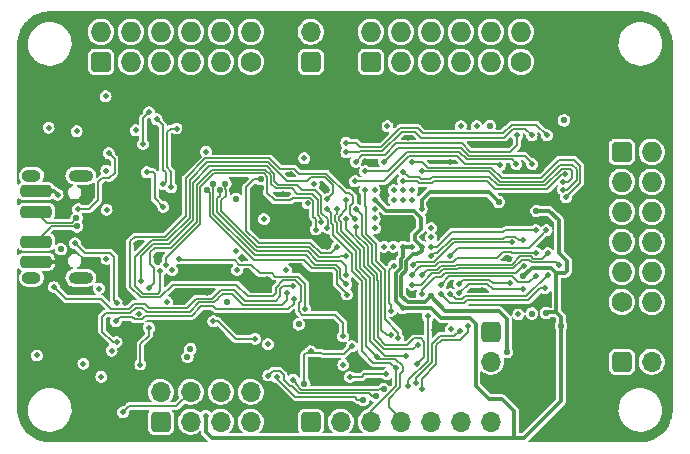
<source format=gbl>
G04 #@! TF.GenerationSoftware,KiCad,Pcbnew,(5.99.0-7519-ga8269b6380)*
G04 #@! TF.CreationDate,2020-12-12T14:20:42-08:00*
G04 #@! TF.ProjectId,icebreaker++,69636562-7265-4616-9b65-722b2b2e6b69,V0.1*
G04 #@! TF.SameCoordinates,PX1c9c380PY3ef1480*
G04 #@! TF.FileFunction,Copper,L4,Bot*
G04 #@! TF.FilePolarity,Positive*
%FSLAX46Y46*%
G04 Gerber Fmt 4.6, Leading zero omitted, Abs format (unit mm)*
G04 Created by KiCad (PCBNEW (5.99.0-7519-ga8269b6380)) date 2020-12-12 14:20:42*
%MOMM*%
%LPD*%
G01*
G04 APERTURE LIST*
G04 Aperture macros list*
%AMRoundRect*
0 Rectangle with rounded corners*
0 $1 Rounding radius*
0 $2 $3 $4 $5 $6 $7 $8 $9 X,Y pos of 4 corners*
0 Add a 4 corners polygon primitive as box body*
4,1,4,$2,$3,$4,$5,$6,$7,$8,$9,$2,$3,0*
0 Add four circle primitives for the rounded corners*
1,1,$1+$1,$2,$3,0*
1,1,$1+$1,$4,$5,0*
1,1,$1+$1,$6,$7,0*
1,1,$1+$1,$8,$9,0*
0 Add four rect primitives between the rounded corners*
20,1,$1+$1,$2,$3,$4,$5,0*
20,1,$1+$1,$4,$5,$6,$7,0*
20,1,$1+$1,$6,$7,$8,$9,0*
20,1,$1+$1,$8,$9,$2,$3,0*%
G04 Aperture macros list end*
G04 #@! TA.AperFunction,ComponentPad*
%ADD10RoundRect,0.345440X0.518160X-0.518160X0.518160X0.518160X-0.518160X0.518160X-0.518160X-0.518160X0*%
G04 #@! TD*
G04 #@! TA.AperFunction,ComponentPad*
%ADD11O,1.727200X1.727200*%
G04 #@! TD*
G04 #@! TA.AperFunction,ComponentPad*
%ADD12C,1.727200*%
G04 #@! TD*
G04 #@! TA.AperFunction,ComponentPad*
%ADD13RoundRect,0.345440X0.518160X0.518160X-0.518160X0.518160X-0.518160X-0.518160X0.518160X-0.518160X0*%
G04 #@! TD*
G04 #@! TA.AperFunction,ComponentPad*
%ADD14RoundRect,0.340000X0.510000X-0.510000X0.510000X0.510000X-0.510000X0.510000X-0.510000X-0.510000X0*%
G04 #@! TD*
G04 #@! TA.AperFunction,ComponentPad*
%ADD15O,1.700000X1.700000*%
G04 #@! TD*
G04 #@! TA.AperFunction,ComponentPad*
%ADD16RoundRect,0.340000X-0.510000X-0.510000X0.510000X-0.510000X0.510000X0.510000X-0.510000X0.510000X0*%
G04 #@! TD*
G04 #@! TA.AperFunction,ComponentPad*
%ADD17RoundRect,0.340000X-0.510000X0.510000X-0.510000X-0.510000X0.510000X-0.510000X0.510000X0.510000X0*%
G04 #@! TD*
G04 #@! TA.AperFunction,ComponentPad*
%ADD18O,1.600000X1.000000*%
G04 #@! TD*
G04 #@! TA.AperFunction,ComponentPad*
%ADD19O,2.100000X1.000000*%
G04 #@! TD*
G04 #@! TA.AperFunction,SMDPad,CuDef*
%ADD20RoundRect,0.250000X-1.075000X-0.250000X1.075000X-0.250000X1.075000X0.250000X-1.075000X0.250000X0*%
G04 #@! TD*
G04 #@! TA.AperFunction,ViaPad*
%ADD21C,0.500000*%
G04 #@! TD*
G04 #@! TA.AperFunction,ViaPad*
%ADD22C,0.550000*%
G04 #@! TD*
G04 #@! TA.AperFunction,Conductor*
%ADD23C,0.150000*%
G04 #@! TD*
G04 #@! TA.AperFunction,Conductor*
%ADD24C,0.200000*%
G04 #@! TD*
G04 #@! TA.AperFunction,Conductor*
%ADD25C,0.300000*%
G04 #@! TD*
G04 APERTURE END LIST*
D10*
X51420000Y24850000D03*
D11*
X51420000Y22310000D03*
X51420000Y19770000D03*
X51420000Y17230000D03*
X51420000Y14690000D03*
D12*
X51420000Y12150000D03*
D11*
X53960000Y24850000D03*
X53960000Y22310000D03*
X53960000Y19770000D03*
X53960000Y17230000D03*
X53960000Y14690000D03*
X53960000Y12150000D03*
D13*
X30180000Y32470000D03*
D11*
X32720000Y32470000D03*
X35260000Y32470000D03*
X37800000Y32470000D03*
X40340000Y32470000D03*
D12*
X42880000Y32470000D03*
D11*
X30180000Y35010000D03*
X32720000Y35010000D03*
X35260000Y35010000D03*
X37800000Y35010000D03*
X40340000Y35010000D03*
X42880000Y35010000D03*
D14*
X12400000Y1990000D03*
D15*
X12400000Y4530000D03*
X14940000Y1990000D03*
X14940000Y4530000D03*
X17480000Y1990000D03*
X17480000Y4530000D03*
X20020000Y1990000D03*
X20020000Y4530000D03*
D16*
X51420000Y7070000D03*
D15*
X53960000Y7070000D03*
D13*
X7320000Y32470000D03*
D11*
X9860000Y32470000D03*
X12400000Y32470000D03*
X14940000Y32470000D03*
X17480000Y32470000D03*
D12*
X20020000Y32470000D03*
D11*
X7320000Y35010000D03*
X9860000Y35010000D03*
X12400000Y35010000D03*
X14940000Y35010000D03*
X17480000Y35010000D03*
X20020000Y35010000D03*
D14*
X25100000Y32470000D03*
D15*
X25100000Y35010000D03*
D14*
X25100000Y1990000D03*
D15*
X27640000Y1990000D03*
X30180000Y1990000D03*
X32720000Y1990000D03*
X35260000Y1990000D03*
X37800000Y1990000D03*
X40340000Y1990000D03*
D17*
X40340000Y9610000D03*
D15*
X40340000Y7070000D03*
D18*
X1450000Y14180000D03*
D19*
X5630000Y14180000D03*
X5630000Y22820000D03*
D18*
X1450000Y22820000D03*
D20*
X1840000Y17230000D03*
X1840000Y19770000D03*
X1835000Y15530000D03*
X1835000Y21510000D03*
D21*
X23640000Y12390000D03*
X8570000Y10500000D03*
D22*
X16850000Y22130000D03*
D21*
X28110000Y13610000D03*
D22*
X43800000Y11150000D03*
D21*
X7780000Y23230000D03*
X32106001Y20785701D03*
D22*
X40250000Y27050000D03*
D21*
X5850000Y6900000D03*
X21121978Y19148022D03*
X35280000Y17590000D03*
D22*
X18770000Y20850000D03*
D21*
X21460000Y8560000D03*
X5270000Y26580000D03*
X25340000Y22120000D03*
X10670000Y6830000D03*
X16220000Y24840000D03*
X7800000Y15760000D03*
X24820000Y20480000D03*
X31590000Y27010000D03*
X8230000Y8000000D03*
X18850000Y14840000D03*
D22*
X14650000Y7500000D03*
D21*
X7810000Y19930000D03*
X31300000Y16810000D03*
X11390000Y9950000D03*
X2900000Y26890000D03*
X32910000Y21590000D03*
X32090000Y16810000D03*
X1900000Y7600000D03*
X35280000Y18380000D03*
X7360000Y5800000D03*
D22*
X14900000Y8150000D03*
D21*
X27850000Y6800000D03*
X32109063Y21599039D03*
X30495981Y21595981D03*
X10280000Y26660000D03*
X42660000Y11070000D03*
X37810000Y27010000D03*
X7720000Y29540000D03*
X13360000Y14830000D03*
X7160000Y13270000D03*
X32910000Y20790000D03*
X36950000Y9800000D03*
X28150000Y12760000D03*
D22*
X16280000Y21600000D03*
D21*
X3350000Y13400000D03*
X23600000Y13440000D03*
X34050000Y6880000D03*
X28940000Y18440000D03*
D22*
X17380000Y21580000D03*
D21*
X28110000Y14410000D03*
D22*
X20840000Y22510000D03*
D21*
X27300000Y16800000D03*
X26510000Y18390000D03*
X10710010Y13890010D03*
X28091920Y16000000D03*
D22*
X17870000Y22120000D03*
D21*
X39470000Y25510000D03*
D22*
X47950000Y10800000D03*
X43800000Y8700000D03*
D21*
X6500000Y1050000D03*
X22260000Y10250000D03*
X4380000Y15260000D03*
X34500000Y17610000D03*
X33700000Y18400000D03*
X31310000Y21590000D03*
X23570000Y18640000D03*
D22*
X42750000Y19850000D03*
D21*
X36890000Y13610000D03*
X10520000Y22730000D03*
X32900000Y18390000D03*
X7760000Y22080000D03*
D22*
X49150000Y27550000D03*
D21*
X48200000Y12600000D03*
X15850000Y14860000D03*
X11750000Y25350000D03*
D22*
X41850000Y15800000D03*
D21*
X33670000Y12780000D03*
X21350000Y14050000D03*
X7770000Y16880000D03*
X7650000Y3450000D03*
X31300000Y18400000D03*
X3910000Y26850000D03*
X16305000Y12930000D03*
D22*
X41050000Y28550000D03*
D21*
X26510000Y25590000D03*
D22*
X18410000Y21640000D03*
D21*
X34170000Y10680000D03*
X35510000Y9760000D03*
X15100000Y12940000D03*
X1250000Y10110000D03*
X36900000Y24000000D03*
X22750000Y24000000D03*
X7940000Y26390000D03*
X7720000Y14750000D03*
X39200000Y29400000D03*
X9390000Y12080000D03*
X17250000Y25240000D03*
D22*
X45100000Y17300000D03*
D21*
X32090000Y19190000D03*
X33700000Y19200000D03*
X26430000Y16770000D03*
X10330000Y20140000D03*
X25690000Y8560000D03*
X28930000Y13630000D03*
D22*
X46600000Y13100000D03*
D21*
X16070000Y25570000D03*
X35300000Y19200000D03*
X32890000Y19190000D03*
X33300000Y26050000D03*
D22*
X45000000Y8700000D03*
D21*
X12020000Y15920000D03*
X38110000Y29400000D03*
X22780000Y21230000D03*
X31300000Y16000000D03*
X8920000Y7460000D03*
X8100000Y6900000D03*
X21150000Y13150000D03*
X35300000Y20000000D03*
X34500000Y21600000D03*
X32910000Y17610000D03*
X10320000Y17010000D03*
X39600000Y13150000D03*
X32090000Y18380000D03*
X23420000Y22930000D03*
X30750000Y5250000D03*
X42550000Y28970000D03*
X26460000Y21570000D03*
X17610000Y8920000D03*
X19260000Y15780000D03*
D22*
X20860000Y21750000D03*
D21*
X5550000Y8200000D03*
X29660000Y24040000D03*
X31570000Y29500000D03*
X19650000Y29080000D03*
X7180000Y28760000D03*
X11350000Y7940000D03*
X35290000Y20790000D03*
X25980000Y13120000D03*
X10530000Y11140000D03*
D22*
X45900000Y20600000D03*
D21*
X7770000Y13740000D03*
X31350000Y19250000D03*
X7100000Y23890000D03*
X31340000Y20790000D03*
X32090000Y17610000D03*
D22*
X42600000Y6202500D03*
D21*
X20780000Y25070000D03*
X12610000Y20190000D03*
X13900000Y15810000D03*
X24610000Y11560000D03*
X11210000Y23110000D03*
X3660000Y21200000D03*
D22*
X18030000Y12130000D03*
D21*
X12920000Y12130000D03*
D22*
X3950000Y16600000D03*
D21*
X12840000Y15250000D03*
X25520000Y18260000D03*
X32910000Y16820000D03*
X16200000Y2500000D03*
X32900000Y11600000D03*
D22*
X44200000Y19850000D03*
D21*
X33690000Y16810000D03*
D22*
X43100000Y14300000D03*
X45000000Y11200000D03*
D21*
X18800000Y16450000D03*
D22*
X46300000Y10100000D03*
D21*
X27840000Y9210000D03*
X28870000Y19170000D03*
X32900000Y22400000D03*
X46600000Y22950000D03*
X34500000Y23200000D03*
X46450000Y21650000D03*
X8650000Y8740000D03*
X23120000Y12870000D03*
X12590000Y22100000D03*
X12050000Y27600000D03*
X13280000Y21830000D03*
X13730000Y26810000D03*
X32100000Y15200000D03*
X31885000Y11375000D03*
D22*
X5281528Y18530329D03*
X5260000Y19230000D03*
D21*
X12360000Y14770000D03*
X26470000Y20830000D03*
X30720000Y7480000D03*
X27280000Y20020000D03*
X26490000Y19990000D03*
X32310000Y6510000D03*
X32510000Y9060000D03*
X29700000Y21600000D03*
X33160000Y7590000D03*
X28400000Y5780000D03*
X28100000Y20800000D03*
X31500000Y6020000D03*
X31870000Y9310000D03*
D22*
X24550000Y5200000D03*
D21*
X25080000Y7945000D03*
X28940000Y19970000D03*
X28570000Y8390000D03*
X26000000Y18860000D03*
X11420000Y13310000D03*
X9200000Y2800000D03*
X32940000Y23170000D03*
X46450000Y22300000D03*
X46700000Y21000000D03*
X33700000Y24000000D03*
D22*
X29550000Y3850000D03*
D21*
X38400000Y10100000D03*
X34500000Y4750000D03*
X22250000Y5750000D03*
X23600000Y5550000D03*
X33350000Y5050000D03*
D22*
X31300000Y4750000D03*
D21*
X35000000Y10900000D03*
X28060000Y19170000D03*
X34160000Y8520000D03*
X10900000Y25510000D03*
X11400000Y28200000D03*
X34000000Y5250000D03*
D22*
X30600000Y4150000D03*
D21*
X37700000Y9700000D03*
X21500000Y5900000D03*
X20400000Y9000000D03*
X30491920Y20000000D03*
X30520202Y18370178D03*
X30510000Y19200000D03*
X39150000Y27000000D03*
D22*
X41000000Y20600000D03*
D21*
X23000000Y14800000D03*
X33695981Y21604019D03*
X33691922Y20800000D03*
D22*
X46550000Y27500000D03*
D21*
X34490000Y20010000D03*
X24550000Y24300000D03*
X16850000Y10500000D03*
X30530000Y20770000D03*
D22*
X41700000Y7902500D03*
X24090000Y10240000D03*
D21*
X34488903Y16819735D03*
D22*
X35250000Y12600000D03*
D21*
X7990000Y24730000D03*
X5400000Y19990000D03*
X5140000Y17090000D03*
X8700000Y12040000D03*
X33750000Y15250000D03*
X42100000Y17200000D03*
X35300000Y16000000D03*
X43050000Y17350000D03*
X34500000Y14400000D03*
X45150000Y16250000D03*
X44150000Y14350000D03*
X36100000Y13600000D03*
X45150000Y14400000D03*
X36900000Y12800000D03*
X36100000Y12800000D03*
X44950000Y13300000D03*
X46150000Y15250000D03*
X33700000Y13600000D03*
X34500000Y12800000D03*
X43150000Y15150000D03*
X43100000Y13250000D03*
X37650000Y12850000D03*
X37650000Y13650000D03*
X41950000Y13700000D03*
X33650000Y14450000D03*
X44150000Y16300000D03*
X44150000Y18200000D03*
X35300000Y16800000D03*
X45050000Y18200000D03*
X36900000Y16000000D03*
X31300000Y24000000D03*
X43850000Y23800000D03*
X42550000Y26250000D03*
X28900000Y24000000D03*
X41100000Y23700000D03*
X28850000Y22350000D03*
X28100000Y25600000D03*
X45100000Y26250000D03*
X28100000Y24800000D03*
X43800000Y26250000D03*
X29700000Y23200000D03*
X42500000Y23800000D03*
D23*
X35300000Y16000000D02*
X35550000Y16250000D01*
X35550000Y16250000D02*
X35800000Y16250000D01*
X35800000Y16250000D02*
X37050000Y17500000D01*
X41500000Y17650000D02*
X41881038Y17650000D01*
X37050000Y17500000D02*
X41350000Y17500000D01*
X41350000Y17500000D02*
X41500000Y17650000D01*
X42318962Y17650000D02*
X42400000Y17650000D01*
X41881038Y17650000D02*
X41883039Y17652001D01*
X41883039Y17652001D02*
X42316961Y17652001D01*
X42316961Y17652001D02*
X42318962Y17650000D01*
X42400000Y17650000D02*
X42700000Y17350000D01*
X42700000Y17350000D02*
X43050000Y17350000D01*
X8920000Y10850000D02*
X9990000Y10850000D01*
X10780000Y10660000D02*
X11090000Y10970000D01*
X17450000Y11550000D02*
X23200000Y11550000D01*
X10180000Y10660000D02*
X10780000Y10660000D01*
X17450000Y11550000D02*
X17050000Y11550000D01*
X23640000Y11990000D02*
X23640000Y12390000D01*
X17050000Y11550000D02*
X16850000Y11750000D01*
X15050000Y10970000D02*
X15830000Y11750000D01*
X11090000Y10970000D02*
X15050000Y10970000D01*
X9990000Y10850000D02*
X10180000Y10660000D01*
X15830000Y11750000D02*
X16850000Y11750000D01*
X23200000Y11550000D02*
X23640000Y11990000D01*
X8570000Y10500000D02*
X8920000Y10850000D01*
X25450000Y15300000D02*
X27210000Y15300000D01*
X16850000Y22130000D02*
X16850000Y19590000D01*
X20110000Y16330000D02*
X20370000Y16070000D01*
X16850000Y19590000D02*
X20110000Y16330000D01*
X20370000Y16070000D02*
X24680000Y16070000D01*
X27210000Y15300000D02*
X27600000Y14910000D01*
X27600000Y14120000D02*
X28110000Y13610000D01*
X24680000Y16070000D02*
X25450000Y15300000D01*
X27600000Y14910000D02*
X27600000Y14120000D01*
X11390000Y9290000D02*
X11390000Y9950000D01*
X10670000Y6830000D02*
X10670000Y8570000D01*
D24*
X53960000Y12150000D02*
X53960000Y12860000D01*
D23*
X10670000Y8570000D02*
X11390000Y9290000D01*
X20270000Y15720000D02*
X16550000Y19440000D01*
X27030000Y15000000D02*
X25200000Y15000000D01*
X27280000Y14750000D02*
X27030000Y15000000D01*
X24480000Y15720000D02*
X25200000Y15000000D01*
X28150000Y12760000D02*
X28150000Y12820000D01*
X20270000Y15720000D02*
X24480000Y15720000D01*
X27280000Y13690000D02*
X27280000Y14750000D01*
X16550000Y21330000D02*
X16280000Y21600000D01*
X28150000Y12820000D02*
X27280000Y13690000D01*
X16550000Y19440000D02*
X16550000Y21330000D01*
X14580000Y11580000D02*
X15420000Y12420000D01*
X22150000Y12250000D02*
X22500000Y12600000D01*
X4370000Y12380000D02*
X7330000Y12380000D01*
X19550000Y12250000D02*
X22150000Y12250000D01*
X11020000Y11960000D02*
X11400000Y11580000D01*
X10130000Y11960000D02*
X11020000Y11960000D01*
X3350000Y13400000D02*
X4370000Y12380000D01*
X17520000Y13180000D02*
X18230000Y13180000D01*
X22500000Y13200000D02*
X22740000Y13440000D01*
X16760000Y12420000D02*
X17520000Y13180000D01*
X18620000Y13180000D02*
X19550000Y12250000D01*
X22500000Y12600000D02*
X22500000Y13200000D01*
X11400000Y11580000D02*
X14580000Y11580000D01*
X9700000Y11530000D02*
X10130000Y11960000D01*
X7330000Y12380000D02*
X8180000Y11530000D01*
X15420000Y12420000D02*
X16760000Y12420000D01*
X18230000Y13180000D02*
X18620000Y13180000D01*
X22740000Y13440000D02*
X23600000Y13440000D01*
X8180000Y11530000D02*
X9700000Y11530000D01*
X31420000Y8460000D02*
X32820000Y8460000D01*
X30750000Y13950000D02*
X30750000Y9130000D01*
X34410000Y9040000D02*
X34670000Y8780000D01*
X28940000Y18440000D02*
X28940000Y17840000D01*
X29950000Y15300000D02*
X30740000Y14510000D01*
X30740000Y14510000D02*
X30740000Y13960000D01*
X32980000Y8460000D02*
X33270000Y8460000D01*
X34670000Y8780000D02*
X34670000Y7500000D01*
X32980000Y8460000D02*
X32820000Y8460000D01*
X34670000Y7500000D02*
X34050000Y6880000D01*
X29950000Y16830000D02*
X29950000Y15300000D01*
X30750000Y9130000D02*
X31420000Y8460000D01*
X28940000Y17840000D02*
X29950000Y16830000D01*
X33850000Y9040000D02*
X34410000Y9040000D01*
X30740000Y13960000D02*
X30750000Y13950000D01*
X33270000Y8460000D02*
X33850000Y9040000D01*
X20270000Y16640000D02*
X17170000Y19740000D01*
X17380000Y21130000D02*
X17380000Y21580000D01*
X17170000Y19740000D02*
X17170000Y20920000D01*
X28110000Y15150000D02*
X28110000Y14410000D01*
X27650000Y15610000D02*
X28110000Y15150000D01*
X20505000Y16405000D02*
X24845000Y16405000D01*
X25640000Y15610000D02*
X27650000Y15610000D01*
X24845000Y16405000D02*
X25640000Y15610000D01*
X20270000Y16640000D02*
X20505000Y16405000D01*
X17170000Y20920000D02*
X17380000Y21130000D01*
X25920000Y16270000D02*
X26250000Y16270000D01*
X20270000Y22510000D02*
X19630000Y21870000D01*
X27300000Y16690000D02*
X27300000Y16800000D01*
X26250000Y16270000D02*
X26770000Y16270000D01*
X25920000Y16270000D02*
X25060000Y17130000D01*
X25060000Y17130000D02*
X20680000Y17130000D01*
X19630000Y21870000D02*
X19630000Y18180000D01*
X26770000Y16270000D02*
X27300000Y16800000D01*
X19630000Y18180000D02*
X20560000Y17250000D01*
X20840000Y22510000D02*
X20270000Y22510000D01*
X20560000Y17250000D02*
X20680000Y17130000D01*
X22300000Y22050000D02*
X22000000Y22350000D01*
X23930000Y22050000D02*
X22300000Y22050000D01*
X25990000Y19690000D02*
X25990000Y21060000D01*
X25990000Y21060000D02*
X25440000Y21610000D01*
X13060000Y17010000D02*
X11710000Y17010000D01*
X15130000Y22240000D02*
X15130000Y19080000D01*
X11710000Y17010000D02*
X10710010Y16010010D01*
X22000000Y22350000D02*
X22000000Y23000000D01*
X21370000Y23630000D02*
X16520000Y23630000D01*
X26540000Y18420000D02*
X26540000Y19140000D01*
X26510000Y18390000D02*
X26540000Y18420000D01*
X15130000Y19080000D02*
X13060000Y17010000D01*
X25440000Y21610000D02*
X24370000Y21610000D01*
X16520000Y23630000D02*
X15130000Y22240000D01*
X10710010Y16010010D02*
X10710010Y13890010D01*
X22000000Y23000000D02*
X21370000Y23630000D01*
X24370000Y21610000D02*
X23930000Y22050000D01*
X26540000Y19140000D02*
X25990000Y19690000D01*
X17525000Y20735000D02*
X17900000Y21110000D01*
X17900000Y21110000D02*
X17900000Y21701092D01*
X27500000Y15950000D02*
X25800000Y15950000D01*
X20065000Y17315000D02*
X17525000Y19855000D01*
X28091920Y16000000D02*
X27550000Y16000000D01*
X27550000Y16000000D02*
X27500000Y15950000D01*
X17900000Y21701092D02*
X17870000Y21731092D01*
X24950000Y16800000D02*
X25800000Y15950000D01*
X17525000Y19855000D02*
X17525000Y20735000D01*
X17870000Y21731092D02*
X17870000Y22120000D01*
X20580000Y16800000D02*
X24950000Y16800000D01*
X20065000Y17315000D02*
X20580000Y16800000D01*
D25*
X1835000Y15530000D02*
X4110000Y15530000D01*
X4110000Y15530000D02*
X4380000Y15260000D01*
D23*
X14060000Y15650000D02*
X13900000Y15810000D01*
X20790000Y14560000D02*
X20060000Y15290000D01*
X11880000Y23000000D02*
X11770000Y23110000D01*
X23980000Y14280000D02*
X22070000Y14280000D01*
X21790000Y14560000D02*
X20790000Y14560000D01*
X19060000Y15290000D02*
X18700000Y15650000D01*
X11880000Y20920000D02*
X11880000Y23000000D01*
X12610000Y20190000D02*
X11880000Y20920000D01*
X22070000Y14280000D02*
X21790000Y14560000D01*
X18700000Y15650000D02*
X14060000Y15650000D01*
X24610000Y13650000D02*
X23980000Y14280000D01*
X11770000Y23110000D02*
X11210000Y23110000D01*
X24610000Y11560000D02*
X24610000Y13650000D01*
X20060000Y15290000D02*
X19060000Y15290000D01*
D25*
X3350000Y21510000D02*
X3660000Y21200000D01*
X1835000Y21510000D02*
X3350000Y21510000D01*
D23*
X16930000Y23010000D02*
X15750000Y21830000D01*
X25520000Y19130000D02*
X25310000Y19340000D01*
X21390000Y21380000D02*
X21390000Y22720000D01*
X21100000Y23010000D02*
X16930000Y23010000D01*
X23360000Y20730000D02*
X22040000Y20730000D01*
X25520000Y18260000D02*
X25520000Y19130000D01*
X15750000Y18750000D02*
X12840000Y15840000D01*
X25020000Y20960000D02*
X23590000Y20960000D01*
X25310000Y20670000D02*
X25020000Y20960000D01*
X12840000Y15840000D02*
X12840000Y15250000D01*
X23590000Y20960000D02*
X23360000Y20730000D01*
X21390000Y22720000D02*
X21100000Y23010000D01*
X15750000Y21830000D02*
X15750000Y18750000D01*
X25310000Y19340000D02*
X25310000Y20670000D01*
X22040000Y20730000D02*
X21390000Y21380000D01*
D25*
X45450000Y15000000D02*
X45900000Y14550000D01*
X32910000Y15960000D02*
X32910000Y16820000D01*
X35300000Y11600000D02*
X36150000Y10750000D01*
X44200000Y19850000D02*
X45300000Y19850000D01*
X32300000Y14600000D02*
X32700000Y15000000D01*
X32700000Y15450000D02*
X32700000Y15750000D01*
D23*
X32910000Y16820000D02*
X32920000Y16810000D01*
D25*
X46300000Y10850000D02*
X46300000Y10100000D01*
X36550000Y600000D02*
X42300000Y600000D01*
X33690000Y16810000D02*
X33680000Y16820000D01*
X32900000Y11600000D02*
X32300000Y12200000D01*
X38600000Y10750000D02*
X39050000Y10300000D01*
X43150000Y600000D02*
X46300000Y3750000D01*
X39050000Y10300000D02*
X39050000Y5000000D01*
X32700000Y15000000D02*
X32700000Y15450000D01*
X42300000Y2900000D02*
X42300000Y600000D01*
X45900000Y11250000D02*
X46300000Y10850000D01*
X36150000Y10750000D02*
X38600000Y10750000D01*
X43800000Y15000000D02*
X45450000Y15000000D01*
X16700000Y600000D02*
X36550000Y600000D01*
X42300000Y600000D02*
X43150000Y600000D01*
X45050000Y11250000D02*
X45900000Y11250000D01*
X43100000Y14300000D02*
X43700000Y14900000D01*
X32900000Y16810000D02*
X33690000Y16810000D01*
X46300000Y3750000D02*
X46300000Y10100000D01*
X16200000Y1100000D02*
X16700000Y600000D01*
X45000000Y11200000D02*
X45050000Y11250000D01*
X46800000Y14750000D02*
X46600000Y14550000D01*
X46800000Y15600000D02*
X46800000Y14750000D01*
X16200000Y2500000D02*
X16200000Y1100000D01*
X32700000Y15750000D02*
X32910000Y15960000D01*
X32910000Y16820000D02*
X32900000Y16810000D01*
X32300000Y12200000D02*
X32300000Y14600000D01*
X32900000Y11600000D02*
X35300000Y11600000D01*
X43700000Y14900000D02*
X43800000Y15000000D01*
X45900000Y14550000D02*
X45900000Y11250000D01*
X39050000Y5000000D02*
X40150000Y3900000D01*
X45300000Y19850000D02*
X46100000Y19050000D01*
D23*
X32920000Y16810000D02*
X33690000Y16810000D01*
D25*
X46100000Y16300000D02*
X46800000Y15600000D01*
X46100000Y19050000D02*
X46100000Y16300000D01*
X40150000Y3900000D02*
X41300000Y3900000D01*
X41300000Y3900000D02*
X42300000Y2900000D01*
X46600000Y14550000D02*
X45900000Y14550000D01*
D23*
X24260000Y12230000D02*
X24080000Y12050000D01*
X13460000Y13600000D02*
X18800000Y13600000D01*
X22150000Y12850000D02*
X22150000Y13350000D01*
X28680000Y21060000D02*
X28360000Y21380000D01*
X24260000Y13490000D02*
X24260000Y12230000D01*
X21900000Y12600000D02*
X22150000Y12850000D01*
X9800000Y17260000D02*
X9800000Y13410000D01*
X18800000Y13600000D02*
X19800000Y12600000D01*
X28870000Y19170000D02*
X28430000Y19610000D01*
X28430000Y19610000D02*
X28430000Y20280000D01*
X19800000Y12600000D02*
X21900000Y12600000D01*
X14490000Y22590000D02*
X14490000Y19390000D01*
X28040000Y21380000D02*
X26420000Y23000000D01*
X28680000Y20530000D02*
X28680000Y21060000D01*
X16180000Y24280000D02*
X14490000Y22590000D01*
X12770000Y17670000D02*
X10210000Y17670000D01*
X21600000Y24280000D02*
X16180000Y24280000D01*
X24370000Y11050000D02*
X27180000Y11050000D01*
X28430000Y20280000D02*
X28680000Y20530000D01*
X26420000Y23000000D02*
X24110000Y23000000D01*
X24110000Y23000000D02*
X23690000Y23420000D01*
X10700000Y12510000D02*
X12370000Y12510000D01*
X22460000Y23420000D02*
X21600000Y24280000D01*
X23800000Y13950000D02*
X24260000Y13490000D01*
X10210000Y17670000D02*
X9800000Y17260000D01*
X27180000Y11050000D02*
X27840000Y10390000D01*
X24080000Y12050000D02*
X24080000Y11340000D01*
X22750000Y13950000D02*
X23800000Y13950000D01*
X23690000Y23420000D02*
X22460000Y23420000D01*
X14490000Y19390000D02*
X12770000Y17670000D01*
X22150000Y13350000D02*
X22750000Y13950000D01*
X12370000Y12510000D02*
X13460000Y13600000D01*
X28360000Y21380000D02*
X28040000Y21380000D01*
X27840000Y10390000D02*
X27840000Y9210000D01*
X24080000Y11340000D02*
X24370000Y11050000D01*
X9800000Y13410000D02*
X10700000Y12510000D01*
X38150000Y22400000D02*
X40000000Y22400000D01*
X46350000Y22950000D02*
X46600000Y22950000D01*
X34110000Y22400000D02*
X33620000Y22400000D01*
X34280000Y22230000D02*
X34110000Y22400000D01*
X38150000Y22400000D02*
X35490000Y22400000D01*
X33620000Y22400000D02*
X32900000Y22400000D01*
X35320000Y22230000D02*
X34280000Y22230000D01*
X40000000Y22400000D02*
X40700000Y21700000D01*
X45100000Y21700000D02*
X46350000Y22950000D01*
X40700000Y21700000D02*
X45100000Y21700000D01*
X35490000Y22400000D02*
X35320000Y22230000D01*
X38400000Y23200000D02*
X40200000Y23200000D01*
X46450000Y21650000D02*
X46800000Y21650000D01*
X47600000Y22450000D02*
X47600000Y23350000D01*
X38400000Y23200000D02*
X34500000Y23200000D01*
X46800000Y21650000D02*
X47600000Y22450000D01*
X44750000Y22300000D02*
X46200000Y23750000D01*
X40200000Y23200000D02*
X41100000Y22300000D01*
X41100000Y22300000D02*
X44750000Y22300000D01*
X47200000Y23750000D02*
X47600000Y23350000D01*
X46200000Y23750000D02*
X47200000Y23750000D01*
X16930000Y12090000D02*
X15650000Y12090000D01*
X8310000Y8740000D02*
X8650000Y8740000D01*
X10280000Y11640000D02*
X9830000Y11190000D01*
X18050000Y12800000D02*
X18450000Y12800000D01*
X22700000Y11900000D02*
X23120000Y12320000D01*
X10840000Y11640000D02*
X11210000Y11270000D01*
X19350000Y11900000D02*
X22700000Y11900000D01*
X7430000Y9620000D02*
X8310000Y8740000D01*
X17235000Y12395000D02*
X16930000Y12090000D01*
X7430000Y10870000D02*
X7430000Y9620000D01*
X17640000Y12800000D02*
X18050000Y12800000D01*
X10380000Y11640000D02*
X10840000Y11640000D01*
X7750000Y11190000D02*
X7430000Y10870000D01*
X17270000Y12430000D02*
X17235000Y12395000D01*
X10380000Y11640000D02*
X10280000Y11640000D01*
X11210000Y11270000D02*
X14830000Y11270000D01*
X17270000Y12430000D02*
X17640000Y12800000D01*
X23120000Y12870000D02*
X23120000Y12320000D01*
X18450000Y12800000D02*
X19350000Y11900000D01*
X9830000Y11190000D02*
X7750000Y11190000D01*
X14830000Y11270000D02*
X15650000Y12090000D01*
X12570000Y23340000D02*
X12810000Y23100000D01*
X12810000Y22320000D02*
X12590000Y22100000D01*
X12050000Y27600000D02*
X12570000Y27080000D01*
X12570000Y27080000D02*
X12570000Y23340000D01*
X12810000Y23100000D02*
X12810000Y22320000D01*
X13280000Y21830000D02*
X13280000Y23140000D01*
X13280000Y23140000D02*
X12900000Y23520000D01*
X13220000Y26810000D02*
X13730000Y26810000D01*
X12900000Y23520000D02*
X12900000Y26490000D01*
X12900000Y26490000D02*
X13220000Y26810000D01*
X31730000Y14830000D02*
X32100000Y15200000D01*
X31885000Y11375000D02*
X31885000Y11855000D01*
X31730000Y12010000D02*
X31730000Y14830000D01*
X31885000Y11855000D02*
X31730000Y12010000D01*
X2760000Y18150000D02*
X3005000Y18395000D01*
X3140329Y18530329D02*
X3005000Y18395000D01*
X5281528Y18530329D02*
X3140329Y18530329D01*
X1840000Y17230000D02*
X2760000Y18150000D01*
X1840000Y19770000D02*
X2760000Y18850000D01*
X2760000Y18850000D02*
X2900002Y18850000D01*
X4880000Y18850000D02*
X5260000Y19230000D01*
X2900002Y18850000D02*
X4880000Y18850000D01*
X23050000Y22390000D02*
X24780000Y22390000D01*
X14830000Y19230000D02*
X14830000Y22480000D01*
X10230000Y13470000D02*
X10230000Y15960000D01*
X12360000Y14770000D02*
X12360000Y13050000D01*
X26970000Y21330000D02*
X26470000Y20830000D01*
X24780000Y22390000D02*
X25090000Y22700000D01*
X10230000Y15960000D02*
X11615000Y17345000D01*
X10890000Y12810000D02*
X10230000Y13470000D01*
X26270000Y22700000D02*
X26970000Y22000000D01*
X26970000Y22000000D02*
X26970000Y21330000D01*
X14830000Y22480000D02*
X16300000Y23950000D01*
X21490000Y23950000D02*
X23050000Y22390000D01*
X25090000Y22700000D02*
X26270000Y22700000D01*
X12360000Y13050000D02*
X12120000Y12810000D01*
X12120000Y12810000D02*
X10890000Y12810000D01*
X12945000Y17345000D02*
X14830000Y19230000D01*
X11615000Y17345000D02*
X12945000Y17345000D01*
X16300000Y23950000D02*
X21490000Y23950000D01*
X31700000Y3250000D02*
X31700000Y3950000D01*
X27160000Y19490000D02*
X27280000Y19610000D01*
X30680000Y7480000D02*
X30720000Y7480000D01*
X32250000Y7290000D02*
X30910000Y7290000D01*
X32720000Y1990000D02*
X32720000Y2230000D01*
X28920000Y15990000D02*
X28920000Y15960000D01*
X32650000Y4900000D02*
X32650000Y6050000D01*
X28920000Y16440000D02*
X28920000Y15990000D01*
X28920000Y15990000D02*
X28920000Y14880000D01*
X27160000Y19200000D02*
X27160000Y19490000D01*
X32870000Y6270000D02*
X32870000Y6670000D01*
X27160000Y18970000D02*
X27160000Y19200000D01*
X27330000Y18030000D02*
X27330000Y18800000D01*
X29780000Y8380000D02*
X30680000Y7480000D01*
X31700000Y3950000D02*
X32650000Y4900000D01*
X27330000Y18800000D02*
X27160000Y18970000D01*
X30910000Y7290000D02*
X30720000Y7480000D01*
X28920000Y14880000D02*
X29780000Y14020000D01*
X29780000Y14020000D02*
X29780000Y8380000D01*
X32870000Y6670000D02*
X32250000Y7290000D01*
X27750000Y17610000D02*
X28920000Y16440000D01*
X27750000Y17610000D02*
X27330000Y18030000D01*
X32720000Y2230000D02*
X31700000Y3250000D01*
X27280000Y19610000D02*
X27280000Y20020000D01*
X32650000Y6050000D02*
X32870000Y6270000D01*
X28600000Y14750000D02*
X29430000Y13920000D01*
X32310000Y5010000D02*
X32310000Y5810000D01*
X29430000Y13920000D02*
X29430000Y7940000D01*
X31830000Y6990000D02*
X32310000Y6510000D01*
X28600000Y16230000D02*
X28600000Y14750000D01*
X30380000Y6990000D02*
X31830000Y6990000D01*
X27270000Y17560000D02*
X27010000Y17820000D01*
X27270000Y17560000D02*
X28600000Y16230000D01*
X26850000Y19630000D02*
X26720000Y19760000D01*
X32310000Y5810000D02*
X32310000Y6510000D01*
X26490000Y19990000D02*
X26720000Y19760000D01*
X27010000Y18660000D02*
X26850000Y18820000D01*
X29430000Y7940000D02*
X30380000Y6990000D01*
X26850000Y18820000D02*
X26850000Y19630000D01*
X27010000Y17820000D02*
X27010000Y18660000D01*
X30180000Y1990000D02*
X30180000Y2880000D01*
X30180000Y2880000D02*
X32310000Y5010000D01*
X32510000Y9540000D02*
X32510000Y9060000D01*
X30630000Y15600000D02*
X31380000Y14850000D01*
X31380000Y14850000D02*
X31380000Y10670000D01*
X29700000Y21600000D02*
X29700000Y20240000D01*
X29700000Y20240000D02*
X29770000Y20170000D01*
X29770000Y19790000D02*
X29770000Y17920000D01*
X31380000Y10670000D02*
X32510000Y9540000D01*
X30630000Y17060000D02*
X30630000Y15600000D01*
X29770000Y20170000D02*
X29770000Y19790000D01*
X29770000Y17920000D02*
X30630000Y17060000D01*
X29640000Y6020000D02*
X29400000Y5780000D01*
X31500000Y6020000D02*
X29640000Y6020000D01*
X30130000Y8810000D02*
X31350000Y7590000D01*
X27490000Y19350000D02*
X27490000Y19090000D01*
X29400000Y5780000D02*
X28400000Y5780000D01*
X29280000Y15030000D02*
X30130000Y14180000D01*
X31350000Y7590000D02*
X33160000Y7590000D01*
X29280000Y16540000D02*
X29280000Y15030000D01*
X30130000Y14180000D02*
X30130000Y8810000D01*
X28100000Y20800000D02*
X28100000Y19960000D01*
X27650000Y18170000D02*
X29280000Y16540000D01*
X27490000Y19090000D02*
X27650000Y18930000D01*
X27650000Y18930000D02*
X27650000Y18170000D01*
X28100000Y19960000D02*
X27490000Y19350000D01*
X31070000Y9760000D02*
X31520000Y9310000D01*
X25080000Y2010000D02*
X25100000Y1990000D01*
X31070000Y14100000D02*
X31070000Y9760000D01*
X29450000Y19460000D02*
X29450000Y17780000D01*
X31520000Y9310000D02*
X31870000Y9310000D01*
X24720000Y7820000D02*
X24550000Y7650000D01*
X28940000Y19970000D02*
X29450000Y19460000D01*
X26100000Y7710000D02*
X25990000Y7820000D01*
X30260000Y16970000D02*
X30260000Y16500000D01*
X26100000Y7710000D02*
X27890000Y7710000D01*
X25990000Y7820000D02*
X25080000Y7820000D01*
X29450000Y17780000D02*
X30260000Y16970000D01*
X25080000Y7820000D02*
X24720000Y7820000D01*
X30260000Y15460000D02*
X31070000Y14650000D01*
X31070000Y14650000D02*
X31070000Y14100000D01*
X30260000Y16500000D02*
X30260000Y15460000D01*
X27890000Y7710000D02*
X28570000Y8390000D01*
X24550000Y7650000D02*
X24550000Y5200000D01*
X25685000Y19505000D02*
X26000000Y19190000D01*
X23925000Y21290000D02*
X25190000Y21290000D01*
X21700000Y22870000D02*
X21700000Y22160000D01*
X22120000Y21740000D02*
X23475000Y21740000D01*
X23475000Y21740000D02*
X23925000Y21290000D01*
X15450000Y18900000D02*
X15450000Y22070000D01*
X15450000Y22070000D02*
X16710000Y23330000D01*
X11860000Y15000000D02*
X11490000Y15370000D01*
X11860000Y13750000D02*
X11860000Y15000000D01*
X11490000Y15370000D02*
X11490000Y16320000D01*
X11420000Y13310000D02*
X11860000Y13750000D01*
X25685000Y20795000D02*
X25685000Y19505000D01*
X26000000Y19190000D02*
X26000000Y18860000D01*
X13250000Y16700000D02*
X15450000Y18900000D01*
X21700000Y22160000D02*
X22120000Y21740000D01*
X11490000Y16320000D02*
X11870000Y16700000D01*
X25190000Y21290000D02*
X25685000Y20795000D01*
X16710000Y23330000D02*
X21240000Y23330000D01*
X21240000Y23330000D02*
X21700000Y22870000D01*
X11870000Y16700000D02*
X13250000Y16700000D01*
X13710000Y3300000D02*
X14940000Y4530000D01*
X9200000Y2800000D02*
X9700000Y3300000D01*
X9700000Y3300000D02*
X13710000Y3300000D01*
X40950000Y22000000D02*
X44900000Y22000000D01*
X34270000Y22730000D02*
X33380000Y22730000D01*
X34450000Y22550000D02*
X34270000Y22730000D01*
X46330000Y23430000D02*
X46620000Y23430000D01*
X33380000Y22730000D02*
X32940000Y23170000D01*
X47230000Y23220000D02*
X47020000Y23430000D01*
X38720000Y22730000D02*
X35350000Y22730000D01*
X38720000Y22730000D02*
X40220000Y22730000D01*
X46880000Y22300000D02*
X47230000Y22650000D01*
X46450000Y22300000D02*
X46880000Y22300000D01*
X44900000Y22000000D02*
X46330000Y23430000D01*
X47230000Y22650000D02*
X47230000Y23220000D01*
X35170000Y22550000D02*
X34450000Y22550000D01*
X35350000Y22730000D02*
X35170000Y22550000D01*
X47020000Y23430000D02*
X46620000Y23430000D01*
X40220000Y22730000D02*
X40950000Y22000000D01*
X46580000Y24170000D02*
X47410000Y24170000D01*
X46700000Y21000000D02*
X46700000Y21010000D01*
X47900000Y22210000D02*
X47900000Y23680000D01*
X34500000Y24000000D02*
X34990000Y23510000D01*
X33700000Y24000000D02*
X34500000Y24000000D01*
X41250000Y22650000D02*
X44600000Y22650000D01*
X46120000Y24170000D02*
X46580000Y24170000D01*
X44600000Y22650000D02*
X46120000Y24170000D01*
X46700000Y21010000D02*
X47900000Y22210000D01*
X34990000Y23510000D02*
X38790000Y23510000D01*
X47900000Y23680000D02*
X47410000Y24170000D01*
X38790000Y23510000D02*
X40390000Y23510000D01*
X40390000Y23510000D02*
X41250000Y22650000D01*
X28800000Y4100000D02*
X29050000Y3850000D01*
X22250000Y5750000D02*
X22250000Y5650000D01*
X38400000Y9600000D02*
X37750000Y8950000D01*
X36200000Y8950000D02*
X35700000Y8450000D01*
X38400000Y10100000D02*
X38400000Y9600000D01*
X22250000Y5650000D02*
X23800000Y4100000D01*
X23800000Y4100000D02*
X28800000Y4100000D01*
X35700000Y6850000D02*
X34500000Y5650000D01*
X34500000Y5650000D02*
X34500000Y4750000D01*
X35700000Y8450000D02*
X35700000Y6850000D01*
X37750000Y8950000D02*
X36200000Y8950000D01*
X29050000Y3850000D02*
X29550000Y3850000D01*
X23850000Y5300000D02*
X23850000Y5150000D01*
X35000000Y7150000D02*
X33350000Y5500000D01*
X23850000Y5150000D02*
X24300000Y4700000D01*
X24300000Y4700000D02*
X30800000Y4700000D01*
X30850000Y4750000D02*
X31300000Y4750000D01*
X23600000Y5550000D02*
X23850000Y5300000D01*
X35000000Y9950000D02*
X35000000Y10900000D01*
X30800000Y4700000D02*
X30850000Y4750000D01*
X33350000Y5500000D02*
X33350000Y5050000D01*
X35000000Y9950000D02*
X35000000Y7150000D01*
X33750000Y8110000D02*
X34160000Y8520000D01*
X30440000Y14330000D02*
X30440000Y9780000D01*
X31330000Y8110000D02*
X33750000Y8110000D01*
X28060000Y19170000D02*
X28060000Y18270000D01*
X30440000Y9780000D02*
X30440000Y9000000D01*
X29590000Y16740000D02*
X29590000Y15180000D01*
X29590000Y15180000D02*
X30440000Y14330000D01*
X28060000Y18270000D02*
X29590000Y16740000D01*
X30440000Y9000000D02*
X31330000Y8110000D01*
X10900000Y25510000D02*
X10900000Y27700000D01*
X10900000Y27700000D02*
X11400000Y28200000D01*
X21500000Y5900000D02*
X21900000Y6300000D01*
X34000000Y5250000D02*
X34000000Y5700000D01*
X37250000Y9250000D02*
X37700000Y9700000D01*
X35350000Y7050000D02*
X35350000Y8550000D01*
X36050000Y9250000D02*
X37250000Y9250000D01*
X30300000Y4150000D02*
X30600000Y4150000D01*
X22450000Y6300000D02*
X22800000Y5950000D01*
X24100000Y4400000D02*
X30050000Y4400000D01*
X23350000Y5000000D02*
X23500000Y5000000D01*
X34000000Y5700000D02*
X35350000Y7050000D01*
X35350000Y8550000D02*
X36050000Y9250000D01*
X30050000Y4400000D02*
X30300000Y4150000D01*
X23500000Y5000000D02*
X24100000Y4400000D01*
X22800000Y5550000D02*
X23350000Y5000000D01*
X21900000Y6300000D02*
X22450000Y6300000D01*
X22800000Y5950000D02*
X22800000Y5550000D01*
X18740000Y9000000D02*
X17240000Y10500000D01*
X20400000Y9000000D02*
X18740000Y9000000D01*
X17240000Y10500000D02*
X16850000Y10500000D01*
D25*
X35150000Y21450000D02*
X34490000Y20790000D01*
X40150000Y21450000D02*
X41000000Y20600000D01*
X36200000Y21450000D02*
X35150000Y21450000D01*
X36200000Y21450000D02*
X40150000Y21450000D01*
X34490000Y20790000D02*
X34490000Y20010000D01*
X33750000Y16150000D02*
X33200000Y15600000D01*
X34750000Y12100000D02*
X35250000Y12600000D01*
X34488903Y16438903D02*
X34488903Y16819735D01*
X33920000Y17388638D02*
X34488903Y16819735D01*
X36700000Y11350000D02*
X36500000Y11350000D01*
X34050000Y16150000D02*
X34150000Y16250000D01*
X34300000Y16250000D02*
X34150000Y16250000D01*
X31440000Y19860000D02*
X33850000Y19860000D01*
X33200000Y15600000D02*
X33200000Y14800000D01*
X34440000Y19270000D02*
X34440000Y18350000D01*
X30530000Y20770000D02*
X31440000Y19860000D01*
X36500000Y11350000D02*
X35250000Y12600000D01*
X33300000Y12100000D02*
X34750000Y12100000D01*
X33920000Y17830000D02*
X33920000Y17388638D01*
X32750000Y12650000D02*
X33300000Y12100000D01*
X34440000Y18350000D02*
X33920000Y17830000D01*
X41700000Y10700000D02*
X41700000Y7902500D01*
X36700000Y11350000D02*
X41050000Y11350000D01*
X33200000Y14800000D02*
X32750000Y14350000D01*
X32750000Y14350000D02*
X32750000Y12650000D01*
X33850000Y19860000D02*
X34440000Y19270000D01*
X41050000Y11350000D02*
X41700000Y10700000D01*
X34488903Y16438903D02*
X34300000Y16250000D01*
X34050000Y16150000D02*
X33750000Y16150000D01*
D23*
X5400000Y19990000D02*
X6320000Y19990000D01*
X7460000Y22620000D02*
X8030000Y22620000D01*
X7110000Y20780000D02*
X7110000Y22270000D01*
X8480000Y23070000D02*
X8480000Y24240000D01*
X8030000Y22620000D02*
X8480000Y23070000D01*
X6320000Y19990000D02*
X7110000Y20780000D01*
X7110000Y22270000D02*
X7460000Y22620000D01*
X8480000Y24240000D02*
X7990000Y24730000D01*
X8120000Y16280000D02*
X5950000Y16280000D01*
X5950000Y16280000D02*
X5140000Y17090000D01*
X8450000Y12290000D02*
X8450000Y15950000D01*
X8450000Y15950000D02*
X8120000Y16280000D01*
X8700000Y12040000D02*
X8450000Y12290000D01*
X40600000Y17200000D02*
X42100000Y17200000D01*
X40600000Y17200000D02*
X37200000Y17200000D01*
X33750000Y15250000D02*
X34000000Y15500000D01*
X35500000Y15500000D02*
X36850000Y16850000D01*
X37200000Y17200000D02*
X36850000Y16850000D01*
X34000000Y15500000D02*
X35500000Y15500000D01*
X43950000Y15800000D02*
X44700000Y15800000D01*
X35750000Y14850000D02*
X36100000Y15200000D01*
X34950000Y14850000D02*
X34500000Y14400000D01*
X42800000Y16000000D02*
X43750000Y16000000D01*
X37400000Y15300000D02*
X37300000Y15200000D01*
X41700000Y15300000D02*
X42100000Y15300000D01*
X41700000Y15300000D02*
X37400000Y15300000D01*
X43750000Y16000000D02*
X43950000Y15800000D01*
X35750000Y14850000D02*
X34950000Y14850000D01*
X44700000Y15800000D02*
X45150000Y16250000D01*
X36100000Y15200000D02*
X37300000Y15200000D01*
X42100000Y15300000D02*
X42800000Y16000000D01*
X43600000Y13800000D02*
X44150000Y14350000D01*
X36800000Y14300000D02*
X42100000Y14300000D01*
X42600000Y13800000D02*
X43600000Y13800000D01*
X36100000Y13600000D02*
X36800000Y14300000D01*
X42100000Y14300000D02*
X42600000Y13800000D01*
X36900000Y12800000D02*
X37350000Y12350000D01*
X38150000Y12600000D02*
X43350000Y12600000D01*
X43350000Y12600000D02*
X45150000Y14400000D01*
X37900000Y12350000D02*
X38150000Y12600000D01*
X37350000Y12350000D02*
X37900000Y12350000D01*
X43500000Y12300000D02*
X38350000Y12300000D01*
X38350000Y12300000D02*
X38100000Y12050000D01*
X44950000Y13300000D02*
X44500000Y13300000D01*
X44500000Y13300000D02*
X43500000Y12300000D01*
X36850000Y12050000D02*
X36100000Y12800000D01*
X38100000Y12050000D02*
X36850000Y12050000D01*
X43800000Y15500000D02*
X43600000Y15700000D01*
X46150000Y15250000D02*
X45900000Y15500000D01*
X37550000Y15000000D02*
X37450000Y14900000D01*
X42950000Y15700000D02*
X42250000Y15000000D01*
X34450000Y13600000D02*
X33700000Y13600000D01*
X42250000Y15000000D02*
X37550000Y15000000D01*
X35950000Y14550000D02*
X35400000Y14550000D01*
X35400000Y14550000D02*
X34450000Y13600000D01*
X43600000Y15700000D02*
X42950000Y15700000D01*
X36300000Y14900000D02*
X35950000Y14550000D01*
X45900000Y15500000D02*
X43800000Y15500000D01*
X37450000Y14900000D02*
X36300000Y14900000D01*
X36100000Y14250000D02*
X35600000Y14250000D01*
X43050000Y15150000D02*
X42500000Y14600000D01*
X36450000Y14600000D02*
X36100000Y14250000D01*
X43150000Y15150000D02*
X43050000Y15150000D01*
X34500000Y13150000D02*
X34500000Y12800000D01*
X35600000Y14250000D02*
X34500000Y13150000D01*
X42500000Y14600000D02*
X36450000Y14600000D01*
X40500000Y13200000D02*
X40050000Y13650000D01*
X42050000Y13200000D02*
X40500000Y13200000D01*
X37650000Y12850000D02*
X38450000Y13650000D01*
X43050000Y13200000D02*
X43100000Y13250000D01*
X42050000Y13200000D02*
X43050000Y13200000D01*
X38450000Y13650000D02*
X40050000Y13650000D01*
X37650000Y13650000D02*
X38000000Y14000000D01*
X41950000Y13700000D02*
X40500000Y13700000D01*
X40500000Y13700000D02*
X40200000Y14000000D01*
X38000000Y14000000D02*
X40200000Y14000000D01*
X34200000Y15000000D02*
X33650000Y14450000D01*
X35650000Y15200000D02*
X34400000Y15200000D01*
X34400000Y15200000D02*
X34200000Y15000000D01*
X35975000Y15525000D02*
X35650000Y15200000D01*
X42150000Y16300000D02*
X42050000Y16400000D01*
X41350000Y16400000D02*
X40825000Y15875000D01*
X37475000Y15875000D02*
X37125000Y15525000D01*
X40825000Y15875000D02*
X37475000Y15875000D01*
X42050000Y16400000D02*
X41350000Y16400000D01*
X44150000Y16300000D02*
X42150000Y16300000D01*
X37125000Y15525000D02*
X35975000Y15525000D01*
X41400000Y18050000D02*
X37050000Y18050000D01*
X35800000Y16800000D02*
X35300000Y16800000D01*
X41550000Y18200000D02*
X41400000Y18050000D01*
X36600000Y17600000D02*
X35800000Y16800000D01*
X37050000Y18050000D02*
X36600000Y17600000D01*
X44150000Y18200000D02*
X41550000Y18200000D01*
X37600000Y16700000D02*
X43550000Y16700000D01*
X43550000Y16700000D02*
X44650000Y17800000D01*
X36900000Y16000000D02*
X37600000Y16700000D01*
X44650000Y17800000D02*
X45050000Y18200000D01*
X37750000Y25150000D02*
X37850000Y25150000D01*
X43200000Y24500000D02*
X43650000Y24050000D01*
X32450000Y25150000D02*
X37750000Y25150000D01*
X43850000Y23850000D02*
X43850000Y23800000D01*
X31300000Y24000000D02*
X32450000Y25150000D01*
X38500000Y24500000D02*
X43200000Y24500000D01*
X43650000Y24050000D02*
X43850000Y23850000D01*
X37850000Y25150000D02*
X38500000Y24500000D01*
X31350000Y24550000D02*
X32350000Y25550000D01*
X37900000Y25550000D02*
X38600000Y24850000D01*
X28900000Y24000000D02*
X29450000Y24550000D01*
X42000000Y24850000D02*
X42550000Y25400000D01*
X42550000Y25400000D02*
X42550000Y26250000D01*
X29450000Y24550000D02*
X31350000Y24550000D01*
X32350000Y25550000D02*
X37900000Y25550000D01*
X38600000Y24850000D02*
X42000000Y24850000D01*
X38150000Y23850000D02*
X40950000Y23850000D01*
X33450000Y24500000D02*
X35900000Y24500000D01*
X31300000Y22350000D02*
X33450000Y24500000D01*
X40950000Y23850000D02*
X41100000Y23700000D01*
X37500000Y24500000D02*
X38150000Y23850000D01*
X35900000Y24500000D02*
X37500000Y24500000D01*
X28850000Y22350000D02*
X31300000Y22350000D01*
X28100000Y25600000D02*
X28950000Y25600000D01*
X34150000Y26850000D02*
X34600000Y26400000D01*
X42100000Y27150000D02*
X44200000Y27150000D01*
X32650000Y26850000D02*
X34150000Y26850000D01*
X29300000Y25250000D02*
X31050000Y25250000D01*
X28950000Y25600000D02*
X29300000Y25250000D01*
X34600000Y26400000D02*
X41350000Y26400000D01*
X31050000Y25250000D02*
X32650000Y26850000D01*
X44200000Y27150000D02*
X45100000Y26250000D01*
X41350000Y26400000D02*
X42100000Y27150000D01*
X31150000Y24900000D02*
X32800000Y26550000D01*
X33950000Y26550000D02*
X34450000Y26050000D01*
X41450000Y26050000D02*
X42200000Y26800000D01*
X29250000Y24900000D02*
X31150000Y24900000D01*
X29150000Y24800000D02*
X29250000Y24900000D01*
X32800000Y26550000D02*
X33950000Y26550000D01*
X34450000Y26050000D02*
X41450000Y26050000D01*
X43250000Y26800000D02*
X43800000Y26250000D01*
X42200000Y26800000D02*
X43250000Y26800000D01*
X28100000Y24800000D02*
X28150000Y24850000D01*
X28100000Y24800000D02*
X29150000Y24800000D01*
X38300000Y24200000D02*
X42100000Y24200000D01*
X31600000Y23200000D02*
X33250000Y24850000D01*
X37650000Y24850000D02*
X38300000Y24200000D01*
X37250000Y24850000D02*
X37650000Y24850000D01*
X42100000Y24200000D02*
X42500000Y23800000D01*
X29700000Y23200000D02*
X31600000Y23200000D01*
X33250000Y24850000D02*
X37250000Y24850000D01*
G04 #@! TA.AperFunction,Conductor*
G36*
X52957268Y36748381D02*
G01*
X52971497Y36745355D01*
X52975127Y36745307D01*
X53106156Y36743576D01*
X53109327Y36743466D01*
X53184181Y36739262D01*
X53188317Y36738913D01*
X53425862Y36712149D01*
X53429973Y36711569D01*
X53489750Y36701412D01*
X53493777Y36700611D01*
X53684801Y36657011D01*
X53726878Y36647407D01*
X53730897Y36646370D01*
X53739616Y36643858D01*
X53789111Y36629599D01*
X53789114Y36629598D01*
X53793069Y36628337D01*
X54018698Y36549385D01*
X54022563Y36547911D01*
X54078604Y36524698D01*
X54082328Y36523031D01*
X54297762Y36419283D01*
X54301417Y36417395D01*
X54327120Y36403189D01*
X54354470Y36388073D01*
X54358045Y36385964D01*
X54560468Y36258772D01*
X54563902Y36256478D01*
X54613350Y36221393D01*
X54616622Y36218930D01*
X54803565Y36069846D01*
X54806716Y36067185D01*
X54851902Y36026804D01*
X54854918Y36023953D01*
X55023944Y35854928D01*
X55026796Y35851911D01*
X55067194Y35806705D01*
X55069872Y35803534D01*
X55218930Y35616621D01*
X55221406Y35613332D01*
X55256484Y35563894D01*
X55258775Y35560464D01*
X55383834Y35361436D01*
X55385963Y35358047D01*
X55388072Y35354471D01*
X55417393Y35301419D01*
X55419293Y35297742D01*
X55458883Y35215533D01*
X55523019Y35082353D01*
X55524714Y35078564D01*
X55547904Y35022577D01*
X55549384Y35018700D01*
X55628338Y34793064D01*
X55629599Y34789109D01*
X55646369Y34730901D01*
X55647406Y34726882D01*
X55700610Y34493781D01*
X55701419Y34489709D01*
X55711566Y34429987D01*
X55712147Y34425877D01*
X55738913Y34188317D01*
X55739262Y34184181D01*
X55743466Y34109327D01*
X55743576Y34106156D01*
X55744231Y34056594D01*
X55745355Y33971497D01*
X55746111Y33967943D01*
X55748381Y33957269D01*
X55750000Y33941875D01*
X55750000Y3058125D01*
X55748381Y3042732D01*
X55745355Y3028503D01*
X55745307Y3024873D01*
X55743576Y2893844D01*
X55743466Y2890673D01*
X55739262Y2815819D01*
X55738913Y2811683D01*
X55712147Y2574123D01*
X55711566Y2570013D01*
X55701419Y2510291D01*
X55700610Y2506219D01*
X55683170Y2429810D01*
X55653771Y2301003D01*
X55647406Y2273118D01*
X55646369Y2269099D01*
X55629599Y2210891D01*
X55628338Y2206936D01*
X55549384Y1981300D01*
X55547904Y1977423D01*
X55524714Y1921436D01*
X55523019Y1917647D01*
X55515253Y1901520D01*
X55421552Y1706947D01*
X55419299Y1702269D01*
X55417393Y1698581D01*
X55388072Y1645529D01*
X55385963Y1641953D01*
X55258775Y1439536D01*
X55256484Y1436106D01*
X55221410Y1386674D01*
X55218932Y1383382D01*
X55216821Y1380735D01*
X55069872Y1196466D01*
X55067194Y1193295D01*
X55026796Y1148089D01*
X55023944Y1145072D01*
X54854918Y976047D01*
X54851902Y973196D01*
X54806716Y932815D01*
X54803565Y930154D01*
X54616623Y781071D01*
X54613350Y778607D01*
X54563902Y743522D01*
X54560468Y741228D01*
X54358045Y614036D01*
X54354470Y611927D01*
X54327120Y596811D01*
X54301420Y582607D01*
X54297762Y580717D01*
X54082328Y476969D01*
X54078604Y475302D01*
X54022563Y452089D01*
X54018698Y450615D01*
X53793069Y371663D01*
X53789117Y370403D01*
X53756479Y361000D01*
X53730897Y353630D01*
X53726882Y352594D01*
X53493777Y299389D01*
X53489750Y298588D01*
X53431979Y288772D01*
X53429972Y288431D01*
X53425862Y287851D01*
X53188317Y261087D01*
X53184181Y260738D01*
X53109327Y256534D01*
X53106156Y256424D01*
X52975127Y254693D01*
X52971497Y254645D01*
X52961510Y252521D01*
X52957269Y251619D01*
X52941875Y250000D01*
X43545044Y250000D01*
X43497478Y267313D01*
X43472168Y311150D01*
X43480958Y361000D01*
X43492718Y376326D01*
X46032221Y2915829D01*
X51146410Y2915829D01*
X51159440Y2805740D01*
X51177661Y2651790D01*
X51177662Y2651783D01*
X51177976Y2649133D01*
X51178669Y2646554D01*
X51178670Y2646551D01*
X51242730Y2408310D01*
X51247710Y2389788D01*
X51354151Y2143225D01*
X51355559Y2140940D01*
X51355560Y2140939D01*
X51493200Y1917647D01*
X51495071Y1914611D01*
X51667517Y1708734D01*
X51669518Y1706948D01*
X51669519Y1706947D01*
X51680490Y1697155D01*
X51867876Y1529907D01*
X51870112Y1528430D01*
X51870113Y1528429D01*
X51884947Y1518629D01*
X52091951Y1381875D01*
X52335048Y1267742D01*
X52433134Y1238035D01*
X52589508Y1190673D01*
X52589514Y1190672D01*
X52592075Y1189896D01*
X52682608Y1176285D01*
X52855004Y1150366D01*
X52855011Y1150365D01*
X52857648Y1149969D01*
X52860322Y1149957D01*
X52860326Y1149957D01*
X52999696Y1149349D01*
X53126202Y1148797D01*
X53362742Y1182251D01*
X53389455Y1186029D01*
X53389456Y1186029D01*
X53392113Y1186405D01*
X53394692Y1187161D01*
X53394694Y1187162D01*
X53647230Y1261248D01*
X53647231Y1261249D01*
X53649810Y1262005D01*
X53652246Y1263123D01*
X53652249Y1263124D01*
X53891454Y1372893D01*
X53891457Y1372895D01*
X53893894Y1374013D01*
X53908306Y1383354D01*
X54006064Y1446718D01*
X54119252Y1520083D01*
X54321164Y1697155D01*
X54325518Y1702261D01*
X54493661Y1899480D01*
X54493663Y1899482D01*
X54495400Y1901520D01*
X54638309Y2128896D01*
X54746899Y2374520D01*
X54818893Y2633247D01*
X54838177Y2784826D01*
X54846169Y2847651D01*
X54852785Y2899657D01*
X54855500Y3000000D01*
X54854082Y3019552D01*
X54836259Y3265179D01*
X54836065Y3267853D01*
X54778168Y3530095D01*
X54683020Y3781232D01*
X54552616Y4016004D01*
X54437272Y4167140D01*
X54391312Y4227362D01*
X54391311Y4227364D01*
X54389687Y4229491D01*
X54379038Y4239901D01*
X54199570Y4415345D01*
X54199563Y4415351D01*
X54197647Y4417224D01*
X54195471Y4418808D01*
X53982691Y4573685D01*
X53982687Y4573687D01*
X53980517Y4575267D01*
X53978147Y4576514D01*
X53978142Y4576517D01*
X53745217Y4699065D01*
X53745213Y4699067D01*
X53742848Y4700311D01*
X53489616Y4789736D01*
X53486986Y4790254D01*
X53486980Y4790256D01*
X53228767Y4841149D01*
X53228768Y4841149D01*
X53226129Y4841669D01*
X53223444Y4841803D01*
X53223441Y4841803D01*
X53129992Y4846455D01*
X52957904Y4855022D01*
X52955232Y4854767D01*
X52955228Y4854767D01*
X52812493Y4841149D01*
X52690561Y4829516D01*
X52687955Y4828878D01*
X52687953Y4828878D01*
X52432310Y4766322D01*
X52432306Y4766321D01*
X52429700Y4765683D01*
X52427208Y4764674D01*
X52427209Y4764674D01*
X52183274Y4665871D01*
X52183271Y4665870D01*
X52180786Y4664863D01*
X52178476Y4663511D01*
X52178473Y4663509D01*
X52102950Y4619288D01*
X51949033Y4529166D01*
X51739297Y4361436D01*
X51555970Y4165185D01*
X51402893Y3944526D01*
X51283273Y3704081D01*
X51252618Y3610568D01*
X51200941Y3452927D01*
X51199616Y3448886D01*
X51193815Y3415477D01*
X51154279Y3187770D01*
X51153674Y3184288D01*
X51153602Y3181613D01*
X51153601Y3181607D01*
X51150389Y3062892D01*
X51146410Y2915829D01*
X46032221Y2915829D01*
X46538314Y3421921D01*
X46538334Y3421938D01*
X46538346Y3421944D01*
X46628056Y3511653D01*
X46630698Y3516839D01*
X46630702Y3516844D01*
X46639904Y3534904D01*
X46645970Y3544804D01*
X46648448Y3548215D01*
X46661302Y3565907D01*
X46663656Y3573150D01*
X46669365Y3590722D01*
X46673805Y3601440D01*
X46685653Y3624694D01*
X46689736Y3650470D01*
X46692444Y3661751D01*
X46700507Y3686566D01*
X46700507Y3813434D01*
X46700502Y3813449D01*
X46700500Y3813479D01*
X46700500Y7617979D01*
X50319500Y7617979D01*
X50319500Y6522021D01*
X50319817Y6519614D01*
X50332665Y6422023D01*
X50334791Y6405873D01*
X50394282Y6262250D01*
X50488918Y6138918D01*
X50492769Y6135963D01*
X50500117Y6130325D01*
X50612250Y6044282D01*
X50755873Y5984791D01*
X50760675Y5984159D01*
X50760678Y5984158D01*
X50845896Y5972939D01*
X50872021Y5969500D01*
X51967979Y5969500D01*
X51994104Y5972939D01*
X52079322Y5984158D01*
X52079325Y5984159D01*
X52084127Y5984791D01*
X52227750Y6044282D01*
X52339883Y6130325D01*
X52347231Y6135963D01*
X52351082Y6138918D01*
X52445718Y6262250D01*
X52505209Y6405873D01*
X52507336Y6422023D01*
X52520183Y6519614D01*
X52520500Y6522021D01*
X52520500Y6967884D01*
X52859226Y6967884D01*
X52898395Y6761575D01*
X52899691Y6758309D01*
X52899692Y6758307D01*
X52973187Y6573155D01*
X52975870Y6566395D01*
X53088854Y6389386D01*
X53091276Y6386829D01*
X53091277Y6386828D01*
X53117995Y6358624D01*
X53233272Y6236936D01*
X53236133Y6234884D01*
X53236134Y6234883D01*
X53401052Y6116594D01*
X53401057Y6116591D01*
X53403911Y6114544D01*
X53407100Y6113074D01*
X53407105Y6113071D01*
X53486778Y6076342D01*
X53594616Y6026628D01*
X53598035Y6025785D01*
X53598038Y6025784D01*
X53656226Y6011438D01*
X53798505Y5976359D01*
X53915159Y5970348D01*
X54004701Y5965733D01*
X54004705Y5965733D01*
X54008221Y5965552D01*
X54011707Y5966039D01*
X54011712Y5966039D01*
X54212710Y5994109D01*
X54216197Y5994596D01*
X54269773Y6012887D01*
X54411594Y6061305D01*
X54411598Y6061307D01*
X54414929Y6062444D01*
X54509673Y6116594D01*
X54594192Y6164900D01*
X54594196Y6164903D01*
X54597246Y6166646D01*
X54604364Y6172757D01*
X54686041Y6242887D01*
X54756569Y6303444D01*
X54887150Y6467902D01*
X54953882Y6595820D01*
X54982649Y6650963D01*
X54982650Y6650964D01*
X54984277Y6654084D01*
X55044446Y6855274D01*
X55047032Y6880950D01*
X55053238Y6942584D01*
X55065485Y7064212D01*
X55065500Y7070000D01*
X55065090Y7074306D01*
X55045890Y7275533D01*
X55045555Y7279045D01*
X55028077Y7338624D01*
X54996939Y7444762D01*
X54986441Y7480547D01*
X54931543Y7587138D01*
X54891902Y7664107D01*
X54891900Y7664111D01*
X54890290Y7667236D01*
X54888116Y7670004D01*
X54762749Y7829603D01*
X54762747Y7829605D01*
X54760572Y7832374D01*
X54757916Y7834679D01*
X54757912Y7834683D01*
X54604621Y7967702D01*
X54601967Y7970005D01*
X54501107Y8028354D01*
X54423246Y8073398D01*
X54423243Y8073399D01*
X54420198Y8075161D01*
X54368375Y8093157D01*
X54225155Y8142892D01*
X54225151Y8142893D01*
X54221825Y8144048D01*
X54218337Y8144554D01*
X54218336Y8144554D01*
X54017495Y8173674D01*
X54017492Y8173674D01*
X54014003Y8174180D01*
X54010481Y8174017D01*
X53981681Y8172684D01*
X53804234Y8164471D01*
X53600084Y8115271D01*
X53408922Y8028354D01*
X53396677Y8019668D01*
X53252851Y7917645D01*
X53237644Y7906858D01*
X53235211Y7904316D01*
X53235207Y7904313D01*
X53169070Y7835225D01*
X53092430Y7755166D01*
X53090523Y7752212D01*
X53090521Y7752210D01*
X52997606Y7608310D01*
X52978520Y7578751D01*
X52900025Y7383979D01*
X52899351Y7380530D01*
X52899350Y7380525D01*
X52880687Y7284958D01*
X52859776Y7177878D01*
X52859548Y7090814D01*
X52859324Y7005154D01*
X52859226Y6967884D01*
X52520500Y6967884D01*
X52520500Y7617979D01*
X52512245Y7680686D01*
X52505842Y7729322D01*
X52505841Y7729325D01*
X52505209Y7734127D01*
X52445718Y7877750D01*
X52351082Y8001082D01*
X52227750Y8095718D01*
X52084127Y8155209D01*
X52079325Y8155841D01*
X52079322Y8155842D01*
X51984614Y8168310D01*
X51967979Y8170500D01*
X50872021Y8170500D01*
X50855386Y8168310D01*
X50760678Y8155842D01*
X50760675Y8155841D01*
X50755873Y8155209D01*
X50612250Y8095718D01*
X50488918Y8001082D01*
X50394282Y7877750D01*
X50334791Y7734127D01*
X50334159Y7729325D01*
X50334158Y7729322D01*
X50327755Y7680686D01*
X50319500Y7617979D01*
X46700500Y7617979D01*
X46700500Y9732555D01*
X46717980Y9780319D01*
X46744661Y9811891D01*
X46744664Y9811896D01*
X46747916Y9815744D01*
X46807858Y9946669D01*
X46808686Y9951896D01*
X46829959Y10086204D01*
X46829959Y10086210D01*
X46830384Y10088890D01*
X46830443Y10094524D01*
X46830472Y10097283D01*
X46830472Y10097288D01*
X46830500Y10100000D01*
X46810958Y10242662D01*
X46753771Y10374813D01*
X46716991Y10420233D01*
X46700500Y10466802D01*
X46700500Y10786522D01*
X46700502Y10786552D01*
X46700507Y10786567D01*
X46700507Y10913435D01*
X46697883Y10921513D01*
X46692446Y10938244D01*
X46689735Y10949535D01*
X46686564Y10969556D01*
X46686564Y10969557D01*
X46685653Y10975306D01*
X46683012Y10980490D01*
X46683010Y10980495D01*
X46673807Y10998557D01*
X46669364Y11009283D01*
X46663103Y11028553D01*
X46663101Y11028556D01*
X46661302Y11034094D01*
X46645968Y11055199D01*
X46639902Y11065099D01*
X46630701Y11083157D01*
X46630699Y11083159D01*
X46628056Y11088347D01*
X46582892Y11133511D01*
X46538377Y11178025D01*
X46538346Y11178056D01*
X46538333Y11178063D01*
X46538310Y11178082D01*
X46322174Y11394218D01*
X46300782Y11440094D01*
X46300500Y11446544D01*
X46300500Y12046628D01*
X50305684Y12046628D01*
X50345335Y11837781D01*
X50346631Y11834515D01*
X50346632Y11834513D01*
X50420389Y11648701D01*
X50423763Y11640200D01*
X50538137Y11461013D01*
X50684331Y11306687D01*
X50687192Y11304635D01*
X50854211Y11184840D01*
X50854216Y11184837D01*
X50857070Y11182790D01*
X50860260Y11181320D01*
X50860264Y11181317D01*
X51046929Y11095263D01*
X51046934Y11095261D01*
X51050121Y11093792D01*
X51256518Y11042905D01*
X51374590Y11036821D01*
X51465294Y11032146D01*
X51465298Y11032146D01*
X51468814Y11031965D01*
X51472300Y11032452D01*
X51472304Y11032452D01*
X51675862Y11060880D01*
X51679349Y11061367D01*
X51682681Y11062504D01*
X51682683Y11062505D01*
X51877191Y11128910D01*
X51877195Y11128912D01*
X51880526Y11130049D01*
X52065085Y11235533D01*
X52075392Y11244382D01*
X52144632Y11303833D01*
X52226369Y11374014D01*
X52358556Y11540494D01*
X52456878Y11728967D01*
X52517787Y11932632D01*
X52518708Y11941777D01*
X52529266Y12046628D01*
X52845684Y12046628D01*
X52885335Y11837781D01*
X52886631Y11834515D01*
X52886632Y11834513D01*
X52960389Y11648701D01*
X52963763Y11640200D01*
X53078137Y11461013D01*
X53224331Y11306687D01*
X53227192Y11304635D01*
X53394211Y11184840D01*
X53394216Y11184837D01*
X53397070Y11182790D01*
X53400260Y11181320D01*
X53400264Y11181317D01*
X53586929Y11095263D01*
X53586934Y11095261D01*
X53590121Y11093792D01*
X53796518Y11042905D01*
X53914590Y11036821D01*
X54005294Y11032146D01*
X54005298Y11032146D01*
X54008814Y11031965D01*
X54012300Y11032452D01*
X54012304Y11032452D01*
X54215862Y11060880D01*
X54219349Y11061367D01*
X54222681Y11062504D01*
X54222683Y11062505D01*
X54417191Y11128910D01*
X54417195Y11128912D01*
X54420526Y11130049D01*
X54605085Y11235533D01*
X54615392Y11244382D01*
X54684632Y11303833D01*
X54766369Y11374014D01*
X54898556Y11540494D01*
X54996878Y11728967D01*
X55057787Y11932632D01*
X55058708Y11941777D01*
X55078905Y12142348D01*
X55078905Y12142357D01*
X55079085Y12144140D01*
X55079100Y12150000D01*
X55078848Y12152649D01*
X55059245Y12358105D01*
X55058910Y12361617D01*
X55056947Y12368310D01*
X55018987Y12497701D01*
X54999068Y12565598D01*
X54980545Y12601564D01*
X54946216Y12668217D01*
X54901735Y12754583D01*
X54866246Y12799762D01*
X54772598Y12918982D01*
X54772596Y12918984D01*
X54770421Y12921753D01*
X54767765Y12924058D01*
X54767761Y12924062D01*
X54612519Y13058774D01*
X54609865Y13061077D01*
X54501440Y13123802D01*
X54428908Y13165763D01*
X54428905Y13165764D01*
X54425860Y13167526D01*
X54406628Y13174205D01*
X54228376Y13236105D01*
X54228372Y13236106D01*
X54225046Y13237261D01*
X54221558Y13237767D01*
X54221557Y13237767D01*
X54018160Y13267258D01*
X54018157Y13267258D01*
X54014668Y13267764D01*
X54011146Y13267601D01*
X54011145Y13267601D01*
X53805830Y13258098D01*
X53805826Y13258097D01*
X53802317Y13257935D01*
X53798901Y13257112D01*
X53798896Y13257111D01*
X53655950Y13222661D01*
X53595657Y13208130D01*
X53402142Y13120144D01*
X53395642Y13115533D01*
X53243627Y13007701D01*
X53228757Y12997153D01*
X53226324Y12994611D01*
X53226320Y12994608D01*
X53162577Y12928021D01*
X53081757Y12843595D01*
X53079850Y12840641D01*
X53079848Y12840639D01*
X53014158Y12738903D01*
X52966446Y12665010D01*
X52927646Y12568734D01*
X52905173Y12512971D01*
X52886985Y12467842D01*
X52886311Y12464393D01*
X52886310Y12464388D01*
X52867548Y12368310D01*
X52846241Y12259205D01*
X52846034Y12180288D01*
X52845705Y12054500D01*
X52845684Y12046628D01*
X52529266Y12046628D01*
X52538905Y12142348D01*
X52538905Y12142357D01*
X52539085Y12144140D01*
X52539100Y12150000D01*
X52538848Y12152649D01*
X52519245Y12358105D01*
X52518910Y12361617D01*
X52516947Y12368310D01*
X52478987Y12497701D01*
X52459068Y12565598D01*
X52440545Y12601564D01*
X52406216Y12668217D01*
X52361735Y12754583D01*
X52326246Y12799762D01*
X52232598Y12918982D01*
X52232596Y12918984D01*
X52230421Y12921753D01*
X52227765Y12924058D01*
X52227761Y12924062D01*
X52072519Y13058774D01*
X52069865Y13061077D01*
X51961440Y13123802D01*
X51888908Y13165763D01*
X51888905Y13165764D01*
X51885860Y13167526D01*
X51866628Y13174205D01*
X51688376Y13236105D01*
X51688372Y13236106D01*
X51685046Y13237261D01*
X51681558Y13237767D01*
X51681557Y13237767D01*
X51478160Y13267258D01*
X51478157Y13267258D01*
X51474668Y13267764D01*
X51471146Y13267601D01*
X51471145Y13267601D01*
X51265830Y13258098D01*
X51265826Y13258097D01*
X51262317Y13257935D01*
X51258901Y13257112D01*
X51258896Y13257111D01*
X51115950Y13222661D01*
X51055657Y13208130D01*
X50862142Y13120144D01*
X50855642Y13115533D01*
X50703627Y13007701D01*
X50688757Y12997153D01*
X50686324Y12994611D01*
X50686320Y12994608D01*
X50622577Y12928021D01*
X50541757Y12843595D01*
X50539850Y12840641D01*
X50539848Y12840639D01*
X50474158Y12738903D01*
X50426446Y12665010D01*
X50387646Y12568734D01*
X50365173Y12512971D01*
X50346985Y12467842D01*
X50346311Y12464393D01*
X50346310Y12464388D01*
X50327548Y12368310D01*
X50306241Y12259205D01*
X50306034Y12180288D01*
X50305705Y12054500D01*
X50305684Y12046628D01*
X46300500Y12046628D01*
X46300500Y14075500D01*
X46317813Y14123066D01*
X46361650Y14148376D01*
X46374500Y14149500D01*
X46536522Y14149500D01*
X46536552Y14149498D01*
X46536567Y14149493D01*
X46663433Y14149493D01*
X46668972Y14151293D01*
X46668974Y14151293D01*
X46688242Y14157554D01*
X46699532Y14160265D01*
X46725306Y14164347D01*
X46730494Y14166990D01*
X46730499Y14166992D01*
X46748559Y14176194D01*
X46759285Y14180637D01*
X46766169Y14182874D01*
X46784093Y14188698D01*
X46805206Y14204037D01*
X46815094Y14210096D01*
X46838347Y14221944D01*
X46928056Y14311653D01*
X46928063Y14311668D01*
X46928084Y14311692D01*
X47038308Y14421916D01*
X47038332Y14421937D01*
X47038347Y14421944D01*
X47128056Y14511653D01*
X47139904Y14534906D01*
X47145963Y14544794D01*
X47161302Y14565907D01*
X47167351Y14584522D01*
X47168035Y14586628D01*
X50305684Y14586628D01*
X50345335Y14377781D01*
X50346631Y14374515D01*
X50346632Y14374513D01*
X50393551Y14256311D01*
X50423763Y14180200D01*
X50538137Y14001013D01*
X50684331Y13846687D01*
X50687192Y13844635D01*
X50854211Y13724840D01*
X50854216Y13724837D01*
X50857070Y13722790D01*
X50860260Y13721320D01*
X50860264Y13721317D01*
X51046929Y13635263D01*
X51046934Y13635261D01*
X51050121Y13633792D01*
X51256518Y13582905D01*
X51374590Y13576821D01*
X51465294Y13572146D01*
X51465298Y13572146D01*
X51468814Y13571965D01*
X51472300Y13572452D01*
X51472304Y13572452D01*
X51675862Y13600880D01*
X51679349Y13601367D01*
X51682681Y13602504D01*
X51682683Y13602505D01*
X51877191Y13668910D01*
X51877195Y13668912D01*
X51880526Y13670049D01*
X52065085Y13775533D01*
X52068965Y13778864D01*
X52149735Y13848215D01*
X52226369Y13914014D01*
X52358556Y14080494D01*
X52456878Y14268967D01*
X52517787Y14472632D01*
X52518241Y14477141D01*
X52529266Y14586628D01*
X52845684Y14586628D01*
X52885335Y14377781D01*
X52886631Y14374515D01*
X52886632Y14374513D01*
X52933551Y14256311D01*
X52963763Y14180200D01*
X53078137Y14001013D01*
X53224331Y13846687D01*
X53227192Y13844635D01*
X53394211Y13724840D01*
X53394216Y13724837D01*
X53397070Y13722790D01*
X53400260Y13721320D01*
X53400264Y13721317D01*
X53586929Y13635263D01*
X53586934Y13635261D01*
X53590121Y13633792D01*
X53796518Y13582905D01*
X53914590Y13576821D01*
X54005294Y13572146D01*
X54005298Y13572146D01*
X54008814Y13571965D01*
X54012300Y13572452D01*
X54012304Y13572452D01*
X54215862Y13600880D01*
X54219349Y13601367D01*
X54222681Y13602504D01*
X54222683Y13602505D01*
X54417191Y13668910D01*
X54417195Y13668912D01*
X54420526Y13670049D01*
X54605085Y13775533D01*
X54608965Y13778864D01*
X54689735Y13848215D01*
X54766369Y13914014D01*
X54898556Y14080494D01*
X54996878Y14268967D01*
X55057787Y14472632D01*
X55058241Y14477141D01*
X55078905Y14682348D01*
X55078905Y14682357D01*
X55079085Y14684140D01*
X55079100Y14690000D01*
X55078829Y14692848D01*
X55060144Y14888678D01*
X55058910Y14901617D01*
X55046892Y14942584D01*
X55000061Y15102213D01*
X54999068Y15105598D01*
X54996686Y15110224D01*
X54933510Y15232887D01*
X54901735Y15294583D01*
X54880731Y15321322D01*
X54772598Y15458982D01*
X54772596Y15458984D01*
X54770421Y15461753D01*
X54767765Y15464058D01*
X54767761Y15464062D01*
X54612519Y15598774D01*
X54609865Y15601077D01*
X54492497Y15668976D01*
X54428908Y15705763D01*
X54428905Y15705764D01*
X54425860Y15707526D01*
X54383923Y15722089D01*
X54228376Y15776105D01*
X54228372Y15776106D01*
X54225046Y15777261D01*
X54221558Y15777767D01*
X54221557Y15777767D01*
X54018160Y15807258D01*
X54018157Y15807258D01*
X54014668Y15807764D01*
X54011146Y15807601D01*
X54011145Y15807601D01*
X53805830Y15798098D01*
X53805826Y15798097D01*
X53802317Y15797935D01*
X53798901Y15797112D01*
X53798896Y15797111D01*
X53693076Y15771608D01*
X53595657Y15748130D01*
X53402142Y15660144D01*
X53399269Y15658106D01*
X53243627Y15547701D01*
X53228757Y15537153D01*
X53226324Y15534611D01*
X53226320Y15534608D01*
X53186369Y15492874D01*
X53081757Y15383595D01*
X53079850Y15380641D01*
X53079848Y15380639D01*
X52979370Y15225026D01*
X52966446Y15205010D01*
X52934332Y15125326D01*
X52913147Y15072757D01*
X52886985Y15007842D01*
X52886311Y15004393D01*
X52886310Y15004388D01*
X52871881Y14930500D01*
X52846241Y14799205D01*
X52845962Y14692848D01*
X52845695Y14590716D01*
X52845684Y14586628D01*
X52529266Y14586628D01*
X52538905Y14682348D01*
X52538905Y14682357D01*
X52539085Y14684140D01*
X52539100Y14690000D01*
X52538829Y14692848D01*
X52520144Y14888678D01*
X52518910Y14901617D01*
X52506892Y14942584D01*
X52460061Y15102213D01*
X52459068Y15105598D01*
X52456686Y15110224D01*
X52393510Y15232887D01*
X52361735Y15294583D01*
X52340731Y15321322D01*
X52232598Y15458982D01*
X52232596Y15458984D01*
X52230421Y15461753D01*
X52227765Y15464058D01*
X52227761Y15464062D01*
X52072519Y15598774D01*
X52069865Y15601077D01*
X51952497Y15668976D01*
X51888908Y15705763D01*
X51888905Y15705764D01*
X51885860Y15707526D01*
X51843923Y15722089D01*
X51688376Y15776105D01*
X51688372Y15776106D01*
X51685046Y15777261D01*
X51681558Y15777767D01*
X51681557Y15777767D01*
X51478160Y15807258D01*
X51478157Y15807258D01*
X51474668Y15807764D01*
X51471146Y15807601D01*
X51471145Y15807601D01*
X51265830Y15798098D01*
X51265826Y15798097D01*
X51262317Y15797935D01*
X51258901Y15797112D01*
X51258896Y15797111D01*
X51153076Y15771608D01*
X51055657Y15748130D01*
X50862142Y15660144D01*
X50859269Y15658106D01*
X50703627Y15547701D01*
X50688757Y15537153D01*
X50686324Y15534611D01*
X50686320Y15534608D01*
X50646369Y15492874D01*
X50541757Y15383595D01*
X50539850Y15380641D01*
X50539848Y15380639D01*
X50439370Y15225026D01*
X50426446Y15205010D01*
X50394332Y15125326D01*
X50373147Y15072757D01*
X50346985Y15007842D01*
X50346311Y15004393D01*
X50346310Y15004388D01*
X50331881Y14930500D01*
X50306241Y14799205D01*
X50305962Y14692848D01*
X50305695Y14590716D01*
X50305684Y14586628D01*
X47168035Y14586628D01*
X47169363Y14590716D01*
X47173807Y14601444D01*
X47183007Y14619499D01*
X47183009Y14619504D01*
X47185653Y14624694D01*
X47189736Y14650470D01*
X47192444Y14661751D01*
X47200507Y14686566D01*
X47200507Y14813434D01*
X47200502Y14813449D01*
X47200500Y14813479D01*
X47200500Y15536522D01*
X47200502Y15536552D01*
X47200507Y15536567D01*
X47200507Y15663435D01*
X47196905Y15674523D01*
X47192446Y15688244D01*
X47189735Y15699535D01*
X47186564Y15719556D01*
X47186564Y15719557D01*
X47185653Y15725306D01*
X47183012Y15730490D01*
X47183010Y15730495D01*
X47173807Y15748557D01*
X47169364Y15759283D01*
X47163103Y15778553D01*
X47163101Y15778556D01*
X47161302Y15784094D01*
X47145968Y15805199D01*
X47139902Y15815099D01*
X47130701Y15833157D01*
X47130699Y15833159D01*
X47128056Y15838347D01*
X47038346Y15928056D01*
X47038333Y15928063D01*
X47038310Y15928082D01*
X46522174Y16444218D01*
X46500782Y16490094D01*
X46500500Y16496544D01*
X46500500Y17126628D01*
X50305684Y17126628D01*
X50345335Y16917781D01*
X50346631Y16914515D01*
X50346632Y16914513D01*
X50409546Y16756016D01*
X50423763Y16720200D01*
X50538137Y16541013D01*
X50684331Y16386687D01*
X50687192Y16384635D01*
X50854211Y16264840D01*
X50854216Y16264837D01*
X50857070Y16262790D01*
X50860260Y16261320D01*
X50860264Y16261317D01*
X51046929Y16175263D01*
X51046934Y16175261D01*
X51050121Y16173792D01*
X51256518Y16122905D01*
X51374590Y16116821D01*
X51465294Y16112146D01*
X51465298Y16112146D01*
X51468814Y16111965D01*
X51472300Y16112452D01*
X51472304Y16112452D01*
X51675862Y16140880D01*
X51679349Y16141367D01*
X51682681Y16142504D01*
X51682683Y16142505D01*
X51877191Y16208910D01*
X51877195Y16208912D01*
X51880526Y16210049D01*
X52065085Y16315533D01*
X52068037Y16318067D01*
X52156965Y16394423D01*
X52226369Y16454014D01*
X52358556Y16620494D01*
X52456878Y16808967D01*
X52517787Y17012632D01*
X52518140Y17016135D01*
X52529266Y17126628D01*
X52845684Y17126628D01*
X52885335Y16917781D01*
X52886631Y16914515D01*
X52886632Y16914513D01*
X52949546Y16756016D01*
X52963763Y16720200D01*
X53078137Y16541013D01*
X53224331Y16386687D01*
X53227192Y16384635D01*
X53394211Y16264840D01*
X53394216Y16264837D01*
X53397070Y16262790D01*
X53400260Y16261320D01*
X53400264Y16261317D01*
X53586929Y16175263D01*
X53586934Y16175261D01*
X53590121Y16173792D01*
X53796518Y16122905D01*
X53914590Y16116821D01*
X54005294Y16112146D01*
X54005298Y16112146D01*
X54008814Y16111965D01*
X54012300Y16112452D01*
X54012304Y16112452D01*
X54215862Y16140880D01*
X54219349Y16141367D01*
X54222681Y16142504D01*
X54222683Y16142505D01*
X54417191Y16208910D01*
X54417195Y16208912D01*
X54420526Y16210049D01*
X54605085Y16315533D01*
X54608037Y16318067D01*
X54696965Y16394423D01*
X54766369Y16454014D01*
X54898556Y16620494D01*
X54996878Y16808967D01*
X55057787Y17012632D01*
X55058140Y17016135D01*
X55078905Y17222348D01*
X55078905Y17222357D01*
X55079085Y17224140D01*
X55079092Y17226662D01*
X55079095Y17228203D01*
X55079100Y17230000D01*
X55078854Y17232584D01*
X55059245Y17438105D01*
X55058910Y17441617D01*
X54999068Y17645598D01*
X54995638Y17652259D01*
X54948520Y17743743D01*
X54901735Y17834583D01*
X54885799Y17854871D01*
X54772598Y17998982D01*
X54772596Y17998984D01*
X54770421Y18001753D01*
X54767765Y18004058D01*
X54767761Y18004062D01*
X54612519Y18138774D01*
X54609865Y18141077D01*
X54505245Y18201601D01*
X54428908Y18245763D01*
X54428905Y18245764D01*
X54425860Y18247526D01*
X54353189Y18272762D01*
X54228376Y18316105D01*
X54228372Y18316106D01*
X54225046Y18317261D01*
X54221558Y18317767D01*
X54221557Y18317767D01*
X54018160Y18347258D01*
X54018157Y18347258D01*
X54014668Y18347764D01*
X54011146Y18347601D01*
X54011145Y18347601D01*
X53805830Y18338098D01*
X53805826Y18338097D01*
X53802317Y18337935D01*
X53798901Y18337112D01*
X53798896Y18337111D01*
X53671524Y18306414D01*
X53595657Y18288130D01*
X53402142Y18200144D01*
X53399269Y18198106D01*
X53250040Y18092250D01*
X53228757Y18077153D01*
X53226324Y18074611D01*
X53226320Y18074608D01*
X53156577Y18001753D01*
X53081757Y17923595D01*
X53079850Y17920641D01*
X53079848Y17920639D01*
X52980395Y17766613D01*
X52966446Y17745010D01*
X52886985Y17547842D01*
X52886311Y17544393D01*
X52886310Y17544388D01*
X52868282Y17452071D01*
X52846241Y17339205D01*
X52846005Y17249257D01*
X52845725Y17142088D01*
X52845684Y17126628D01*
X52529266Y17126628D01*
X52538905Y17222348D01*
X52538905Y17222357D01*
X52539085Y17224140D01*
X52539092Y17226662D01*
X52539095Y17228203D01*
X52539100Y17230000D01*
X52538854Y17232584D01*
X52519245Y17438105D01*
X52518910Y17441617D01*
X52459068Y17645598D01*
X52455638Y17652259D01*
X52408520Y17743743D01*
X52361735Y17834583D01*
X52345799Y17854871D01*
X52232598Y17998982D01*
X52232596Y17998984D01*
X52230421Y18001753D01*
X52227765Y18004058D01*
X52227761Y18004062D01*
X52072519Y18138774D01*
X52069865Y18141077D01*
X51965245Y18201601D01*
X51888908Y18245763D01*
X51888905Y18245764D01*
X51885860Y18247526D01*
X51813189Y18272762D01*
X51688376Y18316105D01*
X51688372Y18316106D01*
X51685046Y18317261D01*
X51681558Y18317767D01*
X51681557Y18317767D01*
X51478160Y18347258D01*
X51478157Y18347258D01*
X51474668Y18347764D01*
X51471146Y18347601D01*
X51471145Y18347601D01*
X51265830Y18338098D01*
X51265826Y18338097D01*
X51262317Y18337935D01*
X51258901Y18337112D01*
X51258896Y18337111D01*
X51131524Y18306414D01*
X51055657Y18288130D01*
X50862142Y18200144D01*
X50859269Y18198106D01*
X50710040Y18092250D01*
X50688757Y18077153D01*
X50686324Y18074611D01*
X50686320Y18074608D01*
X50616577Y18001753D01*
X50541757Y17923595D01*
X50539850Y17920641D01*
X50539848Y17920639D01*
X50440395Y17766613D01*
X50426446Y17745010D01*
X50346985Y17547842D01*
X50346311Y17544393D01*
X50346310Y17544388D01*
X50328282Y17452071D01*
X50306241Y17339205D01*
X50306005Y17249257D01*
X50305725Y17142088D01*
X50305684Y17126628D01*
X46500500Y17126628D01*
X46500500Y18986522D01*
X46500502Y18986552D01*
X46500507Y18986567D01*
X46500507Y19113434D01*
X46492445Y19138247D01*
X46489735Y19149534D01*
X46486564Y19169557D01*
X46486563Y19169559D01*
X46485653Y19175306D01*
X46483012Y19180490D01*
X46483010Y19180495D01*
X46473807Y19198557D01*
X46469364Y19209283D01*
X46463103Y19228553D01*
X46463101Y19228556D01*
X46461302Y19234094D01*
X46445965Y19255203D01*
X46439903Y19265098D01*
X46430702Y19283156D01*
X46430698Y19283161D01*
X46428056Y19288347D01*
X46383067Y19333336D01*
X46338375Y19378027D01*
X46338346Y19378056D01*
X46338333Y19378062D01*
X46338312Y19378080D01*
X46049764Y19666628D01*
X50305684Y19666628D01*
X50345335Y19457781D01*
X50346631Y19454515D01*
X50346632Y19454513D01*
X50409939Y19295026D01*
X50423763Y19260200D01*
X50538137Y19081013D01*
X50684331Y18926687D01*
X50687192Y18924635D01*
X50854211Y18804840D01*
X50854216Y18804837D01*
X50857070Y18802790D01*
X50860260Y18801320D01*
X50860264Y18801317D01*
X51046929Y18715263D01*
X51046934Y18715261D01*
X51050121Y18713792D01*
X51256518Y18662905D01*
X51374590Y18656821D01*
X51465294Y18652146D01*
X51465298Y18652146D01*
X51468814Y18651965D01*
X51472300Y18652452D01*
X51472304Y18652452D01*
X51675862Y18680880D01*
X51679349Y18681367D01*
X51682681Y18682504D01*
X51682683Y18682505D01*
X51877191Y18748910D01*
X51877195Y18748912D01*
X51880526Y18750049D01*
X52065085Y18855533D01*
X52071969Y18861443D01*
X52165669Y18941896D01*
X52226369Y18994014D01*
X52358556Y19160494D01*
X52442614Y19321625D01*
X52455250Y19345846D01*
X52455251Y19345847D01*
X52456878Y19348967D01*
X52517787Y19552632D01*
X52518140Y19556135D01*
X52529266Y19666628D01*
X52845684Y19666628D01*
X52885335Y19457781D01*
X52886631Y19454515D01*
X52886632Y19454513D01*
X52949939Y19295026D01*
X52963763Y19260200D01*
X53078137Y19081013D01*
X53224331Y18926687D01*
X53227192Y18924635D01*
X53394211Y18804840D01*
X53394216Y18804837D01*
X53397070Y18802790D01*
X53400260Y18801320D01*
X53400264Y18801317D01*
X53586929Y18715263D01*
X53586934Y18715261D01*
X53590121Y18713792D01*
X53796518Y18662905D01*
X53914590Y18656821D01*
X54005294Y18652146D01*
X54005298Y18652146D01*
X54008814Y18651965D01*
X54012300Y18652452D01*
X54012304Y18652452D01*
X54215862Y18680880D01*
X54219349Y18681367D01*
X54222681Y18682504D01*
X54222683Y18682505D01*
X54417191Y18748910D01*
X54417195Y18748912D01*
X54420526Y18750049D01*
X54605085Y18855533D01*
X54611969Y18861443D01*
X54705669Y18941896D01*
X54766369Y18994014D01*
X54898556Y19160494D01*
X54982614Y19321625D01*
X54995250Y19345846D01*
X54995251Y19345847D01*
X54996878Y19348967D01*
X55057787Y19552632D01*
X55058140Y19556135D01*
X55078905Y19762348D01*
X55078905Y19762357D01*
X55079085Y19764140D01*
X55079100Y19770000D01*
X55076805Y19794061D01*
X55059245Y19978105D01*
X55058910Y19981617D01*
X55053367Y20000513D01*
X55000061Y20182213D01*
X54999068Y20185598D01*
X54901735Y20374583D01*
X54884307Y20396770D01*
X54772598Y20538982D01*
X54772596Y20538984D01*
X54770421Y20541753D01*
X54767765Y20544058D01*
X54767761Y20544062D01*
X54612519Y20678774D01*
X54609865Y20681077D01*
X54505245Y20741601D01*
X54428908Y20785763D01*
X54428905Y20785764D01*
X54425860Y20787526D01*
X54387203Y20800950D01*
X54228376Y20856105D01*
X54228372Y20856106D01*
X54225046Y20857261D01*
X54221558Y20857767D01*
X54221557Y20857767D01*
X54018160Y20887258D01*
X54018157Y20887258D01*
X54014668Y20887764D01*
X54011146Y20887601D01*
X54011145Y20887601D01*
X53805830Y20878098D01*
X53805826Y20878097D01*
X53802317Y20877935D01*
X53798901Y20877112D01*
X53798896Y20877111D01*
X53671097Y20846311D01*
X53595657Y20828130D01*
X53402142Y20740144D01*
X53399269Y20738106D01*
X53233112Y20620242D01*
X53228757Y20617153D01*
X53226324Y20614611D01*
X53226320Y20614608D01*
X53153924Y20538982D01*
X53081757Y20463595D01*
X53079850Y20460641D01*
X53079848Y20460639D01*
X52989248Y20320324D01*
X52966446Y20285010D01*
X52886985Y20087842D01*
X52886311Y20084393D01*
X52886310Y20084388D01*
X52866902Y19985002D01*
X52846241Y19879205D01*
X52845971Y19776311D01*
X52845696Y19671095D01*
X52845684Y19666628D01*
X52529266Y19666628D01*
X52538905Y19762348D01*
X52538905Y19762357D01*
X52539085Y19764140D01*
X52539100Y19770000D01*
X52536805Y19794061D01*
X52519245Y19978105D01*
X52518910Y19981617D01*
X52513367Y20000513D01*
X52460061Y20182213D01*
X52459068Y20185598D01*
X52361735Y20374583D01*
X52344307Y20396770D01*
X52232598Y20538982D01*
X52232596Y20538984D01*
X52230421Y20541753D01*
X52227765Y20544058D01*
X52227761Y20544062D01*
X52072519Y20678774D01*
X52069865Y20681077D01*
X51965245Y20741601D01*
X51888908Y20785763D01*
X51888905Y20785764D01*
X51885860Y20787526D01*
X51847203Y20800950D01*
X51688376Y20856105D01*
X51688372Y20856106D01*
X51685046Y20857261D01*
X51681558Y20857767D01*
X51681557Y20857767D01*
X51478160Y20887258D01*
X51478157Y20887258D01*
X51474668Y20887764D01*
X51471146Y20887601D01*
X51471145Y20887601D01*
X51265830Y20878098D01*
X51265826Y20878097D01*
X51262317Y20877935D01*
X51258901Y20877112D01*
X51258896Y20877111D01*
X51131097Y20846311D01*
X51055657Y20828130D01*
X50862142Y20740144D01*
X50859269Y20738106D01*
X50693112Y20620242D01*
X50688757Y20617153D01*
X50686324Y20614611D01*
X50686320Y20614608D01*
X50613924Y20538982D01*
X50541757Y20463595D01*
X50539850Y20460641D01*
X50539848Y20460639D01*
X50449248Y20320324D01*
X50426446Y20285010D01*
X50346985Y20087842D01*
X50346311Y20084393D01*
X50346310Y20084388D01*
X50326902Y19985002D01*
X50306241Y19879205D01*
X50305971Y19776311D01*
X50305696Y19671095D01*
X50305684Y19666628D01*
X46049764Y19666628D01*
X45628084Y20088308D01*
X45628063Y20088332D01*
X45628056Y20088347D01*
X45538347Y20178056D01*
X45515094Y20189904D01*
X45505206Y20195963D01*
X45484093Y20211302D01*
X45459285Y20219363D01*
X45448559Y20223806D01*
X45430499Y20233008D01*
X45430494Y20233010D01*
X45425306Y20235653D01*
X45399532Y20239735D01*
X45388242Y20242446D01*
X45368974Y20248707D01*
X45368972Y20248707D01*
X45363433Y20250507D01*
X45236567Y20250507D01*
X45236552Y20250502D01*
X45236522Y20250500D01*
X44567375Y20250500D01*
X44524508Y20264181D01*
X44499790Y20281747D01*
X44445779Y20320131D01*
X44441032Y20321840D01*
X44441030Y20321841D01*
X44315047Y20367197D01*
X44315046Y20367197D01*
X44310297Y20368907D01*
X44305265Y20369277D01*
X44305263Y20369277D01*
X44243736Y20373795D01*
X44166690Y20379453D01*
X44161746Y20378456D01*
X44161744Y20378456D01*
X44030485Y20351990D01*
X44030484Y20351990D01*
X44025536Y20350992D01*
X43897236Y20285620D01*
X43791243Y20188153D01*
X43788583Y20183863D01*
X43784731Y20177650D01*
X43715364Y20065774D01*
X43675191Y19927497D01*
X43675138Y19922455D01*
X43675138Y19922454D01*
X43674980Y19907328D01*
X43673683Y19783511D01*
X43674989Y19778637D01*
X43709646Y19649295D01*
X43709647Y19649291D01*
X43710952Y19644423D01*
X43784251Y19520481D01*
X43888180Y19420816D01*
X43892623Y19418434D01*
X43892624Y19418433D01*
X44010640Y19355154D01*
X44010642Y19355153D01*
X44015083Y19352772D01*
X44155609Y19321361D01*
X44235919Y19325570D01*
X44294372Y19328633D01*
X44294373Y19328633D01*
X44299406Y19328897D01*
X44304183Y19330505D01*
X44304185Y19330505D01*
X44349769Y19345846D01*
X44435879Y19374825D01*
X44526931Y19436704D01*
X44568525Y19449500D01*
X45103456Y19449500D01*
X45151022Y19432187D01*
X45155782Y19427826D01*
X45677826Y18905781D01*
X45699218Y18859904D01*
X45699500Y18853455D01*
X45699500Y18233203D01*
X45685276Y18194125D01*
X45698273Y18172017D01*
X45699500Y18158595D01*
X45699501Y16578104D01*
X45682188Y16530538D01*
X45638351Y16505228D01*
X45588501Y16514018D01*
X45569442Y16529799D01*
X45485745Y16626932D01*
X45485743Y16626934D01*
X45482303Y16630926D01*
X45362033Y16708882D01*
X45356985Y16710392D01*
X45356982Y16710393D01*
X45229771Y16748437D01*
X45229770Y16748437D01*
X45224718Y16749948D01*
X45151912Y16750392D01*
X45086666Y16750791D01*
X45086665Y16750791D01*
X45081396Y16750823D01*
X44943589Y16711438D01*
X44822375Y16634958D01*
X44727499Y16527531D01*
X44725258Y16522758D01*
X44723968Y16520794D01*
X44683382Y16490543D01*
X44632847Y16493457D01*
X44594754Y16530793D01*
X44593670Y16533178D01*
X44575860Y16572349D01*
X44572422Y16576339D01*
X44572420Y16576342D01*
X44485741Y16676936D01*
X44482303Y16680926D01*
X44410401Y16727531D01*
X44366455Y16756016D01*
X44366454Y16756017D01*
X44362033Y16758882D01*
X44356985Y16760392D01*
X44356982Y16760393D01*
X44255434Y16790762D01*
X44214823Y16820977D01*
X44203135Y16870229D01*
X44224311Y16913985D01*
X44506638Y17196311D01*
X44900214Y17589887D01*
X44900218Y17589893D01*
X44988332Y17678007D01*
X45034207Y17699398D01*
X45042007Y17699668D01*
X45112481Y17698376D01*
X45117564Y17699762D01*
X45117566Y17699762D01*
X45245668Y17734687D01*
X45245670Y17734688D01*
X45250758Y17736075D01*
X45341036Y17791506D01*
X45368404Y17808310D01*
X45368405Y17808311D01*
X45372897Y17811069D01*
X45469078Y17917328D01*
X45531570Y18046311D01*
X45552526Y18170873D01*
X45566437Y18195411D01*
X45555963Y18207894D01*
X45552247Y18222713D01*
X45545762Y18268002D01*
X45535182Y18341877D01*
X45532735Y18347258D01*
X45478043Y18467549D01*
X45478041Y18467552D01*
X45475860Y18472349D01*
X45472422Y18476339D01*
X45472420Y18476342D01*
X45385741Y18576936D01*
X45382303Y18580926D01*
X45288694Y18641601D01*
X45266455Y18656016D01*
X45266454Y18656017D01*
X45262033Y18658882D01*
X45256985Y18660392D01*
X45256982Y18660393D01*
X45129771Y18698437D01*
X45129770Y18698437D01*
X45124718Y18699948D01*
X45051912Y18700392D01*
X44986666Y18700791D01*
X44986665Y18700791D01*
X44981396Y18700823D01*
X44843589Y18661438D01*
X44722375Y18584958D01*
X44688451Y18546546D01*
X44655255Y18508959D01*
X44610791Y18484766D01*
X44561179Y18494815D01*
X44543730Y18509639D01*
X44485745Y18576932D01*
X44485743Y18576934D01*
X44482303Y18580926D01*
X44388694Y18641601D01*
X44366455Y18656016D01*
X44366454Y18656017D01*
X44362033Y18658882D01*
X44356985Y18660392D01*
X44356982Y18660393D01*
X44229771Y18698437D01*
X44229770Y18698437D01*
X44224718Y18699948D01*
X44151912Y18700392D01*
X44086666Y18700791D01*
X44086665Y18700791D01*
X44081396Y18700823D01*
X43943589Y18661438D01*
X43822375Y18584958D01*
X43807555Y18568177D01*
X43791956Y18550515D01*
X43747492Y18526322D01*
X43736490Y18525500D01*
X41567192Y18525500D01*
X41560742Y18525782D01*
X41559115Y18525924D01*
X41521194Y18529242D01*
X41514941Y18527566D01*
X41514936Y18527566D01*
X41482610Y18518904D01*
X41476308Y18517506D01*
X41470789Y18516533D01*
X41443335Y18511692D01*
X41443334Y18511692D01*
X41436962Y18510568D01*
X41431356Y18507331D01*
X41426649Y18505618D01*
X41421136Y18503334D01*
X41416582Y18501211D01*
X41410325Y18499534D01*
X41405023Y18495821D01*
X41405020Y18495820D01*
X41377611Y18476627D01*
X41372165Y18473158D01*
X41343165Y18456415D01*
X41343163Y18456414D01*
X41337559Y18453178D01*
X41333401Y18448222D01*
X41333398Y18448220D01*
X41312032Y18422756D01*
X41307671Y18417996D01*
X41286849Y18397174D01*
X41240973Y18375782D01*
X41234523Y18375500D01*
X37067192Y18375500D01*
X37060742Y18375782D01*
X37059115Y18375924D01*
X37021194Y18379242D01*
X37014941Y18377566D01*
X37014936Y18377566D01*
X36982610Y18368904D01*
X36976307Y18367506D01*
X36943335Y18361692D01*
X36943334Y18361692D01*
X36936962Y18360568D01*
X36931356Y18357331D01*
X36926649Y18355618D01*
X36921126Y18353330D01*
X36916580Y18351210D01*
X36910325Y18349534D01*
X36877604Y18326623D01*
X36872170Y18323161D01*
X36859949Y18316105D01*
X36837559Y18303178D01*
X36833401Y18298222D01*
X36833398Y18298220D01*
X36812037Y18272762D01*
X36807676Y18268002D01*
X36389898Y17850223D01*
X36389891Y17850217D01*
X36389887Y17850214D01*
X36031551Y17491877D01*
X35870244Y17330570D01*
X35824368Y17309178D01*
X35775473Y17322279D01*
X35746440Y17363743D01*
X35751322Y17415159D01*
X35761570Y17436311D01*
X35785349Y17577650D01*
X35785500Y17590000D01*
X35770888Y17692033D01*
X35765929Y17726662D01*
X35765929Y17726663D01*
X35765182Y17731877D01*
X35754460Y17755459D01*
X35708043Y17857549D01*
X35708041Y17857552D01*
X35705860Y17862349D01*
X35702422Y17866339D01*
X35702420Y17866342D01*
X35641485Y17937059D01*
X35623551Y17984395D01*
X35642681Y18035022D01*
X35699078Y18097328D01*
X35761570Y18226311D01*
X35782940Y18353330D01*
X35784874Y18364826D01*
X35784874Y18364827D01*
X35785349Y18367650D01*
X35785500Y18380000D01*
X35767838Y18503334D01*
X35765929Y18516662D01*
X35765929Y18516663D01*
X35765182Y18521877D01*
X35762595Y18527566D01*
X35708043Y18647549D01*
X35708041Y18647552D01*
X35705860Y18652349D01*
X35702422Y18656339D01*
X35702420Y18656342D01*
X35615741Y18756936D01*
X35612303Y18760926D01*
X35549988Y18801317D01*
X35496455Y18836016D01*
X35496454Y18836017D01*
X35492033Y18838882D01*
X35486985Y18840392D01*
X35486982Y18840393D01*
X35359771Y18878437D01*
X35359770Y18878437D01*
X35354718Y18879948D01*
X35281912Y18880392D01*
X35216666Y18880791D01*
X35216665Y18880791D01*
X35211396Y18880823D01*
X35073589Y18841438D01*
X34963042Y18771688D01*
X34953987Y18765975D01*
X34904521Y18755235D01*
X34859724Y18778804D01*
X34840500Y18828559D01*
X34840500Y19206522D01*
X34840502Y19206552D01*
X34840507Y19206567D01*
X34840507Y19333434D01*
X34832445Y19358247D01*
X34829735Y19369534D01*
X34826564Y19389557D01*
X34826563Y19389559D01*
X34825653Y19395306D01*
X34823012Y19400490D01*
X34823010Y19400495D01*
X34813807Y19418557D01*
X34809364Y19429283D01*
X34803103Y19448553D01*
X34803101Y19448556D01*
X34801302Y19454094D01*
X34785965Y19475203D01*
X34779903Y19485098D01*
X34768057Y19508347D01*
X34769483Y19509073D01*
X34757537Y19550725D01*
X34778123Y19596969D01*
X34792636Y19608628D01*
X34808402Y19618309D01*
X34812897Y19621069D01*
X34909078Y19727328D01*
X34971570Y19856311D01*
X34995349Y19997650D01*
X34995500Y20010000D01*
X34986555Y20072461D01*
X34975929Y20146662D01*
X34975929Y20146663D01*
X34975182Y20151877D01*
X34915860Y20282349D01*
X34912422Y20286339D01*
X34912420Y20286342D01*
X34908441Y20290959D01*
X34890500Y20339264D01*
X34890500Y20593456D01*
X34907813Y20641022D01*
X34912174Y20645782D01*
X35294219Y21027826D01*
X35340096Y21049218D01*
X35346545Y21049500D01*
X39953456Y21049500D01*
X40001022Y21032187D01*
X40005782Y21027826D01*
X40452739Y20580869D01*
X40473730Y20538020D01*
X40473683Y20533511D01*
X40482394Y20501003D01*
X40509646Y20399295D01*
X40509647Y20399291D01*
X40510952Y20394423D01*
X40584251Y20270481D01*
X40688180Y20170816D01*
X40692623Y20168434D01*
X40692624Y20168433D01*
X40810640Y20105154D01*
X40810642Y20105153D01*
X40815083Y20102772D01*
X40955609Y20071361D01*
X41035919Y20075570D01*
X41094372Y20078633D01*
X41094373Y20078633D01*
X41099406Y20078897D01*
X41104183Y20080505D01*
X41104185Y20080505D01*
X41152619Y20096805D01*
X41235879Y20124825D01*
X41303553Y20170816D01*
X41350803Y20202927D01*
X41350805Y20202929D01*
X41354974Y20205762D01*
X41358226Y20209611D01*
X41358229Y20209613D01*
X41444664Y20311896D01*
X41447916Y20315744D01*
X41450708Y20321841D01*
X41484747Y20396191D01*
X41507858Y20446669D01*
X41508843Y20452887D01*
X41529959Y20586204D01*
X41529959Y20586210D01*
X41530384Y20588890D01*
X41530500Y20600000D01*
X41510958Y20742662D01*
X41453771Y20874813D01*
X41390807Y20952567D01*
X41366326Y20982799D01*
X41366324Y20982801D01*
X41363152Y20986718D01*
X41245779Y21070131D01*
X41241032Y21071840D01*
X41241030Y21071841D01*
X41155114Y21102772D01*
X41110297Y21118907D01*
X41105267Y21119276D01*
X41105264Y21119277D01*
X41087756Y21120562D01*
X41069954Y21121870D01*
X41023048Y21143344D01*
X40918218Y21248174D01*
X40896826Y21294050D01*
X40909927Y21342945D01*
X40951391Y21371979D01*
X40970544Y21374500D01*
X45082808Y21374500D01*
X45089258Y21374218D01*
X45122355Y21371322D01*
X45122357Y21371322D01*
X45128805Y21370758D01*
X45167390Y21381097D01*
X45173680Y21382492D01*
X45213038Y21389432D01*
X45218647Y21392671D01*
X45223352Y21394383D01*
X45228862Y21396665D01*
X45233420Y21398790D01*
X45239674Y21400466D01*
X45272389Y21423373D01*
X45277833Y21426841D01*
X45306837Y21443586D01*
X45306839Y21443588D01*
X45312441Y21446822D01*
X45337978Y21477257D01*
X45342328Y21482003D01*
X45906516Y22046190D01*
X45952393Y22067582D01*
X46001287Y22054481D01*
X46020055Y22034670D01*
X46020845Y22032874D01*
X46024236Y22028840D01*
X46028465Y22023809D01*
X46045820Y21976258D01*
X46033670Y21935565D01*
X46030987Y21931481D01*
X46027499Y21927531D01*
X45966588Y21797794D01*
X45944538Y21656176D01*
X45945221Y21650952D01*
X45945221Y21650950D01*
X45952409Y21595981D01*
X45963121Y21514061D01*
X46001499Y21426841D01*
X46017383Y21390743D01*
X46020845Y21382874D01*
X46029621Y21372434D01*
X46109678Y21277194D01*
X46109681Y21277191D01*
X46113068Y21273162D01*
X46169985Y21235275D01*
X46185706Y21224810D01*
X46215708Y21184041D01*
X46215506Y21147963D01*
X46216588Y21147794D01*
X46194538Y21006176D01*
X46195221Y21000952D01*
X46195221Y21000950D01*
X46197520Y20983372D01*
X46213121Y20864061D01*
X46252298Y20775026D01*
X46268223Y20738834D01*
X46270845Y20732874D01*
X46274237Y20728839D01*
X46359678Y20627194D01*
X46359681Y20627191D01*
X46363068Y20623162D01*
X46381235Y20611069D01*
X46477988Y20546664D01*
X46477991Y20546663D01*
X46482377Y20543743D01*
X46619180Y20501003D01*
X46624448Y20500906D01*
X46624451Y20500906D01*
X46684874Y20499799D01*
X46762481Y20498376D01*
X46767564Y20499762D01*
X46767566Y20499762D01*
X46895668Y20534687D01*
X46895670Y20534688D01*
X46900758Y20536075D01*
X46986775Y20588890D01*
X47018404Y20608310D01*
X47018405Y20608311D01*
X47022897Y20611069D01*
X47119078Y20717328D01*
X47181570Y20846311D01*
X47205349Y20987650D01*
X47205500Y21000000D01*
X47205095Y21002825D01*
X47205095Y21002832D01*
X47203836Y21011623D01*
X47214232Y21061163D01*
X47224763Y21074438D01*
X48118002Y21967677D01*
X48122763Y21972039D01*
X48148217Y21993396D01*
X48148218Y21993397D01*
X48153178Y21997559D01*
X48158770Y22007244D01*
X48173161Y22032170D01*
X48176623Y22037604D01*
X48199534Y22070325D01*
X48201210Y22076580D01*
X48203330Y22081126D01*
X48205618Y22086649D01*
X48207331Y22091356D01*
X48210568Y22096962D01*
X48212672Y22108890D01*
X48217506Y22136307D01*
X48218904Y22142610D01*
X48227566Y22174936D01*
X48227566Y22174941D01*
X48229242Y22181194D01*
X48227017Y22206628D01*
X50305684Y22206628D01*
X50345335Y21997781D01*
X50346631Y21994515D01*
X50346632Y21994513D01*
X50415700Y21820513D01*
X50423763Y21800200D01*
X50538137Y21621013D01*
X50684331Y21466687D01*
X50687192Y21464635D01*
X50854211Y21344840D01*
X50854216Y21344837D01*
X50857070Y21342790D01*
X50860260Y21341320D01*
X50860264Y21341317D01*
X51046929Y21255263D01*
X51046934Y21255261D01*
X51050121Y21253792D01*
X51256518Y21202905D01*
X51374590Y21196821D01*
X51465294Y21192146D01*
X51465298Y21192146D01*
X51468814Y21191965D01*
X51472300Y21192452D01*
X51472304Y21192452D01*
X51675862Y21220880D01*
X51679349Y21221367D01*
X51682681Y21222504D01*
X51682683Y21222505D01*
X51877191Y21288910D01*
X51877195Y21288912D01*
X51880526Y21290049D01*
X52065085Y21395533D01*
X52070831Y21400466D01*
X52163138Y21479723D01*
X52226369Y21534014D01*
X52345598Y21684174D01*
X52356363Y21697732D01*
X52358556Y21700494D01*
X52436814Y21850507D01*
X52455250Y21885846D01*
X52455251Y21885847D01*
X52456878Y21888967D01*
X52517787Y22092632D01*
X52518708Y22101777D01*
X52529266Y22206628D01*
X52845684Y22206628D01*
X52885335Y21997781D01*
X52886631Y21994515D01*
X52886632Y21994513D01*
X52955700Y21820513D01*
X52963763Y21800200D01*
X53078137Y21621013D01*
X53224331Y21466687D01*
X53227192Y21464635D01*
X53394211Y21344840D01*
X53394216Y21344837D01*
X53397070Y21342790D01*
X53400260Y21341320D01*
X53400264Y21341317D01*
X53586929Y21255263D01*
X53586934Y21255261D01*
X53590121Y21253792D01*
X53796518Y21202905D01*
X53914590Y21196821D01*
X54005294Y21192146D01*
X54005298Y21192146D01*
X54008814Y21191965D01*
X54012300Y21192452D01*
X54012304Y21192452D01*
X54215862Y21220880D01*
X54219349Y21221367D01*
X54222681Y21222504D01*
X54222683Y21222505D01*
X54417191Y21288910D01*
X54417195Y21288912D01*
X54420526Y21290049D01*
X54605085Y21395533D01*
X54610831Y21400466D01*
X54703138Y21479723D01*
X54766369Y21534014D01*
X54885598Y21684174D01*
X54896363Y21697732D01*
X54898556Y21700494D01*
X54976814Y21850507D01*
X54995250Y21885846D01*
X54995251Y21885847D01*
X54996878Y21888967D01*
X55057787Y22092632D01*
X55058708Y22101777D01*
X55078905Y22302348D01*
X55078905Y22302357D01*
X55079085Y22304140D01*
X55079100Y22310000D01*
X55078465Y22316665D01*
X55061183Y22497794D01*
X55058910Y22521617D01*
X54999068Y22725598D01*
X54981917Y22758900D01*
X54935024Y22849948D01*
X54901735Y22914583D01*
X54890537Y22928839D01*
X54772598Y23078982D01*
X54772596Y23078984D01*
X54770421Y23081753D01*
X54767765Y23084058D01*
X54767761Y23084062D01*
X54612519Y23218774D01*
X54609865Y23221077D01*
X54499413Y23284975D01*
X54428908Y23325763D01*
X54428905Y23325764D01*
X54425860Y23327526D01*
X54382498Y23342584D01*
X54228376Y23396105D01*
X54228372Y23396106D01*
X54225046Y23397261D01*
X54221558Y23397767D01*
X54221557Y23397767D01*
X54018160Y23427258D01*
X54018157Y23427258D01*
X54014668Y23427764D01*
X54011146Y23427601D01*
X54011145Y23427601D01*
X53805830Y23418098D01*
X53805826Y23418097D01*
X53802317Y23417935D01*
X53798901Y23417112D01*
X53798896Y23417111D01*
X53676159Y23387531D01*
X53595657Y23368130D01*
X53402142Y23280144D01*
X53399269Y23278106D01*
X53236088Y23162353D01*
X53228757Y23157153D01*
X53226324Y23154611D01*
X53226320Y23154608D01*
X53173363Y23099288D01*
X53081757Y23003595D01*
X53079850Y23000641D01*
X53079848Y23000639D01*
X52986180Y22855572D01*
X52966446Y22825010D01*
X52886985Y22627842D01*
X52886311Y22624393D01*
X52886310Y22624388D01*
X52876237Y22572807D01*
X52846241Y22419205D01*
X52846076Y22356176D01*
X52845709Y22216016D01*
X52845684Y22206628D01*
X52529266Y22206628D01*
X52538905Y22302348D01*
X52538905Y22302357D01*
X52539085Y22304140D01*
X52539100Y22310000D01*
X52538465Y22316665D01*
X52521183Y22497794D01*
X52518910Y22521617D01*
X52459068Y22725598D01*
X52441917Y22758900D01*
X52395024Y22849948D01*
X52361735Y22914583D01*
X52350537Y22928839D01*
X52232598Y23078982D01*
X52232596Y23078984D01*
X52230421Y23081753D01*
X52227765Y23084058D01*
X52227761Y23084062D01*
X52072519Y23218774D01*
X52069865Y23221077D01*
X51959413Y23284975D01*
X51888908Y23325763D01*
X51888905Y23325764D01*
X51885860Y23327526D01*
X51842498Y23342584D01*
X51688376Y23396105D01*
X51688372Y23396106D01*
X51685046Y23397261D01*
X51681558Y23397767D01*
X51681557Y23397767D01*
X51478160Y23427258D01*
X51478157Y23427258D01*
X51474668Y23427764D01*
X51471146Y23427601D01*
X51471145Y23427601D01*
X51265830Y23418098D01*
X51265826Y23418097D01*
X51262317Y23417935D01*
X51258901Y23417112D01*
X51258896Y23417111D01*
X51136159Y23387531D01*
X51055657Y23368130D01*
X50862142Y23280144D01*
X50859269Y23278106D01*
X50696088Y23162353D01*
X50688757Y23157153D01*
X50686324Y23154611D01*
X50686320Y23154608D01*
X50633363Y23099288D01*
X50541757Y23003595D01*
X50539850Y23000641D01*
X50539848Y23000639D01*
X50446180Y22855572D01*
X50426446Y22825010D01*
X50346985Y22627842D01*
X50346311Y22624393D01*
X50346310Y22624388D01*
X50336237Y22572807D01*
X50306241Y22419205D01*
X50306076Y22356176D01*
X50305709Y22216016D01*
X50305684Y22206628D01*
X48227017Y22206628D01*
X48225782Y22220742D01*
X48225500Y22227192D01*
X48225500Y23662808D01*
X48225782Y23669258D01*
X48227631Y23690393D01*
X48229242Y23708806D01*
X48227566Y23715059D01*
X48227566Y23715064D01*
X48218904Y23747390D01*
X48217506Y23753693D01*
X48211692Y23786665D01*
X48211692Y23786666D01*
X48210568Y23793038D01*
X48207331Y23798644D01*
X48205618Y23803351D01*
X48203334Y23808864D01*
X48201211Y23813418D01*
X48199534Y23819675D01*
X48195821Y23824977D01*
X48195820Y23824980D01*
X48180636Y23846664D01*
X48176616Y23852405D01*
X48173164Y23857823D01*
X48153178Y23892441D01*
X48122768Y23917958D01*
X48118008Y23922319D01*
X47771520Y24268806D01*
X47652328Y24387997D01*
X47647978Y24392743D01*
X47622441Y24423178D01*
X47616839Y24426412D01*
X47616837Y24426414D01*
X47587833Y24443159D01*
X47582389Y24446627D01*
X47561236Y24461438D01*
X47549674Y24469534D01*
X47543420Y24471210D01*
X47538862Y24473335D01*
X47533352Y24475617D01*
X47528647Y24477329D01*
X47523038Y24480568D01*
X47483680Y24487508D01*
X47477385Y24488904D01*
X47438805Y24499242D01*
X47432357Y24498678D01*
X47432355Y24498678D01*
X47399258Y24495782D01*
X47392808Y24495500D01*
X46137192Y24495500D01*
X46130742Y24495782D01*
X46129115Y24495924D01*
X46091194Y24499242D01*
X46084941Y24497566D01*
X46084936Y24497566D01*
X46052610Y24488904D01*
X46046307Y24487506D01*
X46013335Y24481692D01*
X46013334Y24481692D01*
X46006962Y24480568D01*
X46001356Y24477331D01*
X45996649Y24475618D01*
X45991136Y24473334D01*
X45986582Y24471211D01*
X45980325Y24469534D01*
X45975023Y24465821D01*
X45975020Y24465820D01*
X45957656Y24453661D01*
X45947595Y24446616D01*
X45942177Y24443164D01*
X45907559Y24423178D01*
X45882043Y24392769D01*
X45877682Y24388009D01*
X44818917Y23329242D01*
X44486849Y22997174D01*
X44440973Y22975782D01*
X44434523Y22975500D01*
X41415479Y22975500D01*
X41367913Y22992813D01*
X41363153Y22997174D01*
X41252240Y23108087D01*
X41230848Y23153963D01*
X41243949Y23202858D01*
X41285100Y23231806D01*
X41300758Y23236075D01*
X41422897Y23311069D01*
X41519078Y23417328D01*
X41581570Y23546311D01*
X41599269Y23651513D01*
X41604874Y23684826D01*
X41604874Y23684827D01*
X41605349Y23687650D01*
X41605500Y23700000D01*
X41603234Y23715820D01*
X41592610Y23790010D01*
X41603005Y23839550D01*
X41642812Y23870818D01*
X41665863Y23874500D01*
X41921211Y23874500D01*
X41968777Y23857187D01*
X41994087Y23813350D01*
X41994625Y23806733D01*
X41994538Y23806176D01*
X42013121Y23664061D01*
X42051459Y23576931D01*
X42068223Y23538834D01*
X42070845Y23532874D01*
X42076488Y23526161D01*
X42159678Y23427194D01*
X42159681Y23427191D01*
X42163068Y23423162D01*
X42194936Y23401949D01*
X42277988Y23346664D01*
X42277991Y23346663D01*
X42282377Y23343743D01*
X42419180Y23301003D01*
X42424448Y23300906D01*
X42424451Y23300906D01*
X42484874Y23299799D01*
X42562481Y23298376D01*
X42567564Y23299762D01*
X42567566Y23299762D01*
X42695668Y23334687D01*
X42695670Y23334688D01*
X42700758Y23336075D01*
X42772368Y23380044D01*
X42818404Y23408310D01*
X42818405Y23408311D01*
X42822897Y23411069D01*
X42919078Y23517328D01*
X42981570Y23646311D01*
X42999246Y23751377D01*
X43004874Y23784826D01*
X43004874Y23784827D01*
X43005349Y23787650D01*
X43005500Y23800000D01*
X43004231Y23808864D01*
X42985929Y23936662D01*
X42985929Y23936663D01*
X42985182Y23941877D01*
X42926986Y24069873D01*
X42923059Y24120338D01*
X42952489Y24161522D01*
X42994350Y24174500D01*
X43034523Y24174500D01*
X43082089Y24157187D01*
X43086849Y24152826D01*
X43329948Y23909726D01*
X43351340Y23863849D01*
X43350741Y23846016D01*
X43344538Y23806176D01*
X43345221Y23800952D01*
X43345221Y23800950D01*
X43351786Y23750744D01*
X43363121Y23664061D01*
X43401459Y23576931D01*
X43418223Y23538834D01*
X43420845Y23532874D01*
X43426488Y23526161D01*
X43509678Y23427194D01*
X43509681Y23427191D01*
X43513068Y23423162D01*
X43544936Y23401949D01*
X43627988Y23346664D01*
X43627991Y23346663D01*
X43632377Y23343743D01*
X43769180Y23301003D01*
X43774448Y23300906D01*
X43774451Y23300906D01*
X43834874Y23299799D01*
X43912481Y23298376D01*
X43917564Y23299762D01*
X43917566Y23299762D01*
X44045668Y23334687D01*
X44045670Y23334688D01*
X44050758Y23336075D01*
X44122368Y23380044D01*
X44168404Y23408310D01*
X44168405Y23408311D01*
X44172897Y23411069D01*
X44269078Y23517328D01*
X44331570Y23646311D01*
X44349246Y23751377D01*
X44354874Y23784826D01*
X44354874Y23784827D01*
X44355349Y23787650D01*
X44355500Y23800000D01*
X44354231Y23808864D01*
X44335929Y23936662D01*
X44335929Y23936663D01*
X44335182Y23941877D01*
X44326112Y23961826D01*
X44278043Y24067549D01*
X44278041Y24067552D01*
X44275860Y24072349D01*
X44272422Y24076339D01*
X44272420Y24076342D01*
X44185741Y24176936D01*
X44182303Y24180926D01*
X44062033Y24258882D01*
X44056985Y24260392D01*
X44056982Y24260393D01*
X43929771Y24298437D01*
X43929770Y24298437D01*
X43924718Y24299948D01*
X43910960Y24300032D01*
X43890369Y24300158D01*
X43842909Y24317762D01*
X43838495Y24321831D01*
X43442328Y24717997D01*
X43437978Y24722743D01*
X43412441Y24753178D01*
X43406839Y24756412D01*
X43406837Y24756414D01*
X43377833Y24773159D01*
X43372389Y24776627D01*
X43344978Y24795820D01*
X43344979Y24795820D01*
X43339674Y24799534D01*
X43333420Y24801210D01*
X43328862Y24803335D01*
X43323352Y24805617D01*
X43318647Y24807329D01*
X43313038Y24810568D01*
X43273680Y24817508D01*
X43267390Y24818903D01*
X43228805Y24829242D01*
X43222357Y24828678D01*
X43222355Y24828678D01*
X43189258Y24825782D01*
X43182808Y24825500D01*
X42614477Y24825500D01*
X42566911Y24842813D01*
X42541601Y24886650D01*
X42550391Y24936500D01*
X42562151Y24951826D01*
X42607875Y24997549D01*
X42767997Y25157671D01*
X42772757Y25162033D01*
X42798218Y25183397D01*
X42803178Y25187559D01*
X42809998Y25199371D01*
X42823155Y25222160D01*
X42826624Y25227606D01*
X42828287Y25229980D01*
X42840695Y25247701D01*
X42845821Y25255021D01*
X42845822Y25255022D01*
X42849534Y25260324D01*
X42851210Y25266578D01*
X42853333Y25271132D01*
X42855613Y25276636D01*
X42857330Y25281355D01*
X42860568Y25286962D01*
X42867506Y25326309D01*
X42868903Y25332611D01*
X42879242Y25371194D01*
X42876185Y25406138D01*
X50305900Y25406138D01*
X50305900Y24293863D01*
X50306217Y24291456D01*
X50320744Y24181111D01*
X50320745Y24181108D01*
X50321377Y24176306D01*
X50381411Y24031371D01*
X50384361Y24027526D01*
X50384363Y24027523D01*
X50473956Y23910762D01*
X50476911Y23906911D01*
X50480762Y23903956D01*
X50597522Y23814363D01*
X50597525Y23814361D01*
X50601370Y23811411D01*
X50746305Y23751377D01*
X50751107Y23750745D01*
X50751110Y23750744D01*
X50838218Y23739276D01*
X50863862Y23735900D01*
X51976137Y23735900D01*
X52001781Y23739276D01*
X52088889Y23750744D01*
X52088892Y23750745D01*
X52093694Y23751377D01*
X52238629Y23811411D01*
X52242474Y23814361D01*
X52242477Y23814363D01*
X52359238Y23903956D01*
X52363089Y23906911D01*
X52393600Y23946674D01*
X52455637Y24027522D01*
X52455639Y24027525D01*
X52458589Y24031370D01*
X52518623Y24176305D01*
X52524746Y24222808D01*
X52533783Y24291455D01*
X52533783Y24291456D01*
X52534100Y24293862D01*
X52534100Y24746628D01*
X52845684Y24746628D01*
X52885335Y24537781D01*
X52886631Y24534515D01*
X52886632Y24534513D01*
X52934055Y24415043D01*
X52963763Y24340200D01*
X53078137Y24161013D01*
X53224331Y24006687D01*
X53229711Y24002828D01*
X53394211Y23884840D01*
X53394216Y23884837D01*
X53397070Y23882790D01*
X53400260Y23881320D01*
X53400264Y23881317D01*
X53586929Y23795263D01*
X53586934Y23795261D01*
X53590121Y23793792D01*
X53796518Y23742905D01*
X53914590Y23736821D01*
X54005294Y23732146D01*
X54005298Y23732146D01*
X54008814Y23731965D01*
X54012300Y23732452D01*
X54012304Y23732452D01*
X54215862Y23760880D01*
X54219349Y23761367D01*
X54222681Y23762504D01*
X54222683Y23762505D01*
X54417191Y23828910D01*
X54417195Y23828912D01*
X54420526Y23830049D01*
X54605085Y23935533D01*
X54766369Y24074014D01*
X54889249Y24228772D01*
X54896363Y24237732D01*
X54898556Y24240494D01*
X54971164Y24379675D01*
X54995250Y24425846D01*
X54995251Y24425847D01*
X54996878Y24428967D01*
X55057787Y24632632D01*
X55060952Y24664061D01*
X55078905Y24842348D01*
X55078905Y24842357D01*
X55079085Y24844140D01*
X55079091Y24846176D01*
X55079095Y24848203D01*
X55079100Y24850000D01*
X55077511Y24866662D01*
X55059661Y25053743D01*
X55058910Y25061617D01*
X55042507Y25117531D01*
X55009270Y25230823D01*
X54999068Y25265598D01*
X54960776Y25339948D01*
X54925446Y25408545D01*
X54901735Y25454583D01*
X54867905Y25497650D01*
X54772598Y25618982D01*
X54772596Y25618984D01*
X54770421Y25621753D01*
X54767765Y25624058D01*
X54767761Y25624062D01*
X54612519Y25758774D01*
X54609865Y25761077D01*
X54507763Y25820144D01*
X54428908Y25865763D01*
X54428905Y25865764D01*
X54425860Y25867526D01*
X54404985Y25874775D01*
X54228376Y25936105D01*
X54228372Y25936106D01*
X54225046Y25937261D01*
X54221558Y25937767D01*
X54221557Y25937767D01*
X54018160Y25967258D01*
X54018157Y25967258D01*
X54014668Y25967764D01*
X54011146Y25967601D01*
X54011145Y25967601D01*
X53805830Y25958098D01*
X53805826Y25958097D01*
X53802317Y25957935D01*
X53798901Y25957112D01*
X53798896Y25957111D01*
X53676304Y25927566D01*
X53595657Y25908130D01*
X53402142Y25820144D01*
X53399269Y25818106D01*
X53262034Y25720758D01*
X53228757Y25697153D01*
X53226324Y25694611D01*
X53226320Y25694608D01*
X53180422Y25646662D01*
X53081757Y25543595D01*
X53079850Y25540641D01*
X53079848Y25540639D01*
X52993002Y25406138D01*
X52966446Y25365010D01*
X52965131Y25361747D01*
X52909534Y25223792D01*
X52886985Y25167842D01*
X52886311Y25164393D01*
X52886310Y25164388D01*
X52875091Y25106936D01*
X52846241Y24959205D01*
X52846182Y24936500D01*
X52845709Y24756016D01*
X52845684Y24746628D01*
X52534100Y24746628D01*
X52534100Y25406137D01*
X52519613Y25516176D01*
X52519256Y25518889D01*
X52519255Y25518892D01*
X52518623Y25523694D01*
X52458589Y25668629D01*
X52455639Y25672474D01*
X52455637Y25672477D01*
X52366044Y25789238D01*
X52363089Y25793089D01*
X52358224Y25796822D01*
X52242478Y25885637D01*
X52242475Y25885639D01*
X52238630Y25888589D01*
X52093695Y25948623D01*
X52088893Y25949255D01*
X52088890Y25949256D01*
X52001782Y25960724D01*
X51976138Y25964100D01*
X50863863Y25964100D01*
X50838219Y25960724D01*
X50751111Y25949256D01*
X50751108Y25949255D01*
X50746306Y25948623D01*
X50601371Y25888589D01*
X50597526Y25885639D01*
X50597523Y25885637D01*
X50481776Y25796822D01*
X50476911Y25793089D01*
X50473956Y25789238D01*
X50384363Y25672478D01*
X50384361Y25672475D01*
X50381411Y25668630D01*
X50321377Y25523695D01*
X50320745Y25518893D01*
X50320744Y25518890D01*
X50320387Y25516176D01*
X50305900Y25406138D01*
X42876185Y25406138D01*
X42875782Y25410738D01*
X42875500Y25417188D01*
X42875500Y25835427D01*
X42894637Y25885086D01*
X42965536Y25963413D01*
X42965541Y25963420D01*
X42969078Y25967328D01*
X43031570Y26096311D01*
X43055349Y26237650D01*
X43055500Y26250000D01*
X43039491Y26361789D01*
X43049886Y26411329D01*
X43089693Y26442597D01*
X43140285Y26440963D01*
X43165070Y26424605D01*
X43273697Y26315978D01*
X43295089Y26270102D01*
X43295366Y26262750D01*
X43295349Y26261387D01*
X43294538Y26256176D01*
X43295222Y26250945D01*
X43295222Y26250944D01*
X43295720Y26247138D01*
X43313121Y26114061D01*
X43370845Y25982874D01*
X43374237Y25978839D01*
X43459678Y25877194D01*
X43459681Y25877191D01*
X43463068Y25873162D01*
X43481235Y25861069D01*
X43577988Y25796664D01*
X43577991Y25796663D01*
X43582377Y25793743D01*
X43719180Y25751003D01*
X43724448Y25750906D01*
X43724451Y25750906D01*
X43784874Y25749799D01*
X43862481Y25748376D01*
X43867564Y25749762D01*
X43867566Y25749762D01*
X43995668Y25784687D01*
X43995670Y25784688D01*
X44000758Y25786075D01*
X44081135Y25835427D01*
X44118404Y25858310D01*
X44118405Y25858311D01*
X44122897Y25861069D01*
X44219078Y25967328D01*
X44281570Y26096311D01*
X44305349Y26237650D01*
X44305500Y26250000D01*
X44285182Y26391877D01*
X44276869Y26410161D01*
X44272940Y26460627D01*
X44302370Y26501811D01*
X44351388Y26514443D01*
X44396558Y26493116D01*
X44573697Y26315977D01*
X44595089Y26270101D01*
X44595366Y26262749D01*
X44595349Y26261387D01*
X44594538Y26256176D01*
X44595222Y26250945D01*
X44595222Y26250944D01*
X44595720Y26247138D01*
X44613121Y26114061D01*
X44670845Y25982874D01*
X44674237Y25978839D01*
X44759678Y25877194D01*
X44759681Y25877191D01*
X44763068Y25873162D01*
X44781235Y25861069D01*
X44877988Y25796664D01*
X44877991Y25796663D01*
X44882377Y25793743D01*
X45019180Y25751003D01*
X45024448Y25750906D01*
X45024451Y25750906D01*
X45084874Y25749799D01*
X45162481Y25748376D01*
X45167564Y25749762D01*
X45167566Y25749762D01*
X45295668Y25784687D01*
X45295670Y25784688D01*
X45300758Y25786075D01*
X45381135Y25835427D01*
X45418404Y25858310D01*
X45418405Y25858311D01*
X45422897Y25861069D01*
X45519078Y25967328D01*
X45581570Y26096311D01*
X45605349Y26237650D01*
X45605500Y26250000D01*
X45585182Y26391877D01*
X45576338Y26411329D01*
X45528043Y26517549D01*
X45528041Y26517552D01*
X45525860Y26522349D01*
X45522422Y26526339D01*
X45522420Y26526342D01*
X45435741Y26626936D01*
X45432303Y26630926D01*
X45312033Y26708882D01*
X45306985Y26710392D01*
X45306982Y26710393D01*
X45179771Y26748437D01*
X45179770Y26748437D01*
X45174718Y26749948D01*
X45147054Y26750117D01*
X45090061Y26750465D01*
X45042601Y26768068D01*
X45038187Y26772138D01*
X44442328Y27367997D01*
X44437978Y27372743D01*
X44412441Y27403178D01*
X44406839Y27406412D01*
X44406837Y27406414D01*
X44377833Y27423159D01*
X44372389Y27426627D01*
X44363574Y27432799D01*
X44362558Y27433511D01*
X46023683Y27433511D01*
X46024989Y27428637D01*
X46059646Y27299295D01*
X46059647Y27299291D01*
X46060952Y27294423D01*
X46134251Y27170481D01*
X46238180Y27070816D01*
X46242623Y27068434D01*
X46242624Y27068433D01*
X46360640Y27005154D01*
X46360642Y27005153D01*
X46365083Y27002772D01*
X46505609Y26971361D01*
X46585919Y26975570D01*
X46644372Y26978633D01*
X46644373Y26978633D01*
X46649406Y26978897D01*
X46654183Y26980505D01*
X46654185Y26980505D01*
X46696747Y26994829D01*
X46785879Y27024825D01*
X46850046Y27068433D01*
X46900803Y27102927D01*
X46900805Y27102929D01*
X46904974Y27105762D01*
X46908226Y27109611D01*
X46908229Y27109613D01*
X46980350Y27194958D01*
X46997916Y27215744D01*
X47057858Y27346669D01*
X47061237Y27368002D01*
X47079959Y27486204D01*
X47079959Y27486210D01*
X47080384Y27488890D01*
X47080500Y27500000D01*
X47079018Y27510823D01*
X47066672Y27600950D01*
X47060958Y27642662D01*
X47003771Y27774813D01*
X46924788Y27872349D01*
X46916326Y27882799D01*
X46916324Y27882801D01*
X46913152Y27886718D01*
X46795779Y27970131D01*
X46791032Y27971840D01*
X46791030Y27971841D01*
X46665047Y28017197D01*
X46665046Y28017197D01*
X46660297Y28018907D01*
X46655265Y28019277D01*
X46655263Y28019277D01*
X46595356Y28023676D01*
X46516690Y28029453D01*
X46511746Y28028456D01*
X46511744Y28028456D01*
X46380485Y28001990D01*
X46380484Y28001990D01*
X46375536Y28000992D01*
X46247236Y27935620D01*
X46141243Y27838153D01*
X46065364Y27715774D01*
X46025191Y27577497D01*
X46023683Y27433511D01*
X44362558Y27433511D01*
X44339674Y27449534D01*
X44333420Y27451210D01*
X44328862Y27453335D01*
X44323352Y27455617D01*
X44318647Y27457329D01*
X44313038Y27460568D01*
X44273680Y27467508D01*
X44267385Y27468904D01*
X44228805Y27479242D01*
X44222357Y27478678D01*
X44222355Y27478678D01*
X44189258Y27475782D01*
X44182808Y27475500D01*
X42117192Y27475500D01*
X42110742Y27475782D01*
X42109115Y27475924D01*
X42071194Y27479242D01*
X42064941Y27477566D01*
X42064936Y27477566D01*
X42032610Y27468904D01*
X42026307Y27467506D01*
X41993335Y27461692D01*
X41993334Y27461692D01*
X41986962Y27460568D01*
X41981356Y27457331D01*
X41976649Y27455618D01*
X41971126Y27453330D01*
X41966580Y27451210D01*
X41960325Y27449534D01*
X41927604Y27426623D01*
X41922170Y27423161D01*
X41922167Y27423159D01*
X41887559Y27403178D01*
X41883401Y27398222D01*
X41883398Y27398220D01*
X41862037Y27372762D01*
X41857676Y27368002D01*
X41539675Y27050000D01*
X41236849Y26747174D01*
X41190973Y26725782D01*
X41184523Y26725500D01*
X40794758Y26725500D01*
X40747192Y26742813D01*
X40721882Y26786650D01*
X40727475Y26830305D01*
X40755758Y26892081D01*
X40755759Y26892084D01*
X40757858Y26896669D01*
X40758647Y26901648D01*
X40779959Y27036204D01*
X40779959Y27036210D01*
X40780384Y27038890D01*
X40780500Y27050000D01*
X40777723Y27070277D01*
X40770257Y27124775D01*
X40760958Y27192662D01*
X40703771Y27324813D01*
X40655953Y27383863D01*
X40616326Y27432799D01*
X40616324Y27432801D01*
X40613152Y27436718D01*
X40495779Y27520131D01*
X40491032Y27521840D01*
X40491030Y27521841D01*
X40365047Y27567197D01*
X40365046Y27567197D01*
X40360297Y27568907D01*
X40355265Y27569277D01*
X40355263Y27569277D01*
X40295356Y27573676D01*
X40216690Y27579453D01*
X40211746Y27578456D01*
X40211744Y27578456D01*
X40080485Y27551990D01*
X40080484Y27551990D01*
X40075536Y27550992D01*
X39947236Y27485620D01*
X39841243Y27388153D01*
X39765364Y27265774D01*
X39761475Y27252386D01*
X39748386Y27207334D01*
X39718490Y27166486D01*
X39669332Y27154412D01*
X39623914Y27176760D01*
X39609960Y27197350D01*
X39606194Y27205632D01*
X39575860Y27272349D01*
X39572422Y27276339D01*
X39572420Y27276342D01*
X39485741Y27376936D01*
X39482303Y27380926D01*
X39401175Y27433511D01*
X39366455Y27456016D01*
X39366454Y27456017D01*
X39362033Y27458882D01*
X39356985Y27460392D01*
X39356982Y27460393D01*
X39229771Y27498437D01*
X39229770Y27498437D01*
X39224718Y27499948D01*
X39151912Y27500392D01*
X39086666Y27500791D01*
X39086665Y27500791D01*
X39081396Y27500823D01*
X38943589Y27461438D01*
X38822375Y27384958D01*
X38787983Y27346016D01*
X38735281Y27286342D01*
X38727499Y27277531D01*
X38666588Y27147794D01*
X38644538Y27006176D01*
X38645221Y27000952D01*
X38645221Y27000950D01*
X38649928Y26964958D01*
X38663121Y26864061D01*
X38677332Y26831764D01*
X38678415Y26829303D01*
X38681726Y26778793D01*
X38651794Y26737971D01*
X38610682Y26725500D01*
X38346273Y26725500D01*
X38298707Y26742813D01*
X38273397Y26786650D01*
X38279677Y26831764D01*
X38286725Y26846311D01*
X38291570Y26856311D01*
X38315349Y26997650D01*
X38315500Y27010000D01*
X38309126Y27054510D01*
X38295929Y27146662D01*
X38295929Y27146663D01*
X38295182Y27151877D01*
X38291255Y27160515D01*
X38238043Y27277549D01*
X38238041Y27277552D01*
X38235860Y27282349D01*
X38232422Y27286339D01*
X38232420Y27286342D01*
X38145741Y27386936D01*
X38142303Y27390926D01*
X38046079Y27453296D01*
X38026455Y27466016D01*
X38026454Y27466017D01*
X38022033Y27468882D01*
X38016985Y27470392D01*
X38016982Y27470393D01*
X37889771Y27508437D01*
X37889770Y27508437D01*
X37884718Y27509948D01*
X37811912Y27510392D01*
X37746666Y27510791D01*
X37746665Y27510791D01*
X37741396Y27510823D01*
X37603589Y27471438D01*
X37599129Y27468624D01*
X37578516Y27455618D01*
X37482375Y27394958D01*
X37423981Y27328839D01*
X37397889Y27299295D01*
X37387499Y27287531D01*
X37326588Y27157794D01*
X37304538Y27016176D01*
X37305221Y27010952D01*
X37305221Y27010950D01*
X37312284Y26956936D01*
X37323121Y26874061D01*
X37330918Y26856342D01*
X37342815Y26829303D01*
X37346126Y26778793D01*
X37316194Y26737971D01*
X37275082Y26725500D01*
X34765478Y26725500D01*
X34717912Y26742813D01*
X34713152Y26747174D01*
X34392328Y27067997D01*
X34387978Y27072743D01*
X34362441Y27103178D01*
X34356839Y27106412D01*
X34356837Y27106414D01*
X34327833Y27123159D01*
X34322389Y27126627D01*
X34289674Y27149534D01*
X34283420Y27151210D01*
X34278862Y27153335D01*
X34273352Y27155617D01*
X34268647Y27157329D01*
X34263038Y27160568D01*
X34223680Y27167508D01*
X34217385Y27168904D01*
X34178805Y27179242D01*
X34172357Y27178678D01*
X34172355Y27178678D01*
X34139258Y27175782D01*
X34132808Y27175500D01*
X32667192Y27175500D01*
X32660742Y27175782D01*
X32659115Y27175924D01*
X32621194Y27179242D01*
X32614941Y27177566D01*
X32614936Y27177566D01*
X32582610Y27168904D01*
X32576312Y27167507D01*
X32570522Y27166486D01*
X32543335Y27161692D01*
X32543334Y27161692D01*
X32536962Y27160568D01*
X32531356Y27157331D01*
X32526649Y27155618D01*
X32521136Y27153334D01*
X32516582Y27151211D01*
X32510325Y27149534D01*
X32505023Y27145821D01*
X32505020Y27145820D01*
X32494821Y27138678D01*
X32477595Y27126616D01*
X32472177Y27123164D01*
X32437559Y27103178D01*
X32416054Y27077549D01*
X32412043Y27072769D01*
X32407682Y27068009D01*
X32210116Y26870443D01*
X32164240Y26849051D01*
X32115345Y26862152D01*
X32086311Y26903616D01*
X32084816Y26935044D01*
X32095349Y26997650D01*
X32095500Y27010000D01*
X32089126Y27054510D01*
X32075929Y27146662D01*
X32075929Y27146663D01*
X32075182Y27151877D01*
X32071255Y27160515D01*
X32018043Y27277549D01*
X32018041Y27277552D01*
X32015860Y27282349D01*
X32012422Y27286339D01*
X32012420Y27286342D01*
X31925741Y27386936D01*
X31922303Y27390926D01*
X31826079Y27453296D01*
X31806455Y27466016D01*
X31806454Y27466017D01*
X31802033Y27468882D01*
X31796985Y27470392D01*
X31796982Y27470393D01*
X31669771Y27508437D01*
X31669770Y27508437D01*
X31664718Y27509948D01*
X31591912Y27510392D01*
X31526666Y27510791D01*
X31526665Y27510791D01*
X31521396Y27510823D01*
X31383589Y27471438D01*
X31379129Y27468624D01*
X31358516Y27455618D01*
X31262375Y27394958D01*
X31203981Y27328839D01*
X31177889Y27299295D01*
X31167499Y27287531D01*
X31106588Y27157794D01*
X31084538Y27016176D01*
X31085221Y27010952D01*
X31085221Y27010950D01*
X31092284Y26956936D01*
X31103121Y26874061D01*
X31160845Y26742874D01*
X31177901Y26722584D01*
X31249678Y26637194D01*
X31249681Y26637191D01*
X31253068Y26633162D01*
X31271235Y26621069D01*
X31367988Y26556664D01*
X31367991Y26556663D01*
X31372377Y26553743D01*
X31509180Y26511003D01*
X31514448Y26510906D01*
X31514451Y26510906D01*
X31574874Y26509799D01*
X31652481Y26508376D01*
X31657567Y26509763D01*
X31662796Y26510414D01*
X31663155Y26507532D01*
X31703071Y26504177D01*
X31738986Y26468506D01*
X31743569Y26418095D01*
X31724352Y26384678D01*
X31288298Y25948623D01*
X30936849Y25597174D01*
X30890973Y25575782D01*
X30884523Y25575500D01*
X29465478Y25575500D01*
X29417912Y25592813D01*
X29413152Y25597174D01*
X29192328Y25817997D01*
X29187978Y25822743D01*
X29162441Y25853178D01*
X29156839Y25856412D01*
X29156837Y25856414D01*
X29127833Y25873159D01*
X29122389Y25876627D01*
X29102656Y25890444D01*
X29089674Y25899534D01*
X29083420Y25901210D01*
X29078862Y25903335D01*
X29073352Y25905617D01*
X29068647Y25907329D01*
X29063038Y25910568D01*
X29023680Y25917508D01*
X29017390Y25918903D01*
X28978805Y25929242D01*
X28972357Y25928678D01*
X28972355Y25928678D01*
X28939258Y25925782D01*
X28932808Y25925500D01*
X28513980Y25925500D01*
X28466414Y25942813D01*
X28457920Y25951196D01*
X28453825Y25955949D01*
X28432303Y25980926D01*
X28427877Y25983795D01*
X28316455Y26056016D01*
X28316454Y26056017D01*
X28312033Y26058882D01*
X28306985Y26060392D01*
X28306982Y26060393D01*
X28179771Y26098437D01*
X28179770Y26098437D01*
X28174718Y26099948D01*
X28101912Y26100392D01*
X28036666Y26100791D01*
X28036665Y26100791D01*
X28031396Y26100823D01*
X27893589Y26061438D01*
X27772375Y25984958D01*
X27707669Y25911692D01*
X27690996Y25892813D01*
X27677499Y25877531D01*
X27616588Y25747794D01*
X27594538Y25606176D01*
X27613121Y25464061D01*
X27670845Y25332874D01*
X27739792Y25250853D01*
X27743032Y25246998D01*
X27760386Y25199447D01*
X27741852Y25150397D01*
X27724052Y25130242D01*
X27703469Y25106936D01*
X27677499Y25077531D01*
X27616588Y24947794D01*
X27594538Y24806176D01*
X27595221Y24800952D01*
X27595221Y24800950D01*
X27595427Y24799374D01*
X27613121Y24664061D01*
X27670845Y24532874D01*
X27674237Y24528839D01*
X27759678Y24427194D01*
X27759681Y24427191D01*
X27763068Y24423162D01*
X27767455Y24420242D01*
X27877988Y24346664D01*
X27877991Y24346663D01*
X27882377Y24343743D01*
X28019180Y24301003D01*
X28024448Y24300906D01*
X28024451Y24300906D01*
X28084874Y24299799D01*
X28162481Y24298376D01*
X28167564Y24299762D01*
X28167566Y24299762D01*
X28295668Y24334687D01*
X28295670Y24334688D01*
X28300758Y24336075D01*
X28380215Y24384862D01*
X28429809Y24394997D01*
X28474315Y24370882D01*
X28492908Y24323802D01*
X28480818Y24281289D01*
X28477499Y24277531D01*
X28416588Y24147794D01*
X28394538Y24006176D01*
X28395221Y24000952D01*
X28395221Y24000950D01*
X28400337Y23961826D01*
X28413121Y23864061D01*
X28470845Y23732874D01*
X28491076Y23708806D01*
X28559678Y23627194D01*
X28559681Y23627191D01*
X28563068Y23623162D01*
X28585189Y23608437D01*
X28677988Y23546664D01*
X28677991Y23546663D01*
X28682377Y23543743D01*
X28819180Y23501003D01*
X28824448Y23500906D01*
X28824451Y23500906D01*
X28884874Y23499799D01*
X28962481Y23498376D01*
X28967564Y23499762D01*
X28967566Y23499762D01*
X29095668Y23534687D01*
X29095670Y23534688D01*
X29100758Y23536075D01*
X29180215Y23584862D01*
X29229809Y23594997D01*
X29274315Y23570882D01*
X29292908Y23523802D01*
X29280818Y23481289D01*
X29277499Y23477531D01*
X29216588Y23347794D01*
X29194538Y23206176D01*
X29195221Y23200952D01*
X29195221Y23200950D01*
X29200948Y23157153D01*
X29213121Y23064061D01*
X29270845Y22932874D01*
X29292004Y22907703D01*
X29359678Y22827194D01*
X29359681Y22827191D01*
X29363068Y22823162D01*
X29367455Y22820242D01*
X29381188Y22811100D01*
X29411191Y22770331D01*
X29407968Y22719814D01*
X29373027Y22683188D01*
X29340183Y22675500D01*
X29263980Y22675500D01*
X29216414Y22692813D01*
X29207920Y22701196D01*
X29203833Y22705940D01*
X29182303Y22730926D01*
X29177877Y22733795D01*
X29066455Y22806016D01*
X29066454Y22806017D01*
X29062033Y22808882D01*
X29056985Y22810392D01*
X29056982Y22810393D01*
X28929771Y22848437D01*
X28929770Y22848437D01*
X28924718Y22849948D01*
X28851912Y22850392D01*
X28786666Y22850791D01*
X28786665Y22850791D01*
X28781396Y22850823D01*
X28643589Y22811438D01*
X28522375Y22734958D01*
X28427499Y22627531D01*
X28366588Y22497794D01*
X28344538Y22356176D01*
X28345221Y22350952D01*
X28345221Y22350950D01*
X28349699Y22316704D01*
X28363121Y22214061D01*
X28420845Y22082874D01*
X28432087Y22069500D01*
X28509678Y21977194D01*
X28509681Y21977191D01*
X28513068Y21973162D01*
X28530588Y21961500D01*
X28627988Y21896664D01*
X28627991Y21896663D01*
X28632377Y21893743D01*
X28769180Y21851003D01*
X28774448Y21850906D01*
X28774451Y21850906D01*
X28834874Y21849799D01*
X28912481Y21848376D01*
X28917564Y21849762D01*
X28917566Y21849762D01*
X29045668Y21884687D01*
X29045670Y21884688D01*
X29050758Y21886075D01*
X29164109Y21955673D01*
X29213703Y21965808D01*
X29258209Y21941693D01*
X29276802Y21894613D01*
X29269814Y21861163D01*
X29216588Y21747794D01*
X29194538Y21606176D01*
X29195221Y21600952D01*
X29195221Y21600950D01*
X29197855Y21580807D01*
X29213121Y21464061D01*
X29270845Y21332874D01*
X29322319Y21271639D01*
X29357146Y21230207D01*
X29374500Y21182591D01*
X29374501Y20736075D01*
X29374501Y20420834D01*
X29357188Y20373268D01*
X29313351Y20347958D01*
X29260252Y20358737D01*
X29247611Y20366931D01*
X29202607Y20396101D01*
X29156455Y20426016D01*
X29156454Y20426017D01*
X29152033Y20428882D01*
X29060037Y20456395D01*
X29019427Y20486609D01*
X29007523Y20520841D01*
X29005782Y20540738D01*
X29005500Y20547188D01*
X29005500Y21042812D01*
X29005782Y21049262D01*
X29008678Y21082357D01*
X29008678Y21082359D01*
X29009242Y21088806D01*
X28998902Y21127392D01*
X28997505Y21133694D01*
X28996034Y21142037D01*
X28990568Y21173038D01*
X28987330Y21178645D01*
X28985613Y21183364D01*
X28983333Y21188868D01*
X28981210Y21193422D01*
X28979534Y21199676D01*
X28974652Y21206649D01*
X28959325Y21228537D01*
X28956622Y21232397D01*
X28953155Y21237840D01*
X28936415Y21266835D01*
X28936414Y21266837D01*
X28933178Y21272441D01*
X28928222Y21276599D01*
X28928220Y21276602D01*
X28902762Y21297963D01*
X28898002Y21302324D01*
X28602328Y21597997D01*
X28597978Y21602743D01*
X28572441Y21633178D01*
X28566839Y21636412D01*
X28566837Y21636414D01*
X28537833Y21653159D01*
X28532389Y21656627D01*
X28499674Y21679534D01*
X28493420Y21681210D01*
X28488862Y21683335D01*
X28483352Y21685617D01*
X28478647Y21687329D01*
X28473038Y21690568D01*
X28433680Y21697508D01*
X28427390Y21698903D01*
X28388805Y21709242D01*
X28382357Y21708678D01*
X28382355Y21708678D01*
X28349258Y21705782D01*
X28342808Y21705500D01*
X28205478Y21705500D01*
X28157912Y21722813D01*
X28153152Y21727174D01*
X26662328Y23217997D01*
X26657978Y23222743D01*
X26632441Y23253178D01*
X26626839Y23256412D01*
X26626837Y23256414D01*
X26597833Y23273159D01*
X26592389Y23276627D01*
X26564978Y23295820D01*
X26564979Y23295820D01*
X26559674Y23299534D01*
X26553420Y23301210D01*
X26548862Y23303335D01*
X26543352Y23305617D01*
X26538647Y23307329D01*
X26533038Y23310568D01*
X26493680Y23317508D01*
X26487390Y23318903D01*
X26448805Y23329242D01*
X26442357Y23328678D01*
X26442355Y23328678D01*
X26409258Y23325782D01*
X26402808Y23325500D01*
X24275478Y23325500D01*
X24227912Y23342813D01*
X24223152Y23347174D01*
X23932328Y23637997D01*
X23927978Y23642743D01*
X23902441Y23673178D01*
X23896839Y23676412D01*
X23896837Y23676414D01*
X23867833Y23693159D01*
X23862389Y23696627D01*
X23837245Y23714233D01*
X23829674Y23719534D01*
X23823420Y23721210D01*
X23818862Y23723335D01*
X23813352Y23725617D01*
X23808647Y23727329D01*
X23803038Y23730568D01*
X23763680Y23737508D01*
X23757390Y23738903D01*
X23718805Y23749242D01*
X23712357Y23748678D01*
X23712355Y23748678D01*
X23679258Y23745782D01*
X23672808Y23745500D01*
X22625479Y23745500D01*
X22577913Y23762813D01*
X22573153Y23767174D01*
X22034150Y24306176D01*
X24044538Y24306176D01*
X24045221Y24300952D01*
X24045221Y24300950D01*
X24050268Y24262353D01*
X24063121Y24164061D01*
X24120845Y24032874D01*
X24124237Y24028839D01*
X24209678Y23927194D01*
X24209681Y23927191D01*
X24213068Y23923162D01*
X24241921Y23903956D01*
X24327988Y23846664D01*
X24327991Y23846663D01*
X24332377Y23843743D01*
X24469180Y23801003D01*
X24474448Y23800906D01*
X24474451Y23800906D01*
X24534874Y23799799D01*
X24612481Y23798376D01*
X24617564Y23799762D01*
X24617566Y23799762D01*
X24745668Y23834687D01*
X24745670Y23834688D01*
X24750758Y23836075D01*
X24824441Y23881317D01*
X24868404Y23908310D01*
X24868405Y23908311D01*
X24872897Y23911069D01*
X24969078Y24017328D01*
X25031570Y24146311D01*
X25055349Y24287650D01*
X25055500Y24300000D01*
X25042570Y24390289D01*
X25035929Y24436662D01*
X25035929Y24436663D01*
X25035182Y24441877D01*
X25020896Y24473297D01*
X24978043Y24567549D01*
X24978041Y24567552D01*
X24975860Y24572349D01*
X24972422Y24576339D01*
X24972420Y24576342D01*
X24885741Y24676936D01*
X24882303Y24680926D01*
X24817766Y24722757D01*
X24766455Y24756016D01*
X24766454Y24756017D01*
X24762033Y24758882D01*
X24756985Y24760392D01*
X24756982Y24760393D01*
X24629771Y24798437D01*
X24629770Y24798437D01*
X24624718Y24799948D01*
X24551912Y24800392D01*
X24486666Y24800791D01*
X24486665Y24800791D01*
X24481396Y24800823D01*
X24343589Y24761438D01*
X24222375Y24684958D01*
X24173180Y24629255D01*
X24140006Y24591692D01*
X24127499Y24577531D01*
X24066588Y24447794D01*
X24044538Y24306176D01*
X22034150Y24306176D01*
X21842328Y24497997D01*
X21837978Y24502743D01*
X21812441Y24533178D01*
X21806839Y24536412D01*
X21806837Y24536414D01*
X21777833Y24553159D01*
X21772389Y24556627D01*
X21739674Y24579534D01*
X21733420Y24581210D01*
X21728862Y24583335D01*
X21723352Y24585617D01*
X21718647Y24587329D01*
X21713038Y24590568D01*
X21673680Y24597508D01*
X21667390Y24598903D01*
X21628805Y24609242D01*
X21622357Y24608678D01*
X21622355Y24608678D01*
X21589258Y24605782D01*
X21582808Y24605500D01*
X16775464Y24605500D01*
X16727898Y24622813D01*
X16702588Y24666650D01*
X16702490Y24691777D01*
X16724874Y24824826D01*
X16724874Y24824827D01*
X16725349Y24827650D01*
X16725500Y24840000D01*
X16709486Y24951826D01*
X16705929Y24976662D01*
X16705929Y24976663D01*
X16705182Y24981877D01*
X16695874Y25002349D01*
X16648043Y25107549D01*
X16648041Y25107552D01*
X16645860Y25112349D01*
X16642422Y25116339D01*
X16642420Y25116342D01*
X16555741Y25216936D01*
X16552303Y25220926D01*
X16470530Y25273929D01*
X16436455Y25296016D01*
X16436454Y25296017D01*
X16432033Y25298882D01*
X16426985Y25300392D01*
X16426982Y25300393D01*
X16299771Y25338437D01*
X16299770Y25338437D01*
X16294718Y25339948D01*
X16221912Y25340392D01*
X16156666Y25340791D01*
X16156665Y25340791D01*
X16151396Y25340823D01*
X16013589Y25301438D01*
X15892375Y25224958D01*
X15797499Y25117531D01*
X15736588Y24987794D01*
X15714538Y24846176D01*
X15715221Y24840952D01*
X15715221Y24840950D01*
X15722485Y24785398D01*
X15733121Y24704061D01*
X15779391Y24598905D01*
X15787915Y24579534D01*
X15790845Y24572874D01*
X15794237Y24568839D01*
X15848425Y24504374D01*
X15865779Y24456822D01*
X15848508Y24409241D01*
X15844105Y24404432D01*
X14271999Y22832324D01*
X14267239Y22827963D01*
X14241780Y22806601D01*
X14241778Y22806599D01*
X14236822Y22802440D01*
X14233586Y22796835D01*
X14216839Y22767829D01*
X14213377Y22762395D01*
X14190466Y22729674D01*
X14188790Y22723419D01*
X14186670Y22718873D01*
X14184382Y22713350D01*
X14182669Y22708643D01*
X14179432Y22703037D01*
X14178308Y22696665D01*
X14178308Y22696664D01*
X14172494Y22663692D01*
X14171096Y22657389D01*
X14162434Y22625063D01*
X14162434Y22625058D01*
X14160758Y22618805D01*
X14161818Y22606691D01*
X14164218Y22579257D01*
X14164500Y22572807D01*
X14164501Y21051513D01*
X14164501Y19555479D01*
X14147188Y19507913D01*
X14142827Y19503153D01*
X12656849Y18017174D01*
X12610973Y17995782D01*
X12604523Y17995500D01*
X10227192Y17995500D01*
X10220742Y17995782D01*
X10219115Y17995924D01*
X10181194Y17999242D01*
X10174941Y17997566D01*
X10174936Y17997566D01*
X10142610Y17988904D01*
X10136307Y17987506D01*
X10103335Y17981692D01*
X10103334Y17981692D01*
X10096962Y17980568D01*
X10091356Y17977331D01*
X10086649Y17975618D01*
X10081136Y17973334D01*
X10076582Y17971211D01*
X10070325Y17969534D01*
X10065023Y17965821D01*
X10065020Y17965820D01*
X10057423Y17960500D01*
X10037595Y17946616D01*
X10032177Y17943164D01*
X9997559Y17923178D01*
X9972600Y17893433D01*
X9972042Y17892768D01*
X9967681Y17888008D01*
X9581999Y17502324D01*
X9577239Y17497963D01*
X9551780Y17476601D01*
X9551778Y17476599D01*
X9546822Y17472440D01*
X9543586Y17466835D01*
X9526839Y17437829D01*
X9523377Y17432395D01*
X9500466Y17399674D01*
X9498790Y17393419D01*
X9496670Y17388873D01*
X9494382Y17383350D01*
X9492669Y17378643D01*
X9489432Y17373037D01*
X9488308Y17366665D01*
X9488308Y17366664D01*
X9482494Y17333692D01*
X9481096Y17327389D01*
X9472434Y17295063D01*
X9472434Y17295058D01*
X9470758Y17288805D01*
X9474076Y17250884D01*
X9474218Y17249257D01*
X9474500Y17242807D01*
X9474501Y13427204D01*
X9474219Y13420754D01*
X9471323Y13387648D01*
X9470758Y13381195D01*
X9481098Y13342609D01*
X9482495Y13336309D01*
X9489433Y13296962D01*
X9492671Y13291354D01*
X9494386Y13286642D01*
X9496675Y13281114D01*
X9498792Y13276575D01*
X9500466Y13270326D01*
X9522122Y13239399D01*
X9523377Y13237606D01*
X9526846Y13232160D01*
X9543043Y13204107D01*
X9546823Y13197559D01*
X9561955Y13184862D01*
X9577238Y13172038D01*
X9581998Y13167677D01*
X10337849Y12411826D01*
X10359241Y12365950D01*
X10346140Y12317055D01*
X10304676Y12288021D01*
X10285523Y12285500D01*
X10147192Y12285500D01*
X10140742Y12285782D01*
X10139115Y12285924D01*
X10101194Y12289242D01*
X10094941Y12287566D01*
X10094936Y12287566D01*
X10062610Y12278904D01*
X10056308Y12277506D01*
X10047909Y12276025D01*
X10023335Y12271692D01*
X10023334Y12271692D01*
X10016962Y12270568D01*
X10011356Y12267331D01*
X10006649Y12265618D01*
X10001136Y12263334D01*
X9996582Y12261211D01*
X9990325Y12259534D01*
X9985023Y12255821D01*
X9985020Y12255820D01*
X9969448Y12244916D01*
X9957595Y12236616D01*
X9952177Y12233164D01*
X9917559Y12213178D01*
X9893823Y12184890D01*
X9892042Y12182768D01*
X9887681Y12178008D01*
X9650601Y11940926D01*
X9586849Y11877174D01*
X9540973Y11855782D01*
X9534523Y11855500D01*
X9263876Y11855500D01*
X9216310Y11872813D01*
X9191000Y11916650D01*
X9190902Y11941777D01*
X9204874Y12024826D01*
X9204874Y12024827D01*
X9205349Y12027650D01*
X9205500Y12040000D01*
X9200244Y12076703D01*
X9185929Y12176662D01*
X9185929Y12176663D01*
X9185182Y12181877D01*
X9161870Y12233150D01*
X9128043Y12307549D01*
X9128041Y12307552D01*
X9125860Y12312349D01*
X9122422Y12316339D01*
X9122420Y12316342D01*
X9035741Y12416936D01*
X9032303Y12420926D01*
X8951314Y12473421D01*
X8916455Y12496016D01*
X8916454Y12496017D01*
X8912033Y12498882D01*
X8828296Y12523925D01*
X8787686Y12554139D01*
X8775500Y12594821D01*
X8775500Y15932812D01*
X8775782Y15939262D01*
X8778678Y15972357D01*
X8778678Y15972359D01*
X8779242Y15978806D01*
X8768902Y16017392D01*
X8767505Y16023694D01*
X8767235Y16025227D01*
X8760568Y16063038D01*
X8757330Y16068645D01*
X8755613Y16073364D01*
X8753333Y16078868D01*
X8751210Y16083422D01*
X8749534Y16089676D01*
X8744692Y16096592D01*
X8733586Y16112452D01*
X8726622Y16122397D01*
X8723155Y16127840D01*
X8706415Y16156835D01*
X8706414Y16156837D01*
X8703178Y16162441D01*
X8698222Y16166599D01*
X8698220Y16166602D01*
X8672762Y16187963D01*
X8668002Y16192324D01*
X8362328Y16497997D01*
X8357978Y16502743D01*
X8332441Y16533178D01*
X8326839Y16536412D01*
X8326837Y16536414D01*
X8297833Y16553159D01*
X8292389Y16556627D01*
X8264978Y16575820D01*
X8264979Y16575820D01*
X8259674Y16579534D01*
X8253420Y16581210D01*
X8248862Y16583335D01*
X8243352Y16585617D01*
X8238647Y16587329D01*
X8233038Y16590568D01*
X8193680Y16597508D01*
X8187390Y16598903D01*
X8148805Y16609242D01*
X8142357Y16608678D01*
X8142355Y16608678D01*
X8109258Y16605782D01*
X8102808Y16605500D01*
X6115478Y16605500D01*
X6067912Y16622813D01*
X6063152Y16627174D01*
X5666926Y17023400D01*
X5645534Y17069276D01*
X5645541Y17077648D01*
X5645349Y17077650D01*
X5645465Y17087138D01*
X5645500Y17090000D01*
X5631619Y17186932D01*
X5625929Y17226662D01*
X5625929Y17226663D01*
X5625182Y17231877D01*
X5620322Y17242567D01*
X5568043Y17357549D01*
X5568041Y17357552D01*
X5565860Y17362349D01*
X5562422Y17366339D01*
X5562420Y17366342D01*
X5475741Y17466936D01*
X5472303Y17470926D01*
X5376758Y17532856D01*
X5356455Y17546016D01*
X5356454Y17546017D01*
X5352033Y17548882D01*
X5346985Y17550392D01*
X5346982Y17550393D01*
X5219771Y17588437D01*
X5219770Y17588437D01*
X5214718Y17589948D01*
X5141912Y17590392D01*
X5076666Y17590791D01*
X5076665Y17590791D01*
X5071396Y17590823D01*
X4933589Y17551438D01*
X4812375Y17474958D01*
X4717499Y17367531D01*
X4656588Y17237794D01*
X4634538Y17096176D01*
X4635221Y17090952D01*
X4635221Y17090950D01*
X4641443Y17043368D01*
X4653121Y16954061D01*
X4710845Y16822874D01*
X4714237Y16818839D01*
X4799678Y16717194D01*
X4799681Y16717191D01*
X4803068Y16713162D01*
X4840263Y16688403D01*
X4917988Y16636664D01*
X4917991Y16636663D01*
X4922377Y16633743D01*
X5059180Y16591003D01*
X5064448Y16590906D01*
X5064451Y16590906D01*
X5151048Y16589319D01*
X5202018Y16567657D01*
X5707675Y16062000D01*
X5712037Y16057239D01*
X5720778Y16046822D01*
X5737559Y16026822D01*
X5743166Y16023585D01*
X5743167Y16023584D01*
X5772170Y16006839D01*
X5777604Y16003377D01*
X5810325Y15980466D01*
X5816580Y15978790D01*
X5821126Y15976670D01*
X5826649Y15974382D01*
X5831356Y15972669D01*
X5836962Y15969432D01*
X5843334Y15968308D01*
X5843335Y15968308D01*
X5858517Y15965631D01*
X5871453Y15963350D01*
X5876307Y15962494D01*
X5882610Y15961096D01*
X5914936Y15952434D01*
X5914941Y15952434D01*
X5921194Y15950758D01*
X5960741Y15954218D01*
X5967192Y15954500D01*
X7237447Y15954500D01*
X7285013Y15937187D01*
X7310323Y15893350D01*
X7310566Y15869117D01*
X7294538Y15766176D01*
X7295221Y15760952D01*
X7295221Y15760950D01*
X7299680Y15726849D01*
X7313121Y15624061D01*
X7370845Y15492874D01*
X7374237Y15488839D01*
X7459678Y15387194D01*
X7459681Y15387191D01*
X7463068Y15383162D01*
X7481235Y15371069D01*
X7577988Y15306664D01*
X7577991Y15306663D01*
X7582377Y15303743D01*
X7719180Y15261003D01*
X7724448Y15260906D01*
X7724451Y15260906D01*
X7784874Y15259799D01*
X7862481Y15258376D01*
X7867564Y15259762D01*
X7867566Y15259762D01*
X7995668Y15294687D01*
X7995670Y15294688D01*
X8000758Y15296075D01*
X8005248Y15298832D01*
X8005255Y15298835D01*
X8011782Y15302843D01*
X8061376Y15312978D01*
X8105881Y15288863D01*
X8124501Y15239781D01*
X8124500Y13773351D01*
X8124500Y12307193D01*
X8124218Y12300743D01*
X8120758Y12261195D01*
X8122434Y12254941D01*
X8122434Y12254938D01*
X8126740Y12238867D01*
X8122327Y12188441D01*
X8086533Y12152649D01*
X8036107Y12148238D01*
X8002937Y12167389D01*
X7572328Y12597997D01*
X7567978Y12602743D01*
X7542441Y12633178D01*
X7536839Y12636412D01*
X7536837Y12636414D01*
X7507833Y12653159D01*
X7502389Y12656627D01*
X7486196Y12667965D01*
X7469674Y12679534D01*
X7463420Y12681210D01*
X7458862Y12683335D01*
X7453352Y12685617D01*
X7448646Y12687330D01*
X7443038Y12690568D01*
X7436664Y12691692D01*
X7436661Y12691693D01*
X7427106Y12693377D01*
X7425065Y12693737D01*
X7381227Y12719046D01*
X7363914Y12766612D01*
X7381226Y12814178D01*
X7399194Y12829675D01*
X7409618Y12836075D01*
X7437919Y12853452D01*
X7478404Y12878310D01*
X7478405Y12878311D01*
X7482897Y12881069D01*
X7579078Y12987328D01*
X7641570Y13116311D01*
X7662004Y13237767D01*
X7664874Y13254826D01*
X7664874Y13254827D01*
X7665349Y13257650D01*
X7665500Y13270000D01*
X7649576Y13381195D01*
X7645929Y13406662D01*
X7645929Y13406663D01*
X7645182Y13411877D01*
X7639809Y13423695D01*
X7588043Y13537549D01*
X7588041Y13537552D01*
X7585860Y13542349D01*
X7582422Y13546339D01*
X7582420Y13546342D01*
X7495741Y13646936D01*
X7492303Y13650926D01*
X7384946Y13720512D01*
X7376455Y13726016D01*
X7376454Y13726017D01*
X7372033Y13728882D01*
X7366985Y13730392D01*
X7366982Y13730393D01*
X7239771Y13768437D01*
X7239770Y13768437D01*
X7234718Y13769948D01*
X7161912Y13770392D01*
X7096666Y13770791D01*
X7096665Y13770791D01*
X7091396Y13770823D01*
X6953589Y13731438D01*
X6949129Y13728624D01*
X6945861Y13726562D01*
X6896395Y13715822D01*
X6851598Y13739391D01*
X6832431Y13786241D01*
X6842385Y13826313D01*
X6870679Y13875026D01*
X6870681Y13875030D01*
X6872839Y13878745D01*
X6923560Y14046212D01*
X6924244Y14057232D01*
X6934128Y14216563D01*
X6934128Y14216566D01*
X6934394Y14220857D01*
X6914184Y14338473D01*
X6905490Y14389074D01*
X6905489Y14389077D01*
X6904762Y14393309D01*
X6895135Y14415935D01*
X6837933Y14550367D01*
X6837931Y14550370D01*
X6836251Y14554319D01*
X6732538Y14695250D01*
X6627100Y14784826D01*
X6602461Y14805758D01*
X6602460Y14805759D01*
X6599185Y14808541D01*
X6595359Y14810495D01*
X6595357Y14810496D01*
X6499322Y14859534D01*
X6443346Y14888117D01*
X6273381Y14929707D01*
X6260598Y14930500D01*
X5335506Y14930500D01*
X5287940Y14947813D01*
X5262630Y14991650D01*
X5271420Y15041500D01*
X5307188Y15072867D01*
X5385768Y15105415D01*
X5385771Y15105417D01*
X5390250Y15107272D01*
X5486237Y15180926D01*
X5506628Y15196573D01*
X5510475Y15199525D01*
X5532373Y15228062D01*
X5597223Y15312576D01*
X5602728Y15319750D01*
X5604583Y15324229D01*
X5604585Y15324232D01*
X5658864Y15455275D01*
X5658864Y15455276D01*
X5660720Y15459756D01*
X5680500Y15610000D01*
X5660720Y15760244D01*
X5658864Y15764725D01*
X5604585Y15895768D01*
X5604583Y15895771D01*
X5602728Y15900250D01*
X5510475Y16020475D01*
X5502178Y16026842D01*
X5401340Y16104218D01*
X5390250Y16112728D01*
X5385771Y16114583D01*
X5385768Y16114585D01*
X5254725Y16168864D01*
X5254724Y16168864D01*
X5250244Y16170720D01*
X5220059Y16174694D01*
X5127071Y16186936D01*
X5100000Y16190500D01*
X5072929Y16186936D01*
X4979942Y16174694D01*
X4949756Y16170720D01*
X4945276Y16168864D01*
X4945275Y16168864D01*
X4814232Y16114585D01*
X4814229Y16114583D01*
X4809750Y16112728D01*
X4798660Y16104218D01*
X4697823Y16026842D01*
X4689525Y16020475D01*
X4597272Y15900250D01*
X4595417Y15895771D01*
X4595415Y15895768D01*
X4541136Y15764725D01*
X4539280Y15760244D01*
X4519500Y15610000D01*
X4539280Y15459756D01*
X4541136Y15455276D01*
X4541136Y15455275D01*
X4595415Y15324232D01*
X4595417Y15324229D01*
X4597272Y15319750D01*
X4602777Y15312576D01*
X4667628Y15228062D01*
X4689525Y15199525D01*
X4693372Y15196573D01*
X4713763Y15180926D01*
X4809750Y15107272D01*
X4915317Y15063545D01*
X4929783Y15057553D01*
X4967103Y15023355D01*
X4973710Y14973169D01*
X4946512Y14930478D01*
X4914472Y14917485D01*
X4914652Y14916724D01*
X4910467Y14915735D01*
X4906197Y14915237D01*
X4902156Y14913770D01*
X4902155Y14913770D01*
X4745764Y14857003D01*
X4745761Y14857002D01*
X4741718Y14855534D01*
X4677435Y14813388D01*
X4622289Y14777232D01*
X4595385Y14759593D01*
X4592432Y14756476D01*
X4592431Y14756475D01*
X4478002Y14635682D01*
X4478000Y14635679D01*
X4475047Y14632562D01*
X4472890Y14628848D01*
X4472889Y14628847D01*
X4461174Y14608678D01*
X4387161Y14481255D01*
X4336440Y14313788D01*
X4336174Y14309503D01*
X4336174Y14309502D01*
X4326179Y14148376D01*
X4325606Y14139143D01*
X4330418Y14111138D01*
X4354436Y13971361D01*
X4355238Y13966691D01*
X4356919Y13962740D01*
X4356920Y13962737D01*
X4422067Y13809633D01*
X4423749Y13805681D01*
X4527462Y13664750D01*
X4541993Y13652405D01*
X4656379Y13555228D01*
X4660815Y13551459D01*
X4664641Y13549505D01*
X4664643Y13549504D01*
X4734054Y13514061D01*
X4816654Y13471883D01*
X4986619Y13430293D01*
X4999402Y13429500D01*
X6222887Y13429500D01*
X6225012Y13429748D01*
X6225016Y13429748D01*
X6349532Y13444265D01*
X6349533Y13444265D01*
X6353803Y13444763D01*
X6358068Y13446311D01*
X6514236Y13502997D01*
X6514239Y13502998D01*
X6518282Y13504466D01*
X6587078Y13549571D01*
X6636349Y13561173D01*
X6681551Y13538390D01*
X6701533Y13491882D01*
X6694637Y13456238D01*
X6676588Y13417794D01*
X6654538Y13276176D01*
X6655221Y13270952D01*
X6655221Y13270950D01*
X6660842Y13227968D01*
X6673121Y13134061D01*
X6709639Y13051069D01*
X6725300Y13015477D01*
X6730845Y13002874D01*
X6739925Y12992072D01*
X6819678Y12897194D01*
X6819681Y12897191D01*
X6823068Y12893162D01*
X6835361Y12884979D01*
X6901279Y12841100D01*
X6931281Y12800331D01*
X6928059Y12749815D01*
X6893119Y12713189D01*
X6860274Y12705500D01*
X4535479Y12705500D01*
X4487913Y12722813D01*
X4483153Y12727174D01*
X4182778Y13027549D01*
X3876926Y13333400D01*
X3855534Y13379276D01*
X3855541Y13387648D01*
X3855349Y13387650D01*
X3855465Y13397138D01*
X3855500Y13400000D01*
X3849009Y13445325D01*
X3835929Y13536662D01*
X3835929Y13536663D01*
X3835182Y13541877D01*
X3831684Y13549571D01*
X3778043Y13667549D01*
X3778041Y13667552D01*
X3775860Y13672349D01*
X3772422Y13676339D01*
X3772420Y13676342D01*
X3685741Y13776936D01*
X3682303Y13780926D01*
X3585764Y13843500D01*
X3566455Y13856016D01*
X3566454Y13856017D01*
X3562033Y13858882D01*
X3556985Y13860392D01*
X3556982Y13860393D01*
X3429771Y13898437D01*
X3429770Y13898437D01*
X3424718Y13899948D01*
X3351912Y13900392D01*
X3286666Y13900791D01*
X3286665Y13900791D01*
X3281396Y13900823D01*
X3143589Y13861438D01*
X3139129Y13858624D01*
X3125011Y13849716D01*
X3022375Y13784958D01*
X2962701Y13717390D01*
X2933029Y13683792D01*
X2927499Y13677531D01*
X2866588Y13547794D01*
X2844538Y13406176D01*
X2845221Y13400952D01*
X2845221Y13400950D01*
X2851947Y13349515D01*
X2863121Y13264061D01*
X2903612Y13172038D01*
X2918223Y13138834D01*
X2920845Y13132874D01*
X2924237Y13128839D01*
X3009678Y13027194D01*
X3009681Y13027191D01*
X3013068Y13023162D01*
X3024613Y13015477D01*
X3127988Y12946664D01*
X3127991Y12946663D01*
X3132377Y12943743D01*
X3269180Y12901003D01*
X3274448Y12900906D01*
X3274451Y12900906D01*
X3361048Y12899319D01*
X3412018Y12877657D01*
X3591607Y12698067D01*
X4127682Y12161991D01*
X4132042Y12157232D01*
X4157559Y12126822D01*
X4192177Y12106836D01*
X4197595Y12103384D01*
X4207656Y12096339D01*
X4225020Y12084180D01*
X4225023Y12084179D01*
X4230325Y12080466D01*
X4236582Y12078789D01*
X4241136Y12076666D01*
X4246649Y12074382D01*
X4251356Y12072669D01*
X4256962Y12069432D01*
X4263334Y12068308D01*
X4263335Y12068308D01*
X4296307Y12062494D01*
X4302610Y12061096D01*
X4334936Y12052434D01*
X4334941Y12052434D01*
X4341194Y12050758D01*
X4380741Y12054218D01*
X4387192Y12054500D01*
X7164523Y12054500D01*
X7212089Y12037187D01*
X7216848Y12032827D01*
X7638614Y11611060D01*
X7660005Y11565184D01*
X7646904Y11516290D01*
X7617561Y11491669D01*
X7616573Y11491208D01*
X7610324Y11489534D01*
X7605025Y11485823D01*
X7605024Y11485823D01*
X7577606Y11466624D01*
X7572160Y11463155D01*
X7543165Y11446415D01*
X7543163Y11446414D01*
X7537559Y11443178D01*
X7533401Y11438222D01*
X7533398Y11438220D01*
X7512037Y11412762D01*
X7507676Y11408002D01*
X7211999Y11112324D01*
X7207239Y11107963D01*
X7181780Y11086601D01*
X7181778Y11086599D01*
X7176822Y11082440D01*
X7171991Y11074073D01*
X7156839Y11047829D01*
X7153377Y11042395D01*
X7130466Y11009674D01*
X7128790Y11003419D01*
X7126670Y10998873D01*
X7124382Y10993350D01*
X7122669Y10988643D01*
X7119432Y10983037D01*
X7118308Y10976665D01*
X7118308Y10976664D01*
X7112494Y10943692D01*
X7111096Y10937389D01*
X7102434Y10905063D01*
X7102434Y10905058D01*
X7100758Y10898805D01*
X7103759Y10864500D01*
X7104218Y10859257D01*
X7104500Y10852807D01*
X7104501Y9637203D01*
X7104219Y9630753D01*
X7103748Y9625364D01*
X7100758Y9591195D01*
X7111098Y9552609D01*
X7112495Y9546309D01*
X7119433Y9506962D01*
X7122671Y9501354D01*
X7124386Y9496642D01*
X7126675Y9491114D01*
X7128792Y9486575D01*
X7130466Y9480326D01*
X7134177Y9475026D01*
X7153377Y9447606D01*
X7156846Y9442160D01*
X7157559Y9440926D01*
X7176823Y9407559D01*
X7181781Y9403399D01*
X7207238Y9382038D01*
X7211998Y9377677D01*
X8022263Y8567411D01*
X8043655Y8521534D01*
X8030554Y8472640D01*
X8009426Y8452502D01*
X7902375Y8384958D01*
X7872205Y8350797D01*
X7816445Y8287660D01*
X7807499Y8277531D01*
X7746588Y8147794D01*
X7724538Y8006176D01*
X7725221Y8000952D01*
X7725221Y8000950D01*
X7730067Y7963891D01*
X7743121Y7864061D01*
X7800845Y7732874D01*
X7804237Y7728839D01*
X7889678Y7627194D01*
X7889681Y7627191D01*
X7893068Y7623162D01*
X7927864Y7600000D01*
X8007988Y7546664D01*
X8007991Y7546663D01*
X8012377Y7543743D01*
X8149180Y7501003D01*
X8154448Y7500906D01*
X8154451Y7500906D01*
X8214874Y7499799D01*
X8292481Y7498376D01*
X8297564Y7499762D01*
X8297566Y7499762D01*
X8425668Y7534687D01*
X8425670Y7534688D01*
X8430758Y7536075D01*
X8518583Y7590000D01*
X8548404Y7608310D01*
X8548405Y7608311D01*
X8552897Y7611069D01*
X8649078Y7717328D01*
X8711570Y7846311D01*
X8732676Y7971764D01*
X8734874Y7984826D01*
X8734874Y7984827D01*
X8735349Y7987650D01*
X8735500Y8000000D01*
X8721928Y8094772D01*
X8715929Y8136662D01*
X8715929Y8136663D01*
X8715182Y8141877D01*
X8712725Y8147283D01*
X8711835Y8149239D01*
X8711684Y8151177D01*
X8711521Y8151735D01*
X8711638Y8151769D01*
X8707910Y8199706D01*
X8737342Y8240889D01*
X8759735Y8251259D01*
X8825915Y8269302D01*
X8850758Y8276075D01*
X8931948Y8325926D01*
X8968404Y8348310D01*
X8968405Y8348311D01*
X8972897Y8351069D01*
X9069078Y8457328D01*
X9131570Y8586311D01*
X9150142Y8696703D01*
X9154874Y8724826D01*
X9154874Y8724827D01*
X9155349Y8727650D01*
X9155500Y8740000D01*
X9146505Y8802813D01*
X9135929Y8876662D01*
X9135929Y8876663D01*
X9135182Y8881877D01*
X9124073Y8906311D01*
X9078043Y9007549D01*
X9078041Y9007552D01*
X9075860Y9012349D01*
X9072422Y9016339D01*
X9072420Y9016342D01*
X8985741Y9116936D01*
X8982303Y9120926D01*
X8895851Y9176962D01*
X8866455Y9196016D01*
X8866454Y9196017D01*
X8862033Y9198882D01*
X8856985Y9200392D01*
X8856982Y9200393D01*
X8729771Y9238437D01*
X8729770Y9238437D01*
X8724718Y9239948D01*
X8651912Y9240392D01*
X8586666Y9240791D01*
X8586665Y9240791D01*
X8581396Y9240823D01*
X8443589Y9201438D01*
X8411002Y9180877D01*
X8361539Y9170138D01*
X8319191Y9191136D01*
X7777174Y9733151D01*
X7755782Y9779027D01*
X7755500Y9785477D01*
X7755500Y10704523D01*
X7772813Y10752089D01*
X7777174Y10756849D01*
X7863152Y10842826D01*
X7909029Y10864218D01*
X7915478Y10864500D01*
X8071838Y10864500D01*
X8119404Y10847187D01*
X8144714Y10803350D01*
X8138823Y10759052D01*
X8086588Y10647794D01*
X8064538Y10506176D01*
X8065221Y10500952D01*
X8065221Y10500950D01*
X8070093Y10463693D01*
X8083121Y10364061D01*
X8140845Y10232874D01*
X8149349Y10222757D01*
X8229678Y10127194D01*
X8229681Y10127191D01*
X8233068Y10123162D01*
X8245361Y10114979D01*
X8347988Y10046664D01*
X8347991Y10046663D01*
X8352377Y10043743D01*
X8489180Y10001003D01*
X8494448Y10000906D01*
X8494451Y10000906D01*
X8554874Y9999799D01*
X8632481Y9998376D01*
X8637564Y9999762D01*
X8637566Y9999762D01*
X8765668Y10034687D01*
X8765670Y10034688D01*
X8770758Y10036075D01*
X8844713Y10081484D01*
X8888404Y10108310D01*
X8888405Y10108311D01*
X8892897Y10111069D01*
X8989078Y10217328D01*
X9051570Y10346311D01*
X9071164Y10462778D01*
X9096128Y10506812D01*
X9144138Y10524500D01*
X9824522Y10524500D01*
X9872088Y10507187D01*
X9876848Y10502826D01*
X9937676Y10441998D01*
X9942037Y10437238D01*
X9963398Y10411780D01*
X9963401Y10411778D01*
X9967559Y10406822D01*
X9973161Y10403588D01*
X9973163Y10403586D01*
X10002160Y10386845D01*
X10007604Y10383377D01*
X10035023Y10364178D01*
X10035025Y10364177D01*
X10040325Y10360466D01*
X10046575Y10358791D01*
X10051126Y10356669D01*
X10056649Y10354382D01*
X10061356Y10352669D01*
X10066962Y10349432D01*
X10073334Y10348308D01*
X10073335Y10348308D01*
X10106307Y10342494D01*
X10112610Y10341096D01*
X10144936Y10332434D01*
X10144941Y10332434D01*
X10151194Y10330758D01*
X10190741Y10334218D01*
X10197192Y10334500D01*
X10762808Y10334500D01*
X10769258Y10334218D01*
X10802355Y10331322D01*
X10802357Y10331322D01*
X10808805Y10330758D01*
X10847390Y10341097D01*
X10853680Y10342492D01*
X10862496Y10344047D01*
X10886666Y10348308D01*
X10886668Y10348309D01*
X10893038Y10349432D01*
X10893042Y10349408D01*
X10940306Y10349408D01*
X10979082Y10316871D01*
X10987872Y10267021D01*
X10973115Y10236392D01*
X10973883Y10235888D01*
X10970991Y10231484D01*
X10967499Y10227531D01*
X10906588Y10097794D01*
X10884538Y9956176D01*
X10885221Y9950952D01*
X10885221Y9950950D01*
X10889945Y9914827D01*
X10903121Y9814061D01*
X10960845Y9682874D01*
X11014601Y9618924D01*
X11047146Y9580207D01*
X11064500Y9532591D01*
X11064500Y9455479D01*
X11047187Y9407913D01*
X11042826Y9403153D01*
X10451998Y8812323D01*
X10447239Y8807963D01*
X10416823Y8782441D01*
X10413587Y8776837D01*
X10413586Y8776835D01*
X10396846Y8747840D01*
X10393379Y8742396D01*
X10370466Y8709674D01*
X10368792Y8703425D01*
X10366675Y8698886D01*
X10364386Y8693358D01*
X10362671Y8688646D01*
X10359433Y8683038D01*
X10358309Y8676665D01*
X10358309Y8676664D01*
X10357367Y8671322D01*
X10353027Y8646704D01*
X10352496Y8643695D01*
X10351100Y8637401D01*
X10340758Y8598805D01*
X10341322Y8592357D01*
X10341322Y8592355D01*
X10344219Y8559246D01*
X10344501Y8552796D01*
X10344500Y7245363D01*
X10325966Y7196378D01*
X10247499Y7107531D01*
X10186588Y6977794D01*
X10164538Y6836176D01*
X10165221Y6830952D01*
X10165221Y6830950D01*
X10171486Y6783038D01*
X10183121Y6694061D01*
X10240845Y6562874D01*
X10249925Y6552072D01*
X10329678Y6457194D01*
X10329681Y6457191D01*
X10333068Y6453162D01*
X10365881Y6431320D01*
X10447988Y6376664D01*
X10447991Y6376663D01*
X10452377Y6373743D01*
X10589180Y6331003D01*
X10594448Y6330906D01*
X10594451Y6330906D01*
X10654874Y6329799D01*
X10732481Y6328376D01*
X10737564Y6329762D01*
X10737566Y6329762D01*
X10865668Y6364687D01*
X10865670Y6364688D01*
X10870758Y6366075D01*
X10943401Y6410678D01*
X10988404Y6438310D01*
X10988405Y6438311D01*
X10992897Y6441069D01*
X11089078Y6547328D01*
X11151570Y6676311D01*
X11170302Y6787650D01*
X11174874Y6814826D01*
X11174874Y6814827D01*
X11175349Y6817650D01*
X11175500Y6830000D01*
X11171379Y6858777D01*
X11155929Y6966662D01*
X11155929Y6966663D01*
X11155182Y6971877D01*
X11123355Y7041877D01*
X11098043Y7097549D01*
X11098041Y7097552D01*
X11095860Y7102349D01*
X11092422Y7106339D01*
X11092420Y7106342D01*
X11015881Y7195168D01*
X11013440Y7198001D01*
X10995500Y7246306D01*
X10995500Y7433511D01*
X14123683Y7433511D01*
X14124989Y7428637D01*
X14159646Y7299295D01*
X14159647Y7299291D01*
X14160952Y7294423D01*
X14234251Y7170481D01*
X14338180Y7070816D01*
X14342623Y7068434D01*
X14342624Y7068433D01*
X14460640Y7005154D01*
X14460642Y7005153D01*
X14465083Y7002772D01*
X14605609Y6971361D01*
X14685919Y6975570D01*
X14744372Y6978633D01*
X14744373Y6978633D01*
X14749406Y6978897D01*
X14754183Y6980505D01*
X14754185Y6980505D01*
X14794976Y6994233D01*
X14885879Y7024825D01*
X14961684Y7076342D01*
X15000803Y7102927D01*
X15000805Y7102929D01*
X15004974Y7105762D01*
X15008226Y7109611D01*
X15008229Y7109613D01*
X15094664Y7211896D01*
X15097916Y7215744D01*
X15111218Y7244797D01*
X15136018Y7298966D01*
X15157858Y7346669D01*
X15158647Y7351648D01*
X15179959Y7486204D01*
X15179959Y7486210D01*
X15180384Y7488890D01*
X15180500Y7500000D01*
X15161018Y7642222D01*
X15171715Y7691696D01*
X15192739Y7713467D01*
X15250803Y7752927D01*
X15250805Y7752929D01*
X15254974Y7755762D01*
X15258226Y7759611D01*
X15258229Y7759613D01*
X15342417Y7859237D01*
X15347916Y7865744D01*
X15353313Y7877531D01*
X15382615Y7941534D01*
X15407858Y7996669D01*
X15409025Y8004037D01*
X15429959Y8136204D01*
X15429959Y8136210D01*
X15430384Y8138890D01*
X15430456Y8145782D01*
X15430472Y8147283D01*
X15430472Y8147288D01*
X15430500Y8150000D01*
X15429787Y8155209D01*
X15414158Y8269302D01*
X15410958Y8292662D01*
X15353771Y8424813D01*
X15294122Y8498473D01*
X15266326Y8532799D01*
X15266324Y8532801D01*
X15263152Y8536718D01*
X15145779Y8620131D01*
X15141032Y8621840D01*
X15141030Y8621841D01*
X15015047Y8667197D01*
X15015046Y8667197D01*
X15010297Y8668907D01*
X15005265Y8669277D01*
X15005263Y8669277D01*
X14937976Y8674218D01*
X14866690Y8679453D01*
X14861746Y8678456D01*
X14861744Y8678456D01*
X14730485Y8651990D01*
X14730484Y8651990D01*
X14725536Y8650992D01*
X14597236Y8585620D01*
X14491243Y8488153D01*
X14415364Y8365774D01*
X14375191Y8227497D01*
X14375138Y8222455D01*
X14375138Y8222454D01*
X14375089Y8217757D01*
X14373683Y8083511D01*
X14374989Y8078637D01*
X14389863Y8023124D01*
X14385451Y7972698D01*
X14355358Y7941534D01*
X14355875Y7940791D01*
X14352121Y7938182D01*
X14351983Y7938039D01*
X14351730Y7937910D01*
X14347236Y7935620D01*
X14241243Y7838153D01*
X14165364Y7715774D01*
X14125191Y7577497D01*
X14123683Y7433511D01*
X10995500Y7433511D01*
X10995500Y8404523D01*
X11012813Y8452089D01*
X11017174Y8456849D01*
X11151839Y8591513D01*
X11608003Y9047676D01*
X11612763Y9052037D01*
X11638214Y9073393D01*
X11638216Y9073396D01*
X11643178Y9077559D01*
X11663164Y9112177D01*
X11666620Y9117601D01*
X11668949Y9120926D01*
X11683619Y9141877D01*
X11685820Y9145020D01*
X11685821Y9145023D01*
X11689534Y9150325D01*
X11691211Y9156582D01*
X11693334Y9161136D01*
X11695618Y9166649D01*
X11697331Y9171356D01*
X11700568Y9176962D01*
X11703068Y9191136D01*
X11707506Y9216307D01*
X11708904Y9222610D01*
X11717566Y9254936D01*
X11717566Y9254941D01*
X11719242Y9261194D01*
X11715782Y9300742D01*
X11715500Y9307192D01*
X11715500Y9535427D01*
X11734637Y9585086D01*
X11805536Y9663413D01*
X11805541Y9663420D01*
X11809078Y9667328D01*
X11871570Y9796311D01*
X11888076Y9894423D01*
X11894874Y9934826D01*
X11894874Y9934827D01*
X11895349Y9937650D01*
X11895500Y9950000D01*
X11884239Y10028637D01*
X11875929Y10086662D01*
X11875929Y10086663D01*
X11875182Y10091877D01*
X11864678Y10114979D01*
X11818043Y10217549D01*
X11818041Y10217552D01*
X11815860Y10222349D01*
X11812422Y10226339D01*
X11812420Y10226342D01*
X11725741Y10326936D01*
X11722303Y10330926D01*
X11602033Y10408882D01*
X11596985Y10410392D01*
X11596982Y10410393D01*
X11469771Y10448437D01*
X11469770Y10448437D01*
X11464718Y10449948D01*
X11391912Y10450392D01*
X11326666Y10450791D01*
X11326665Y10450791D01*
X11321396Y10450823D01*
X11260979Y10433556D01*
X11189627Y10413164D01*
X11139134Y10416739D01*
X11102753Y10451934D01*
X11097506Y10502280D01*
X11099712Y10506176D01*
X16344538Y10506176D01*
X16345221Y10500952D01*
X16345221Y10500950D01*
X16350093Y10463693D01*
X16363121Y10364061D01*
X16420845Y10232874D01*
X16429349Y10222757D01*
X16509678Y10127194D01*
X16509681Y10127191D01*
X16513068Y10123162D01*
X16525361Y10114979D01*
X16627988Y10046664D01*
X16627991Y10046663D01*
X16632377Y10043743D01*
X16769180Y10001003D01*
X16774448Y10000906D01*
X16774451Y10000906D01*
X16834874Y9999799D01*
X16912481Y9998376D01*
X16917564Y9999762D01*
X16917566Y9999762D01*
X17045668Y10034687D01*
X17045670Y10034688D01*
X17050758Y10036075D01*
X17120481Y10078886D01*
X17170072Y10089021D01*
X17211525Y10068150D01*
X17854847Y9424827D01*
X18497677Y8781997D01*
X18502037Y8777238D01*
X18527559Y8746822D01*
X18533163Y8743586D01*
X18533165Y8743585D01*
X18562160Y8726845D01*
X18567606Y8723376D01*
X18589859Y8707794D01*
X18600324Y8700466D01*
X18606578Y8698790D01*
X18611132Y8696667D01*
X18616636Y8694387D01*
X18621355Y8692670D01*
X18626962Y8689432D01*
X18666309Y8682494D01*
X18672608Y8681098D01*
X18711194Y8670758D01*
X18717641Y8671322D01*
X18717643Y8671322D01*
X18750738Y8674218D01*
X18757188Y8674500D01*
X19985446Y8674500D01*
X20033012Y8657187D01*
X20042092Y8648116D01*
X20059678Y8627194D01*
X20059681Y8627191D01*
X20063068Y8623162D01*
X20072014Y8617207D01*
X20177988Y8546664D01*
X20177991Y8546663D01*
X20182377Y8543743D01*
X20319180Y8501003D01*
X20324448Y8500906D01*
X20324451Y8500906D01*
X20384874Y8499799D01*
X20462481Y8498376D01*
X20467564Y8499762D01*
X20467566Y8499762D01*
X20595668Y8534687D01*
X20595670Y8534688D01*
X20600758Y8536075D01*
X20649782Y8566176D01*
X20954538Y8566176D01*
X20955221Y8560952D01*
X20955221Y8560950D01*
X20961949Y8509500D01*
X20973121Y8424061D01*
X21030845Y8292874D01*
X21034237Y8288839D01*
X21119678Y8187194D01*
X21119681Y8187191D01*
X21123068Y8183162D01*
X21137322Y8173674D01*
X21237988Y8106664D01*
X21237991Y8106663D01*
X21242377Y8103743D01*
X21379180Y8061003D01*
X21384448Y8060906D01*
X21384451Y8060906D01*
X21444874Y8059799D01*
X21522481Y8058376D01*
X21527564Y8059762D01*
X21527566Y8059762D01*
X21655668Y8094687D01*
X21655670Y8094688D01*
X21660758Y8096075D01*
X21734917Y8141609D01*
X21778404Y8168310D01*
X21778405Y8168311D01*
X21782897Y8171069D01*
X21879078Y8277328D01*
X21941570Y8406311D01*
X21961815Y8526646D01*
X21964874Y8544826D01*
X21964874Y8544827D01*
X21965349Y8547650D01*
X21965500Y8560000D01*
X21960987Y8591513D01*
X21945929Y8696662D01*
X21945928Y8696667D01*
X21945182Y8701877D01*
X21941033Y8711003D01*
X21888043Y8827549D01*
X21888041Y8827552D01*
X21885860Y8832349D01*
X21882422Y8836339D01*
X21882420Y8836342D01*
X21795741Y8936936D01*
X21792303Y8940926D01*
X21713610Y8991933D01*
X21676455Y9016016D01*
X21676454Y9016017D01*
X21672033Y9018882D01*
X21666985Y9020392D01*
X21666982Y9020393D01*
X21539771Y9058437D01*
X21539770Y9058437D01*
X21534718Y9059948D01*
X21461912Y9060392D01*
X21396666Y9060791D01*
X21396665Y9060791D01*
X21391396Y9060823D01*
X21253589Y9021438D01*
X21132375Y8944958D01*
X21076664Y8881877D01*
X21045553Y8846650D01*
X21037499Y8837531D01*
X21029770Y8821069D01*
X21021773Y8804036D01*
X20985886Y8768336D01*
X20967142Y8766746D01*
X20979250Y8718723D01*
X20977384Y8709490D01*
X20976588Y8707794D01*
X20954538Y8566176D01*
X20649782Y8566176D01*
X20665396Y8575763D01*
X20718404Y8608310D01*
X20718405Y8608311D01*
X20722897Y8611069D01*
X20819078Y8717328D01*
X20839041Y8758532D01*
X20875359Y8793788D01*
X20893554Y8795108D01*
X20881087Y8842128D01*
X20881814Y8847762D01*
X20882003Y8848882D01*
X20897970Y8943792D01*
X20904874Y8984826D01*
X20904874Y8984827D01*
X20905349Y8987650D01*
X20905500Y9000000D01*
X20896910Y9059980D01*
X20885929Y9136662D01*
X20885929Y9136663D01*
X20885182Y9141877D01*
X20881341Y9150325D01*
X20828043Y9267549D01*
X20828041Y9267552D01*
X20825860Y9272349D01*
X20822422Y9276339D01*
X20822420Y9276342D01*
X20735741Y9376936D01*
X20732303Y9380926D01*
X20659676Y9428001D01*
X20616455Y9456016D01*
X20616454Y9456017D01*
X20612033Y9458882D01*
X20606985Y9460392D01*
X20606982Y9460393D01*
X20479771Y9498437D01*
X20479770Y9498437D01*
X20474718Y9499948D01*
X20401912Y9500392D01*
X20336666Y9500791D01*
X20336665Y9500791D01*
X20331396Y9500823D01*
X20193589Y9461438D01*
X20189129Y9458624D01*
X20168069Y9445336D01*
X20072375Y9384958D01*
X20052600Y9362567D01*
X20041956Y9350515D01*
X19997492Y9326322D01*
X19986490Y9325500D01*
X18905478Y9325500D01*
X18857912Y9342813D01*
X18853152Y9347174D01*
X17482328Y10717997D01*
X17477978Y10722743D01*
X17452441Y10753178D01*
X17446839Y10756412D01*
X17446837Y10756414D01*
X17417833Y10773159D01*
X17412389Y10776627D01*
X17405452Y10781484D01*
X17379674Y10799534D01*
X17373420Y10801210D01*
X17368862Y10803335D01*
X17363352Y10805617D01*
X17358647Y10807329D01*
X17353038Y10810568D01*
X17313680Y10817508D01*
X17307390Y10818903D01*
X17268805Y10829242D01*
X17262354Y10828678D01*
X17255906Y10829242D01*
X17256163Y10832178D01*
X17218635Y10842244D01*
X17205036Y10854545D01*
X17185745Y10876932D01*
X17185743Y10876934D01*
X17182303Y10880926D01*
X17109946Y10927826D01*
X17066455Y10956016D01*
X17066454Y10956017D01*
X17062033Y10958882D01*
X17056985Y10960392D01*
X17056982Y10960393D01*
X16929771Y10998437D01*
X16929770Y10998437D01*
X16924718Y10999948D01*
X16851912Y11000392D01*
X16786666Y11000791D01*
X16786665Y11000791D01*
X16781396Y11000823D01*
X16643589Y10961438D01*
X16522375Y10884958D01*
X16462345Y10816987D01*
X16435440Y10786522D01*
X16427499Y10777531D01*
X16366588Y10647794D01*
X16344538Y10506176D01*
X11099712Y10506176D01*
X11116966Y10536641D01*
X11131105Y10550779D01*
X11203152Y10622826D01*
X11249029Y10644218D01*
X11255478Y10644500D01*
X15032808Y10644500D01*
X15039258Y10644218D01*
X15072355Y10641322D01*
X15072357Y10641322D01*
X15078805Y10640758D01*
X15117390Y10651097D01*
X15123680Y10652492D01*
X15163038Y10659432D01*
X15168647Y10662671D01*
X15173352Y10664383D01*
X15178862Y10666665D01*
X15183420Y10668790D01*
X15189674Y10670466D01*
X15222389Y10693373D01*
X15227833Y10696841D01*
X15256837Y10713586D01*
X15256839Y10713588D01*
X15262441Y10716822D01*
X15287978Y10747257D01*
X15292328Y10752003D01*
X15943153Y11402826D01*
X15989030Y11424218D01*
X15995479Y11424500D01*
X16684523Y11424500D01*
X16732089Y11407187D01*
X16736846Y11402828D01*
X16807676Y11331998D01*
X16812037Y11327238D01*
X16833398Y11301780D01*
X16833401Y11301778D01*
X16837559Y11296822D01*
X16843161Y11293588D01*
X16843163Y11293586D01*
X16872160Y11276845D01*
X16877604Y11273377D01*
X16905023Y11254178D01*
X16905025Y11254177D01*
X16910325Y11250466D01*
X16916575Y11248791D01*
X16921126Y11246669D01*
X16926649Y11244382D01*
X16931356Y11242669D01*
X16936962Y11239432D01*
X16943334Y11238308D01*
X16943335Y11238308D01*
X16976307Y11232494D01*
X16982610Y11231096D01*
X17014936Y11222434D01*
X17014941Y11222434D01*
X17021194Y11220758D01*
X17060741Y11224218D01*
X17067192Y11224500D01*
X23182808Y11224500D01*
X23189258Y11224218D01*
X23222355Y11221322D01*
X23222357Y11221322D01*
X23228805Y11220758D01*
X23267390Y11231097D01*
X23273680Y11232492D01*
X23313038Y11239432D01*
X23318647Y11242671D01*
X23323352Y11244383D01*
X23328862Y11246665D01*
X23333420Y11248790D01*
X23339674Y11250466D01*
X23372395Y11273377D01*
X23377833Y11276841D01*
X23406837Y11293586D01*
X23406839Y11293588D01*
X23412441Y11296822D01*
X23437978Y11327257D01*
X23442328Y11332003D01*
X23518327Y11408002D01*
X23628175Y11517849D01*
X23674052Y11539241D01*
X23722946Y11526140D01*
X23751980Y11484675D01*
X23754501Y11465523D01*
X23754501Y11357203D01*
X23754219Y11350753D01*
X23751653Y11321421D01*
X23750758Y11311195D01*
X23760397Y11275225D01*
X23761098Y11272609D01*
X23762496Y11266305D01*
X23768230Y11233787D01*
X23769433Y11226962D01*
X23772671Y11221354D01*
X23774386Y11216642D01*
X23776675Y11211114D01*
X23778792Y11206575D01*
X23780466Y11200326D01*
X23784177Y11195026D01*
X23791309Y11184840D01*
X23796042Y11178082D01*
X23803377Y11167606D01*
X23806846Y11162160D01*
X23813109Y11151312D01*
X23826823Y11127559D01*
X23831783Y11123397D01*
X23857243Y11102034D01*
X23862003Y11097672D01*
X24070227Y10889446D01*
X24091619Y10843570D01*
X24078518Y10794676D01*
X24032527Y10764581D01*
X23920485Y10741990D01*
X23920484Y10741990D01*
X23915536Y10740992D01*
X23787236Y10675620D01*
X23681243Y10578153D01*
X23605364Y10455774D01*
X23565191Y10317497D01*
X23563683Y10173511D01*
X23564989Y10168637D01*
X23599646Y10039295D01*
X23599647Y10039291D01*
X23600952Y10034423D01*
X23674251Y9910481D01*
X23778180Y9810816D01*
X23782623Y9808434D01*
X23782624Y9808433D01*
X23900640Y9745154D01*
X23900642Y9745153D01*
X23905083Y9742772D01*
X24045609Y9711361D01*
X24125919Y9715570D01*
X24184372Y9718633D01*
X24184373Y9718633D01*
X24189406Y9718897D01*
X24194183Y9720505D01*
X24194185Y9720505D01*
X24241026Y9736269D01*
X24325879Y9764825D01*
X24393553Y9810816D01*
X24440803Y9842927D01*
X24440805Y9842929D01*
X24444974Y9845762D01*
X24448226Y9849611D01*
X24448229Y9849613D01*
X24533865Y9950950D01*
X24537916Y9955744D01*
X24597858Y10086669D01*
X24599443Y10096674D01*
X24619959Y10226204D01*
X24619959Y10226210D01*
X24620384Y10228890D01*
X24620457Y10235888D01*
X24620472Y10237283D01*
X24620472Y10237288D01*
X24620500Y10240000D01*
X24619433Y10247794D01*
X24607555Y10334500D01*
X24600958Y10382662D01*
X24543771Y10514813D01*
X24471605Y10603931D01*
X24455125Y10651791D01*
X24473265Y10699048D01*
X24517538Y10723589D01*
X24529114Y10724500D01*
X27014523Y10724500D01*
X27062089Y10707187D01*
X27066848Y10702827D01*
X27188104Y10581570D01*
X27492826Y10276847D01*
X27514218Y10230970D01*
X27514500Y10224521D01*
X27514501Y9625364D01*
X27495966Y9576378D01*
X27474974Y9552609D01*
X27425546Y9496642D01*
X27417499Y9487531D01*
X27356588Y9357794D01*
X27334538Y9216176D01*
X27335221Y9210952D01*
X27335221Y9210950D01*
X27340558Y9170138D01*
X27353121Y9074061D01*
X27410845Y8942874D01*
X27419009Y8933162D01*
X27499678Y8837194D01*
X27499681Y8837191D01*
X27503068Y8833162D01*
X27521235Y8821069D01*
X27617988Y8756664D01*
X27617991Y8756663D01*
X27622377Y8753743D01*
X27759180Y8711003D01*
X27764448Y8710906D01*
X27764451Y8710906D01*
X27824874Y8709799D01*
X27902481Y8708376D01*
X27907564Y8709762D01*
X27907566Y8709762D01*
X28035672Y8744688D01*
X28035674Y8744689D01*
X28040758Y8746075D01*
X28043052Y8747483D01*
X28092515Y8750420D01*
X28133152Y8720238D01*
X28144880Y8670996D01*
X28138357Y8648058D01*
X28086588Y8537794D01*
X28064538Y8396176D01*
X28065221Y8390953D01*
X28065221Y8390952D01*
X28065746Y8386938D01*
X28054744Y8337529D01*
X28044696Y8325021D01*
X27776849Y8057174D01*
X27730973Y8035782D01*
X27724523Y8035500D01*
X26268563Y8035500D01*
X26220997Y8052813D01*
X26211880Y8061929D01*
X26202441Y8073178D01*
X26196839Y8076412D01*
X26196837Y8076414D01*
X26167833Y8093159D01*
X26162389Y8096627D01*
X26149754Y8105474D01*
X26129674Y8119534D01*
X26123420Y8121210D01*
X26118862Y8123335D01*
X26113352Y8125617D01*
X26108647Y8127329D01*
X26103038Y8130568D01*
X26063680Y8137508D01*
X26057390Y8138903D01*
X26018805Y8149242D01*
X26012357Y8148678D01*
X26012355Y8148678D01*
X25979258Y8145782D01*
X25972808Y8145500D01*
X25586172Y8145500D01*
X25538606Y8162813D01*
X25518808Y8188872D01*
X25508042Y8212551D01*
X25508040Y8212554D01*
X25505860Y8217349D01*
X25412303Y8325926D01*
X25313450Y8390000D01*
X25296455Y8401016D01*
X25296454Y8401017D01*
X25292033Y8403882D01*
X25286985Y8405392D01*
X25286982Y8405393D01*
X25159771Y8443437D01*
X25159770Y8443437D01*
X25154718Y8444948D01*
X25081912Y8445392D01*
X25016666Y8445791D01*
X25016665Y8445791D01*
X25011396Y8445823D01*
X24873589Y8406438D01*
X24752375Y8329958D01*
X24657499Y8222531D01*
X24646783Y8199706D01*
X24627874Y8159432D01*
X24592163Y8123815D01*
X24586573Y8121208D01*
X24580324Y8119534D01*
X24547596Y8096617D01*
X24542167Y8093159D01*
X24540991Y8092480D01*
X24513163Y8076414D01*
X24513161Y8076412D01*
X24507559Y8073178D01*
X24503401Y8068222D01*
X24503398Y8068220D01*
X24482032Y8042756D01*
X24477671Y8037996D01*
X24332005Y7892330D01*
X24327247Y7887970D01*
X24296822Y7862440D01*
X24293585Y7856833D01*
X24293584Y7856832D01*
X24276839Y7827829D01*
X24273377Y7822395D01*
X24250466Y7789674D01*
X24248790Y7783419D01*
X24246670Y7778873D01*
X24244382Y7773350D01*
X24242669Y7768643D01*
X24239432Y7763037D01*
X24238308Y7756665D01*
X24238308Y7756664D01*
X24232494Y7723692D01*
X24231096Y7717389D01*
X24222434Y7685063D01*
X24222434Y7685058D01*
X24220758Y7678805D01*
X24221924Y7665479D01*
X24224218Y7639257D01*
X24224500Y7632807D01*
X24224501Y6625500D01*
X24224501Y5727003D01*
X24207188Y5679437D01*
X24163351Y5654127D01*
X24113501Y5662917D01*
X24083137Y5696374D01*
X24025860Y5822349D01*
X24022422Y5826339D01*
X24022420Y5826342D01*
X23935741Y5926936D01*
X23932303Y5930926D01*
X23850177Y5984158D01*
X23816455Y6006016D01*
X23816454Y6006017D01*
X23812033Y6008882D01*
X23806985Y6010392D01*
X23806982Y6010393D01*
X23679771Y6048437D01*
X23679770Y6048437D01*
X23674718Y6049948D01*
X23601912Y6050392D01*
X23536666Y6050791D01*
X23536665Y6050791D01*
X23531396Y6050823D01*
X23393589Y6011438D01*
X23272375Y5934958D01*
X23268888Y5931010D01*
X23268886Y5931008D01*
X23258016Y5918700D01*
X23213552Y5894508D01*
X23163941Y5904557D01*
X23132395Y5944145D01*
X23129805Y5965958D01*
X23129241Y5965909D01*
X23128677Y5972353D01*
X23129242Y5978806D01*
X23127566Y5985059D01*
X23127566Y5985064D01*
X23118904Y6017390D01*
X23117506Y6023693D01*
X23116989Y6026628D01*
X23114175Y6042584D01*
X23111692Y6056665D01*
X23111692Y6056666D01*
X23110568Y6063038D01*
X23107331Y6068644D01*
X23105618Y6073351D01*
X23103334Y6078864D01*
X23101211Y6083418D01*
X23099534Y6089675D01*
X23095821Y6094977D01*
X23095820Y6094980D01*
X23076620Y6122399D01*
X23073164Y6127823D01*
X23053178Y6162441D01*
X23048216Y6166604D01*
X23048214Y6166607D01*
X23022763Y6187963D01*
X23018003Y6192324D01*
X22692328Y6517997D01*
X22687978Y6522743D01*
X22662441Y6553178D01*
X22656839Y6556412D01*
X22656837Y6556414D01*
X22627833Y6573159D01*
X22622389Y6576627D01*
X22594978Y6595820D01*
X22594979Y6595820D01*
X22589674Y6599534D01*
X22583420Y6601210D01*
X22578862Y6603335D01*
X22573352Y6605617D01*
X22568647Y6607329D01*
X22563038Y6610568D01*
X22523680Y6617508D01*
X22517390Y6618903D01*
X22478805Y6629242D01*
X22472357Y6628678D01*
X22472355Y6628678D01*
X22439258Y6625782D01*
X22432808Y6625500D01*
X21917188Y6625500D01*
X21910738Y6625782D01*
X21877643Y6628678D01*
X21877641Y6628678D01*
X21871194Y6629242D01*
X21832618Y6618905D01*
X21832611Y6618903D01*
X21826309Y6617506D01*
X21786962Y6610568D01*
X21781355Y6607330D01*
X21776636Y6605613D01*
X21771132Y6603333D01*
X21766578Y6601210D01*
X21760324Y6599534D01*
X21755022Y6595822D01*
X21755021Y6595821D01*
X21727606Y6576624D01*
X21722160Y6573155D01*
X21693165Y6556415D01*
X21693163Y6556414D01*
X21687559Y6553178D01*
X21683401Y6548222D01*
X21683398Y6548220D01*
X21662037Y6522762D01*
X21657676Y6518002D01*
X21561697Y6422023D01*
X21515821Y6400631D01*
X21508920Y6400350D01*
X21436666Y6400791D01*
X21436665Y6400791D01*
X21431396Y6400823D01*
X21293589Y6361438D01*
X21172375Y6284958D01*
X21117694Y6223043D01*
X21083029Y6183792D01*
X21077499Y6177531D01*
X21016588Y6047794D01*
X20994538Y5906176D01*
X20995221Y5900952D01*
X20995221Y5900950D01*
X20997369Y5884523D01*
X21013121Y5764061D01*
X21070845Y5632874D01*
X21078604Y5623644D01*
X21159678Y5527194D01*
X21159681Y5527191D01*
X21163068Y5523162D01*
X21200263Y5498403D01*
X21277988Y5446664D01*
X21277991Y5446663D01*
X21282377Y5443743D01*
X21419180Y5401003D01*
X21424448Y5400906D01*
X21424451Y5400906D01*
X21484874Y5399799D01*
X21562481Y5398376D01*
X21567564Y5399762D01*
X21567566Y5399762D01*
X21695668Y5434687D01*
X21695670Y5434688D01*
X21700758Y5436075D01*
X21751574Y5467276D01*
X21801167Y5477412D01*
X21846938Y5451831D01*
X21909674Y5377198D01*
X21909680Y5377193D01*
X21913068Y5373162D01*
X21926362Y5364313D01*
X22027988Y5296664D01*
X22027991Y5296663D01*
X22032377Y5293743D01*
X22073466Y5280906D01*
X22164151Y5252574D01*
X22164152Y5252574D01*
X22169180Y5251003D01*
X22169839Y5250991D01*
X22208437Y5231238D01*
X23557677Y3881997D01*
X23562037Y3877238D01*
X23587559Y3846822D01*
X23593164Y3843586D01*
X23622170Y3826839D01*
X23627604Y3823377D01*
X23660325Y3800466D01*
X23666580Y3798790D01*
X23671126Y3796670D01*
X23676649Y3794382D01*
X23681356Y3792669D01*
X23686962Y3789432D01*
X23693334Y3788308D01*
X23693335Y3788308D01*
X23726307Y3782494D01*
X23732610Y3781096D01*
X23764936Y3772434D01*
X23764941Y3772434D01*
X23771194Y3770758D01*
X23810741Y3774218D01*
X23817192Y3774500D01*
X28634523Y3774500D01*
X28682089Y3757187D01*
X28686847Y3752828D01*
X28747282Y3692392D01*
X28807676Y3631998D01*
X28812037Y3627238D01*
X28833398Y3601780D01*
X28833401Y3601778D01*
X28837559Y3596822D01*
X28843163Y3593586D01*
X28843165Y3593585D01*
X28872160Y3576845D01*
X28877603Y3573378D01*
X28883430Y3569298D01*
X28903408Y3555309D01*
X28910324Y3550466D01*
X28916578Y3548790D01*
X28921132Y3546667D01*
X28926636Y3544387D01*
X28931355Y3542670D01*
X28936962Y3539432D01*
X28976309Y3532494D01*
X28982608Y3531098D01*
X29021194Y3520758D01*
X29027641Y3521322D01*
X29027643Y3521322D01*
X29060738Y3524218D01*
X29067188Y3524500D01*
X29100312Y3524500D01*
X29151531Y3503910D01*
X29238180Y3420816D01*
X29242623Y3418434D01*
X29242624Y3418433D01*
X29360640Y3355154D01*
X29360642Y3355153D01*
X29365083Y3352772D01*
X29505609Y3321361D01*
X29585919Y3325570D01*
X29644372Y3328633D01*
X29644373Y3328633D01*
X29649406Y3328897D01*
X29654183Y3330505D01*
X29654185Y3330505D01*
X29694976Y3344233D01*
X29785879Y3374825D01*
X29858688Y3424306D01*
X29900803Y3452927D01*
X29900805Y3452929D01*
X29904974Y3455762D01*
X29908226Y3459611D01*
X29908229Y3459613D01*
X29989100Y3555312D01*
X29997916Y3565744D01*
X30002896Y3576620D01*
X30026988Y3629242D01*
X30057858Y3696669D01*
X30062236Y3724306D01*
X30069405Y3769573D01*
X30093946Y3813846D01*
X30141203Y3831986D01*
X30189064Y3815506D01*
X30193713Y3811407D01*
X30284540Y3724306D01*
X30284543Y3724304D01*
X30288180Y3720816D01*
X30292623Y3718434D01*
X30292624Y3718433D01*
X30377628Y3672855D01*
X30411368Y3635120D01*
X30412958Y3584526D01*
X30394986Y3555312D01*
X29961998Y3122323D01*
X29957239Y3117963D01*
X29926823Y3092441D01*
X29921745Y3083644D01*
X29921610Y3083411D01*
X29882833Y3050875D01*
X29874861Y3048472D01*
X29820084Y3035271D01*
X29816881Y3033815D01*
X29816876Y3033813D01*
X29727990Y2993398D01*
X29628922Y2948354D01*
X29626049Y2946316D01*
X29471299Y2836544D01*
X29457644Y2826858D01*
X29455211Y2824316D01*
X29455207Y2824313D01*
X29389602Y2755781D01*
X29312430Y2675166D01*
X29310523Y2672212D01*
X29310521Y2672210D01*
X29222281Y2535550D01*
X29198520Y2498751D01*
X29120025Y2303979D01*
X29119351Y2300530D01*
X29119350Y2300525D01*
X29113999Y2273122D01*
X29079776Y2097878D01*
X29079498Y1991797D01*
X29079268Y1903789D01*
X29079226Y1887884D01*
X29118395Y1681575D01*
X29119691Y1678309D01*
X29119692Y1678307D01*
X29182498Y1520083D01*
X29195870Y1486395D01*
X29308854Y1309386D01*
X29453272Y1156936D01*
X29456133Y1154884D01*
X29456141Y1154877D01*
X29484368Y1134631D01*
X29512929Y1092840D01*
X29507945Y1042467D01*
X29471748Y1007083D01*
X29441238Y1000500D01*
X28376695Y1000500D01*
X28329129Y1017813D01*
X28303819Y1061650D01*
X28312609Y1111500D01*
X28328489Y1130644D01*
X28393431Y1186405D01*
X28436569Y1223444D01*
X28567150Y1387902D01*
X28664277Y1574084D01*
X28724446Y1775274D01*
X28745485Y1984212D01*
X28745500Y1990000D01*
X28737448Y2074399D01*
X28725890Y2195533D01*
X28725555Y2199045D01*
X28666441Y2400547D01*
X28612026Y2506201D01*
X28571902Y2584107D01*
X28571900Y2584111D01*
X28570290Y2587236D01*
X28523886Y2646311D01*
X28442749Y2749603D01*
X28442747Y2749605D01*
X28440572Y2752374D01*
X28437916Y2754679D01*
X28437912Y2754683D01*
X28284621Y2887702D01*
X28281967Y2890005D01*
X28181107Y2948354D01*
X28103246Y2993398D01*
X28103243Y2993399D01*
X28100198Y2995161D01*
X28057593Y3009956D01*
X27905155Y3062892D01*
X27905151Y3062893D01*
X27901825Y3064048D01*
X27898337Y3064554D01*
X27898336Y3064554D01*
X27697495Y3093674D01*
X27697492Y3093674D01*
X27694003Y3094180D01*
X27690481Y3094017D01*
X27656431Y3092441D01*
X27484234Y3084471D01*
X27280084Y3035271D01*
X27088922Y2948354D01*
X27086049Y2946316D01*
X26931299Y2836544D01*
X26917644Y2826858D01*
X26915211Y2824316D01*
X26915207Y2824313D01*
X26849602Y2755781D01*
X26772430Y2675166D01*
X26770523Y2672212D01*
X26770521Y2672210D01*
X26682281Y2535550D01*
X26658520Y2498751D01*
X26580025Y2303979D01*
X26579351Y2300530D01*
X26579350Y2300525D01*
X26573999Y2273122D01*
X26539776Y2097878D01*
X26539498Y1991797D01*
X26539268Y1903789D01*
X26539226Y1887884D01*
X26578395Y1681575D01*
X26579691Y1678309D01*
X26579692Y1678307D01*
X26642498Y1520083D01*
X26655870Y1486395D01*
X26768854Y1309386D01*
X26913272Y1156936D01*
X26916133Y1154884D01*
X26916141Y1154877D01*
X26944368Y1134631D01*
X26972929Y1092840D01*
X26967945Y1042467D01*
X26931748Y1007083D01*
X26901238Y1000500D01*
X26136313Y1000500D01*
X26088747Y1017813D01*
X26063437Y1061650D01*
X26072227Y1111500D01*
X26077605Y1119548D01*
X26100948Y1149969D01*
X26125718Y1182250D01*
X26185209Y1325873D01*
X26192777Y1383354D01*
X26200183Y1439614D01*
X26200183Y1439615D01*
X26200500Y1442021D01*
X26200500Y2537978D01*
X26196281Y2570028D01*
X26185842Y2649321D01*
X26185841Y2649324D01*
X26185209Y2654126D01*
X26125718Y2797749D01*
X26122768Y2801594D01*
X26122766Y2801597D01*
X26034037Y2917231D01*
X26031082Y2921082D01*
X25907750Y3015718D01*
X25764127Y3075209D01*
X25759325Y3075841D01*
X25759322Y3075842D01*
X25674104Y3087061D01*
X25647979Y3090500D01*
X24552022Y3090500D01*
X24525897Y3087061D01*
X24440679Y3075842D01*
X24440676Y3075841D01*
X24435874Y3075209D01*
X24292251Y3015718D01*
X24288406Y3012768D01*
X24288403Y3012766D01*
X24196940Y2942584D01*
X24168918Y2921082D01*
X24074282Y2797750D01*
X24014791Y2654127D01*
X24014159Y2649325D01*
X24014158Y2649322D01*
X24007917Y2601916D01*
X23999500Y2537979D01*
X23999500Y1442022D01*
X23999817Y1439615D01*
X24014158Y1330679D01*
X24014159Y1330676D01*
X24014791Y1325874D01*
X24074282Y1182251D01*
X24077232Y1178406D01*
X24077234Y1178403D01*
X24122395Y1119548D01*
X24137617Y1071272D01*
X24118245Y1024506D01*
X24073345Y1001133D01*
X24063687Y1000500D01*
X20756695Y1000500D01*
X20709129Y1017813D01*
X20683819Y1061650D01*
X20692609Y1111500D01*
X20708489Y1130644D01*
X20773431Y1186405D01*
X20816569Y1223444D01*
X20947150Y1387902D01*
X21044277Y1574084D01*
X21104446Y1775274D01*
X21125485Y1984212D01*
X21125500Y1990000D01*
X21117448Y2074399D01*
X21105890Y2195533D01*
X21105555Y2199045D01*
X21046441Y2400547D01*
X20992026Y2506201D01*
X20951902Y2584107D01*
X20951900Y2584111D01*
X20950290Y2587236D01*
X20903886Y2646311D01*
X20822749Y2749603D01*
X20822747Y2749605D01*
X20820572Y2752374D01*
X20817916Y2754679D01*
X20817912Y2754683D01*
X20664621Y2887702D01*
X20661967Y2890005D01*
X20561107Y2948354D01*
X20483246Y2993398D01*
X20483243Y2993399D01*
X20480198Y2995161D01*
X20437593Y3009956D01*
X20285155Y3062892D01*
X20285151Y3062893D01*
X20281825Y3064048D01*
X20278337Y3064554D01*
X20278336Y3064554D01*
X20077495Y3093674D01*
X20077492Y3093674D01*
X20074003Y3094180D01*
X20070481Y3094017D01*
X20036431Y3092441D01*
X19864234Y3084471D01*
X19660084Y3035271D01*
X19468922Y2948354D01*
X19466049Y2946316D01*
X19311299Y2836544D01*
X19297644Y2826858D01*
X19295211Y2824316D01*
X19295207Y2824313D01*
X19229602Y2755781D01*
X19152430Y2675166D01*
X19150523Y2672212D01*
X19150521Y2672210D01*
X19062281Y2535550D01*
X19038520Y2498751D01*
X18960025Y2303979D01*
X18959351Y2300530D01*
X18959350Y2300525D01*
X18953999Y2273122D01*
X18919776Y2097878D01*
X18919498Y1991797D01*
X18919268Y1903789D01*
X18919226Y1887884D01*
X18958395Y1681575D01*
X18959691Y1678309D01*
X18959692Y1678307D01*
X19022498Y1520083D01*
X19035870Y1486395D01*
X19148854Y1309386D01*
X19293272Y1156936D01*
X19296133Y1154884D01*
X19296141Y1154877D01*
X19324368Y1134631D01*
X19352929Y1092840D01*
X19347945Y1042467D01*
X19311748Y1007083D01*
X19281238Y1000500D01*
X18216695Y1000500D01*
X18169129Y1017813D01*
X18143819Y1061650D01*
X18152609Y1111500D01*
X18168489Y1130644D01*
X18233431Y1186405D01*
X18276569Y1223444D01*
X18407150Y1387902D01*
X18504277Y1574084D01*
X18564446Y1775274D01*
X18585485Y1984212D01*
X18585500Y1990000D01*
X18577448Y2074399D01*
X18565890Y2195533D01*
X18565555Y2199045D01*
X18506441Y2400547D01*
X18452026Y2506201D01*
X18411902Y2584107D01*
X18411900Y2584111D01*
X18410290Y2587236D01*
X18363886Y2646311D01*
X18282749Y2749603D01*
X18282747Y2749605D01*
X18280572Y2752374D01*
X18277916Y2754679D01*
X18277912Y2754683D01*
X18124621Y2887702D01*
X18121967Y2890005D01*
X18021107Y2948354D01*
X17943246Y2993398D01*
X17943243Y2993399D01*
X17940198Y2995161D01*
X17897593Y3009956D01*
X17745155Y3062892D01*
X17745151Y3062893D01*
X17741825Y3064048D01*
X17738337Y3064554D01*
X17738336Y3064554D01*
X17537495Y3093674D01*
X17537492Y3093674D01*
X17534003Y3094180D01*
X17530481Y3094017D01*
X17496431Y3092441D01*
X17324234Y3084471D01*
X17120084Y3035271D01*
X16928922Y2948354D01*
X16926049Y2946316D01*
X16771299Y2836544D01*
X16757644Y2826858D01*
X16755212Y2824317D01*
X16755201Y2824308D01*
X16719904Y2787436D01*
X16674506Y2765048D01*
X16625337Y2777080D01*
X16610391Y2790303D01*
X16535745Y2876932D01*
X16535743Y2876934D01*
X16532303Y2880926D01*
X16465792Y2924037D01*
X16416455Y2956016D01*
X16416454Y2956017D01*
X16412033Y2958882D01*
X16406985Y2960392D01*
X16406982Y2960393D01*
X16279771Y2998437D01*
X16279770Y2998437D01*
X16274718Y2999948D01*
X16201912Y3000392D01*
X16136666Y3000791D01*
X16136665Y3000791D01*
X16131396Y3000823D01*
X15993589Y2961438D01*
X15989129Y2958624D01*
X15984996Y2956016D01*
X15872375Y2884958D01*
X15797459Y2800131D01*
X15752996Y2775939D01*
X15703385Y2785988D01*
X15693494Y2793226D01*
X15693444Y2793270D01*
X15581967Y2890005D01*
X15481107Y2948354D01*
X15403246Y2993398D01*
X15403243Y2993399D01*
X15400198Y2995161D01*
X15357593Y3009956D01*
X15205155Y3062892D01*
X15205151Y3062893D01*
X15201825Y3064048D01*
X15198337Y3064554D01*
X15198336Y3064554D01*
X14997495Y3093674D01*
X14997492Y3093674D01*
X14994003Y3094180D01*
X14990481Y3094017D01*
X14956431Y3092441D01*
X14784234Y3084471D01*
X14580084Y3035271D01*
X14388922Y2948354D01*
X14386049Y2946316D01*
X14231299Y2836544D01*
X14217644Y2826858D01*
X14215211Y2824316D01*
X14215207Y2824313D01*
X14149602Y2755781D01*
X14072430Y2675166D01*
X14070523Y2672212D01*
X14070521Y2672210D01*
X13982281Y2535550D01*
X13958520Y2498751D01*
X13880025Y2303979D01*
X13879351Y2300530D01*
X13879350Y2300525D01*
X13873999Y2273122D01*
X13839776Y2097878D01*
X13839498Y1991797D01*
X13839268Y1903789D01*
X13839226Y1887884D01*
X13878395Y1681575D01*
X13879691Y1678309D01*
X13879692Y1678307D01*
X13942498Y1520083D01*
X13955870Y1486395D01*
X14068854Y1309386D01*
X14213272Y1156936D01*
X14216133Y1154884D01*
X14216134Y1154883D01*
X14381052Y1036594D01*
X14381057Y1036591D01*
X14383911Y1034544D01*
X14387100Y1033074D01*
X14387105Y1033071D01*
X14457758Y1000500D01*
X14574616Y946628D01*
X14578035Y945785D01*
X14578038Y945784D01*
X14641539Y930128D01*
X14778505Y896359D01*
X14895159Y890348D01*
X14984701Y885733D01*
X14984705Y885733D01*
X14988221Y885552D01*
X14991707Y886039D01*
X14991712Y886039D01*
X15192710Y914109D01*
X15196197Y914596D01*
X15241718Y930137D01*
X15391594Y981305D01*
X15391598Y981307D01*
X15394929Y982444D01*
X15486086Y1034544D01*
X15574192Y1084900D01*
X15574196Y1084903D01*
X15577246Y1086646D01*
X15587115Y1095119D01*
X15677287Y1172543D01*
X15724654Y1190394D01*
X15772413Y1173622D01*
X15798218Y1130075D01*
X15799493Y1116399D01*
X15799493Y1036567D01*
X15801293Y1031028D01*
X15807556Y1011752D01*
X15810267Y1000460D01*
X15814348Y974694D01*
X15816991Y969506D01*
X15816993Y969501D01*
X15826192Y951447D01*
X15830635Y940721D01*
X15838698Y915907D01*
X15842119Y911198D01*
X15854033Y894799D01*
X15860099Y884901D01*
X15871945Y861653D01*
X15961654Y771944D01*
X15961667Y771937D01*
X15961690Y771918D01*
X16357281Y376326D01*
X16378673Y330449D01*
X16365572Y281555D01*
X16324108Y252521D01*
X16304955Y250000D01*
X3058125Y250000D01*
X3042731Y251619D01*
X3038490Y252521D01*
X3028503Y254645D01*
X3024873Y254693D01*
X2893844Y256424D01*
X2890673Y256534D01*
X2815819Y260738D01*
X2811683Y261087D01*
X2574123Y287853D01*
X2570013Y288434D01*
X2510291Y298581D01*
X2506219Y299390D01*
X2344769Y336240D01*
X2273113Y352595D01*
X2269099Y353631D01*
X2210891Y370401D01*
X2206936Y371662D01*
X1981300Y450616D01*
X1977423Y452096D01*
X1921436Y475286D01*
X1917647Y476981D01*
X1842596Y513123D01*
X1702258Y580707D01*
X1698581Y582607D01*
X1645529Y611928D01*
X1641953Y614037D01*
X1439536Y741225D01*
X1436106Y743516D01*
X1386668Y778594D01*
X1383379Y781070D01*
X1196466Y930128D01*
X1193295Y932806D01*
X1148089Y973204D01*
X1145072Y976056D01*
X976047Y1145082D01*
X973196Y1148098D01*
X963013Y1159493D01*
X932812Y1193287D01*
X930154Y1196435D01*
X781069Y1383379D01*
X778607Y1386650D01*
X743522Y1436098D01*
X741228Y1439532D01*
X614036Y1641955D01*
X611927Y1645530D01*
X582611Y1698572D01*
X580717Y1702238D01*
X476969Y1917672D01*
X475302Y1921396D01*
X452089Y1977437D01*
X450615Y1981302D01*
X375651Y2195533D01*
X371661Y2206936D01*
X370402Y2210886D01*
X353630Y2269103D01*
X352593Y2273122D01*
X346807Y2298473D01*
X299389Y2506223D01*
X298588Y2510250D01*
X288431Y2570028D01*
X287851Y2574138D01*
X261087Y2811683D01*
X260738Y2815819D01*
X256534Y2890673D01*
X256424Y2893844D01*
X256134Y2915829D01*
X1146410Y2915829D01*
X1159440Y2805740D01*
X1177661Y2651790D01*
X1177662Y2651783D01*
X1177976Y2649133D01*
X1178669Y2646554D01*
X1178670Y2646551D01*
X1242730Y2408310D01*
X1247710Y2389788D01*
X1354151Y2143225D01*
X1355559Y2140940D01*
X1355560Y2140939D01*
X1493200Y1917647D01*
X1495071Y1914611D01*
X1667517Y1708734D01*
X1669518Y1706948D01*
X1669519Y1706947D01*
X1680490Y1697155D01*
X1867876Y1529907D01*
X1870112Y1528430D01*
X1870113Y1528429D01*
X1884947Y1518629D01*
X2091951Y1381875D01*
X2335048Y1267742D01*
X2433134Y1238035D01*
X2589508Y1190673D01*
X2589514Y1190672D01*
X2592075Y1189896D01*
X2682608Y1176285D01*
X2855004Y1150366D01*
X2855011Y1150365D01*
X2857648Y1149969D01*
X2860322Y1149957D01*
X2860326Y1149957D01*
X2999696Y1149349D01*
X3126202Y1148797D01*
X3362742Y1182251D01*
X3389455Y1186029D01*
X3389456Y1186029D01*
X3392113Y1186405D01*
X3394692Y1187161D01*
X3394694Y1187162D01*
X3647230Y1261248D01*
X3647231Y1261249D01*
X3649810Y1262005D01*
X3652246Y1263123D01*
X3652249Y1263124D01*
X3891454Y1372893D01*
X3891457Y1372895D01*
X3893894Y1374013D01*
X3908306Y1383354D01*
X4006064Y1446718D01*
X4119252Y1520083D01*
X4321164Y1697155D01*
X4325518Y1702261D01*
X4493661Y1899480D01*
X4493663Y1899482D01*
X4495400Y1901520D01*
X4638309Y2128896D01*
X4746899Y2374520D01*
X4818893Y2633247D01*
X4838177Y2784826D01*
X4840892Y2806176D01*
X8694538Y2806176D01*
X8695221Y2800952D01*
X8695221Y2800950D01*
X8702485Y2745398D01*
X8713121Y2664061D01*
X8726680Y2633247D01*
X8767779Y2539843D01*
X8770845Y2532874D01*
X8774237Y2528839D01*
X8859678Y2427194D01*
X8859681Y2427191D01*
X8863068Y2423162D01*
X8867455Y2420242D01*
X8977988Y2346664D01*
X8977991Y2346663D01*
X8982377Y2343743D01*
X9119180Y2301003D01*
X9124448Y2300906D01*
X9124451Y2300906D01*
X9184874Y2299799D01*
X9262481Y2298376D01*
X9267564Y2299762D01*
X9267566Y2299762D01*
X9395668Y2334687D01*
X9395670Y2334688D01*
X9400758Y2336075D01*
X9492451Y2392375D01*
X9518404Y2408310D01*
X9518405Y2408311D01*
X9522897Y2411069D01*
X9619078Y2517328D01*
X9681570Y2646311D01*
X9705349Y2787650D01*
X9705500Y2800000D01*
X9705096Y2802824D01*
X9705095Y2802833D01*
X9705088Y2802880D01*
X9705091Y2802893D01*
X9704909Y2805689D01*
X9705688Y2805740D01*
X9715488Y2852419D01*
X9726016Y2865689D01*
X9813153Y2952826D01*
X9859029Y2974218D01*
X9865479Y2974500D01*
X11359850Y2974500D01*
X11407416Y2957187D01*
X11432726Y2913350D01*
X11423936Y2863500D01*
X11418558Y2855452D01*
X11377234Y2801598D01*
X11377232Y2801594D01*
X11374282Y2797750D01*
X11314791Y2654127D01*
X11314159Y2649325D01*
X11314158Y2649322D01*
X11307917Y2601916D01*
X11299500Y2537979D01*
X11299500Y1442022D01*
X11299817Y1439615D01*
X11314158Y1330679D01*
X11314159Y1330676D01*
X11314791Y1325874D01*
X11374282Y1182251D01*
X11377232Y1178406D01*
X11377234Y1178403D01*
X11465963Y1062769D01*
X11468918Y1058918D01*
X11592250Y964282D01*
X11735873Y904791D01*
X11740675Y904159D01*
X11740678Y904158D01*
X11825896Y892939D01*
X11852021Y889500D01*
X12947978Y889500D01*
X12974103Y892939D01*
X13059321Y904158D01*
X13059324Y904159D01*
X13064126Y904791D01*
X13207749Y964282D01*
X13211594Y967232D01*
X13211597Y967234D01*
X13327231Y1055963D01*
X13331082Y1058918D01*
X13343039Y1074500D01*
X13400948Y1149969D01*
X13425718Y1182250D01*
X13485209Y1325873D01*
X13492777Y1383354D01*
X13500183Y1439614D01*
X13500183Y1439615D01*
X13500500Y1442021D01*
X13500500Y2537978D01*
X13496281Y2570028D01*
X13485842Y2649321D01*
X13485841Y2649324D01*
X13485209Y2654126D01*
X13425718Y2797749D01*
X13422768Y2801594D01*
X13422766Y2801597D01*
X13387427Y2847651D01*
X13381441Y2855453D01*
X13366219Y2903728D01*
X13385591Y2950494D01*
X13430490Y2973867D01*
X13440149Y2974500D01*
X13692808Y2974500D01*
X13699258Y2974218D01*
X13732355Y2971322D01*
X13732357Y2971322D01*
X13738805Y2970758D01*
X13777390Y2981097D01*
X13783680Y2982492D01*
X13823038Y2989432D01*
X13828647Y2992671D01*
X13833352Y2994383D01*
X13838862Y2996665D01*
X13843420Y2998790D01*
X13849674Y3000466D01*
X13882389Y3023373D01*
X13887833Y3026841D01*
X13916837Y3043586D01*
X13916839Y3043588D01*
X13922441Y3046822D01*
X13947978Y3077257D01*
X13952328Y3082003D01*
X14389166Y3518840D01*
X14435043Y3540232D01*
X14472473Y3533716D01*
X14571411Y3488105D01*
X14571416Y3488103D01*
X14574616Y3486628D01*
X14578035Y3485785D01*
X14578038Y3485784D01*
X14674366Y3462035D01*
X14778505Y3436359D01*
X14895159Y3430348D01*
X14984701Y3425733D01*
X14984705Y3425733D01*
X14988221Y3425552D01*
X14991707Y3426039D01*
X14991712Y3426039D01*
X15192710Y3454109D01*
X15196197Y3454596D01*
X15236388Y3468317D01*
X15391594Y3521305D01*
X15391598Y3521307D01*
X15394929Y3522444D01*
X15486086Y3574544D01*
X15574192Y3624900D01*
X15574196Y3624903D01*
X15577246Y3626646D01*
X15580270Y3629242D01*
X15670224Y3706479D01*
X15736569Y3763444D01*
X15867150Y3927902D01*
X15964277Y4114084D01*
X16024446Y4315274D01*
X16035785Y4427884D01*
X16379226Y4427884D01*
X16418395Y4221575D01*
X16419691Y4218309D01*
X16419692Y4218307D01*
X16461063Y4114084D01*
X16495870Y4026395D01*
X16497762Y4023430D01*
X16497763Y4023429D01*
X16503997Y4013663D01*
X16608854Y3849386D01*
X16611276Y3846829D01*
X16611277Y3846828D01*
X16642869Y3813479D01*
X16753272Y3696936D01*
X16756133Y3694884D01*
X16756134Y3694883D01*
X16921052Y3576594D01*
X16921057Y3576591D01*
X16923911Y3574544D01*
X16927100Y3573074D01*
X16927105Y3573071D01*
X17000075Y3539432D01*
X17114616Y3486628D01*
X17118035Y3485785D01*
X17118038Y3485784D01*
X17214366Y3462035D01*
X17318505Y3436359D01*
X17435159Y3430348D01*
X17524701Y3425733D01*
X17524705Y3425733D01*
X17528221Y3425552D01*
X17531707Y3426039D01*
X17531712Y3426039D01*
X17732710Y3454109D01*
X17736197Y3454596D01*
X17776388Y3468317D01*
X17931594Y3521305D01*
X17931598Y3521307D01*
X17934929Y3522444D01*
X18026086Y3574544D01*
X18114192Y3624900D01*
X18114196Y3624903D01*
X18117246Y3626646D01*
X18120270Y3629242D01*
X18210224Y3706479D01*
X18276569Y3763444D01*
X18407150Y3927902D01*
X18504277Y4114084D01*
X18564446Y4315274D01*
X18575785Y4427884D01*
X18919226Y4427884D01*
X18958395Y4221575D01*
X18959691Y4218309D01*
X18959692Y4218307D01*
X19001063Y4114084D01*
X19035870Y4026395D01*
X19037762Y4023430D01*
X19037763Y4023429D01*
X19043997Y4013663D01*
X19148854Y3849386D01*
X19151276Y3846829D01*
X19151277Y3846828D01*
X19182869Y3813479D01*
X19293272Y3696936D01*
X19296133Y3694884D01*
X19296134Y3694883D01*
X19461052Y3576594D01*
X19461057Y3576591D01*
X19463911Y3574544D01*
X19467100Y3573074D01*
X19467105Y3573071D01*
X19540075Y3539432D01*
X19654616Y3486628D01*
X19658035Y3485785D01*
X19658038Y3485784D01*
X19754366Y3462035D01*
X19858505Y3436359D01*
X19975159Y3430348D01*
X20064701Y3425733D01*
X20064705Y3425733D01*
X20068221Y3425552D01*
X20071707Y3426039D01*
X20071712Y3426039D01*
X20272710Y3454109D01*
X20276197Y3454596D01*
X20316388Y3468317D01*
X20471594Y3521305D01*
X20471598Y3521307D01*
X20474929Y3522444D01*
X20566086Y3574544D01*
X20654192Y3624900D01*
X20654196Y3624903D01*
X20657246Y3626646D01*
X20660270Y3629242D01*
X20750224Y3706479D01*
X20816569Y3763444D01*
X20947150Y3927902D01*
X21044277Y4114084D01*
X21104446Y4315274D01*
X21125485Y4524212D01*
X21125500Y4530000D01*
X21123738Y4548473D01*
X21106170Y4732595D01*
X21105555Y4739045D01*
X21089435Y4793995D01*
X21047434Y4937162D01*
X21046441Y4940547D01*
X20988372Y5053296D01*
X20951902Y5124107D01*
X20951900Y5124111D01*
X20950290Y5127236D01*
X20948116Y5130004D01*
X20822749Y5289603D01*
X20822747Y5289605D01*
X20820572Y5292374D01*
X20817916Y5294679D01*
X20817912Y5294683D01*
X20664621Y5427702D01*
X20661967Y5430005D01*
X20574742Y5480466D01*
X20483246Y5533398D01*
X20483243Y5533399D01*
X20480198Y5535161D01*
X20409467Y5559723D01*
X20285155Y5602892D01*
X20285151Y5602893D01*
X20281825Y5604048D01*
X20278337Y5604554D01*
X20278336Y5604554D01*
X20077495Y5633674D01*
X20077492Y5633674D01*
X20074003Y5634180D01*
X20070481Y5634017D01*
X20048897Y5633018D01*
X19864234Y5624471D01*
X19660084Y5575271D01*
X19468922Y5488354D01*
X19466049Y5486316D01*
X19302415Y5370242D01*
X19297644Y5366858D01*
X19295211Y5364316D01*
X19295207Y5364313D01*
X19223688Y5289603D01*
X19152430Y5215166D01*
X19150523Y5212212D01*
X19150521Y5212210D01*
X19043633Y5046669D01*
X19038520Y5038751D01*
X19037205Y5035488D01*
X18985106Y4906212D01*
X18960025Y4843979D01*
X18959351Y4840530D01*
X18959350Y4840525D01*
X18942224Y4752828D01*
X18919776Y4637878D01*
X18919226Y4427884D01*
X18575785Y4427884D01*
X18585485Y4524212D01*
X18585500Y4530000D01*
X18583738Y4548473D01*
X18566170Y4732595D01*
X18565555Y4739045D01*
X18549435Y4793995D01*
X18507434Y4937162D01*
X18506441Y4940547D01*
X18448372Y5053296D01*
X18411902Y5124107D01*
X18411900Y5124111D01*
X18410290Y5127236D01*
X18408116Y5130004D01*
X18282749Y5289603D01*
X18282747Y5289605D01*
X18280572Y5292374D01*
X18277916Y5294679D01*
X18277912Y5294683D01*
X18124621Y5427702D01*
X18121967Y5430005D01*
X18034742Y5480466D01*
X17943246Y5533398D01*
X17943243Y5533399D01*
X17940198Y5535161D01*
X17869467Y5559723D01*
X17745155Y5602892D01*
X17745151Y5602893D01*
X17741825Y5604048D01*
X17738337Y5604554D01*
X17738336Y5604554D01*
X17537495Y5633674D01*
X17537492Y5633674D01*
X17534003Y5634180D01*
X17530481Y5634017D01*
X17508897Y5633018D01*
X17324234Y5624471D01*
X17120084Y5575271D01*
X16928922Y5488354D01*
X16926049Y5486316D01*
X16762415Y5370242D01*
X16757644Y5366858D01*
X16755211Y5364316D01*
X16755207Y5364313D01*
X16683688Y5289603D01*
X16612430Y5215166D01*
X16610523Y5212212D01*
X16610521Y5212210D01*
X16503633Y5046669D01*
X16498520Y5038751D01*
X16497205Y5035488D01*
X16445106Y4906212D01*
X16420025Y4843979D01*
X16419351Y4840530D01*
X16419350Y4840525D01*
X16402224Y4752828D01*
X16379776Y4637878D01*
X16379226Y4427884D01*
X16035785Y4427884D01*
X16045485Y4524212D01*
X16045500Y4530000D01*
X16043738Y4548473D01*
X16026170Y4732595D01*
X16025555Y4739045D01*
X16009435Y4793995D01*
X15967434Y4937162D01*
X15966441Y4940547D01*
X15908372Y5053296D01*
X15871902Y5124107D01*
X15871900Y5124111D01*
X15870290Y5127236D01*
X15868116Y5130004D01*
X15742749Y5289603D01*
X15742747Y5289605D01*
X15740572Y5292374D01*
X15737916Y5294679D01*
X15737912Y5294683D01*
X15584621Y5427702D01*
X15581967Y5430005D01*
X15494742Y5480466D01*
X15403246Y5533398D01*
X15403243Y5533399D01*
X15400198Y5535161D01*
X15329467Y5559723D01*
X15205155Y5602892D01*
X15205151Y5602893D01*
X15201825Y5604048D01*
X15198337Y5604554D01*
X15198336Y5604554D01*
X14997495Y5633674D01*
X14997492Y5633674D01*
X14994003Y5634180D01*
X14990481Y5634017D01*
X14968897Y5633018D01*
X14784234Y5624471D01*
X14580084Y5575271D01*
X14388922Y5488354D01*
X14386049Y5486316D01*
X14222415Y5370242D01*
X14217644Y5366858D01*
X14215211Y5364316D01*
X14215207Y5364313D01*
X14143688Y5289603D01*
X14072430Y5215166D01*
X14070523Y5212212D01*
X14070521Y5212210D01*
X13963633Y5046669D01*
X13958520Y5038751D01*
X13957205Y5035488D01*
X13905106Y4906212D01*
X13880025Y4843979D01*
X13879351Y4840530D01*
X13879350Y4840525D01*
X13862224Y4752828D01*
X13839776Y4637878D01*
X13839226Y4427884D01*
X13878395Y4221575D01*
X13879691Y4218309D01*
X13879692Y4218307D01*
X13943659Y4057158D01*
X13945116Y4006561D01*
X13927205Y3977531D01*
X13596849Y3647174D01*
X13550973Y3625782D01*
X13544523Y3625500D01*
X13235691Y3625500D01*
X13188125Y3642813D01*
X13162815Y3686650D01*
X13171605Y3736500D01*
X13187484Y3755643D01*
X13193890Y3761144D01*
X13193891Y3761145D01*
X13196569Y3763444D01*
X13327150Y3927902D01*
X13424277Y4114084D01*
X13484446Y4315274D01*
X13505485Y4524212D01*
X13505500Y4530000D01*
X13503738Y4548473D01*
X13486170Y4732595D01*
X13485555Y4739045D01*
X13469435Y4793995D01*
X13427434Y4937162D01*
X13426441Y4940547D01*
X13368372Y5053296D01*
X13331902Y5124107D01*
X13331900Y5124111D01*
X13330290Y5127236D01*
X13328116Y5130004D01*
X13202749Y5289603D01*
X13202747Y5289605D01*
X13200572Y5292374D01*
X13197916Y5294679D01*
X13197912Y5294683D01*
X13044621Y5427702D01*
X13041967Y5430005D01*
X12954742Y5480466D01*
X12863246Y5533398D01*
X12863243Y5533399D01*
X12860198Y5535161D01*
X12789467Y5559723D01*
X12665155Y5602892D01*
X12665151Y5602893D01*
X12661825Y5604048D01*
X12658337Y5604554D01*
X12658336Y5604554D01*
X12457495Y5633674D01*
X12457492Y5633674D01*
X12454003Y5634180D01*
X12450481Y5634017D01*
X12428897Y5633018D01*
X12244234Y5624471D01*
X12040084Y5575271D01*
X11848922Y5488354D01*
X11846049Y5486316D01*
X11682415Y5370242D01*
X11677644Y5366858D01*
X11675211Y5364316D01*
X11675207Y5364313D01*
X11603688Y5289603D01*
X11532430Y5215166D01*
X11530523Y5212212D01*
X11530521Y5212210D01*
X11423633Y5046669D01*
X11418520Y5038751D01*
X11417205Y5035488D01*
X11365106Y4906212D01*
X11340025Y4843979D01*
X11339351Y4840530D01*
X11339350Y4840525D01*
X11322224Y4752828D01*
X11299776Y4637878D01*
X11299226Y4427884D01*
X11338395Y4221575D01*
X11339691Y4218309D01*
X11339692Y4218307D01*
X11381063Y4114084D01*
X11415870Y4026395D01*
X11417762Y4023430D01*
X11417763Y4023429D01*
X11423997Y4013663D01*
X11528854Y3849386D01*
X11531277Y3846828D01*
X11531282Y3846822D01*
X11622632Y3750391D01*
X11642776Y3703953D01*
X11628357Y3655431D01*
X11586122Y3627530D01*
X11568910Y3625500D01*
X9717192Y3625500D01*
X9710742Y3625782D01*
X9709115Y3625924D01*
X9671194Y3629242D01*
X9664941Y3627566D01*
X9664936Y3627566D01*
X9632610Y3618904D01*
X9626307Y3617506D01*
X9593335Y3611692D01*
X9593334Y3611692D01*
X9586962Y3610568D01*
X9581356Y3607331D01*
X9576649Y3605618D01*
X9571136Y3603334D01*
X9566582Y3601211D01*
X9560325Y3599534D01*
X9555023Y3595821D01*
X9555020Y3595820D01*
X9547740Y3590722D01*
X9527595Y3576616D01*
X9522177Y3573164D01*
X9487559Y3553178D01*
X9470291Y3532599D01*
X9462042Y3522768D01*
X9457681Y3518008D01*
X9355151Y3415477D01*
X9261697Y3322023D01*
X9215821Y3300631D01*
X9208920Y3300350D01*
X9136666Y3300791D01*
X9136665Y3300791D01*
X9131396Y3300823D01*
X8993589Y3261438D01*
X8872375Y3184958D01*
X8806095Y3109910D01*
X8781449Y3082003D01*
X8777499Y3077531D01*
X8716588Y2947794D01*
X8694538Y2806176D01*
X4840892Y2806176D01*
X4846169Y2847651D01*
X4852785Y2899657D01*
X4855500Y3000000D01*
X4854082Y3019552D01*
X4836259Y3265179D01*
X4836065Y3267853D01*
X4778168Y3530095D01*
X4683020Y3781232D01*
X4552616Y4016004D01*
X4437272Y4167140D01*
X4391312Y4227362D01*
X4391311Y4227364D01*
X4389687Y4229491D01*
X4379038Y4239901D01*
X4199570Y4415345D01*
X4199563Y4415351D01*
X4197647Y4417224D01*
X4195471Y4418808D01*
X3982691Y4573685D01*
X3982687Y4573687D01*
X3980517Y4575267D01*
X3978147Y4576514D01*
X3978142Y4576517D01*
X3745217Y4699065D01*
X3745213Y4699067D01*
X3742848Y4700311D01*
X3489616Y4789736D01*
X3486986Y4790254D01*
X3486980Y4790256D01*
X3228767Y4841149D01*
X3228768Y4841149D01*
X3226129Y4841669D01*
X3223444Y4841803D01*
X3223441Y4841803D01*
X3129992Y4846455D01*
X2957904Y4855022D01*
X2955232Y4854767D01*
X2955228Y4854767D01*
X2812493Y4841149D01*
X2690561Y4829516D01*
X2687955Y4828878D01*
X2687953Y4828878D01*
X2432310Y4766322D01*
X2432306Y4766321D01*
X2429700Y4765683D01*
X2427208Y4764674D01*
X2427209Y4764674D01*
X2183274Y4665871D01*
X2183271Y4665870D01*
X2180786Y4664863D01*
X2178476Y4663511D01*
X2178473Y4663509D01*
X2102950Y4619288D01*
X1949033Y4529166D01*
X1739297Y4361436D01*
X1555970Y4165185D01*
X1402893Y3944526D01*
X1283273Y3704081D01*
X1252618Y3610568D01*
X1200941Y3452927D01*
X1199616Y3448886D01*
X1193815Y3415477D01*
X1154279Y3187770D01*
X1153674Y3184288D01*
X1153602Y3181613D01*
X1153601Y3181607D01*
X1150389Y3062892D01*
X1146410Y2915829D01*
X256134Y2915829D01*
X254693Y3024873D01*
X254645Y3028503D01*
X251619Y3042732D01*
X250000Y3058125D01*
X250000Y5806176D01*
X6854538Y5806176D01*
X6855221Y5800952D01*
X6855221Y5800950D01*
X6859361Y5769288D01*
X6873121Y5664061D01*
X6930845Y5532874D01*
X6947197Y5513421D01*
X7019678Y5427194D01*
X7019681Y5427191D01*
X7023068Y5423162D01*
X7053994Y5402576D01*
X7137988Y5346664D01*
X7137991Y5346663D01*
X7142377Y5343743D01*
X7279180Y5301003D01*
X7284448Y5300906D01*
X7284451Y5300906D01*
X7344874Y5299799D01*
X7422481Y5298376D01*
X7427564Y5299762D01*
X7427566Y5299762D01*
X7555668Y5334687D01*
X7555670Y5334688D01*
X7560758Y5336075D01*
X7669065Y5402576D01*
X7678404Y5408310D01*
X7678405Y5408311D01*
X7682897Y5411069D01*
X7779078Y5517328D01*
X7841570Y5646311D01*
X7865349Y5787650D01*
X7865500Y5800000D01*
X7845182Y5941877D01*
X7832623Y5969500D01*
X7788043Y6067549D01*
X7788041Y6067552D01*
X7785860Y6072349D01*
X7782422Y6076339D01*
X7782420Y6076342D01*
X7695741Y6176936D01*
X7692303Y6180926D01*
X7627325Y6223043D01*
X7576455Y6256016D01*
X7576454Y6256017D01*
X7572033Y6258882D01*
X7566985Y6260392D01*
X7566982Y6260393D01*
X7439771Y6298437D01*
X7439770Y6298437D01*
X7434718Y6299948D01*
X7361912Y6300392D01*
X7296666Y6300791D01*
X7296665Y6300791D01*
X7291396Y6300823D01*
X7153589Y6261438D01*
X7032375Y6184958D01*
X6937499Y6077531D01*
X6876588Y5947794D01*
X6854538Y5806176D01*
X250000Y5806176D01*
X250000Y6906176D01*
X5344538Y6906176D01*
X5345221Y6900952D01*
X5345221Y6900950D01*
X5352166Y6847840D01*
X5363121Y6764061D01*
X5420845Y6632874D01*
X5433599Y6617701D01*
X5509678Y6527194D01*
X5509681Y6527191D01*
X5513068Y6523162D01*
X5547497Y6500244D01*
X5627988Y6446664D01*
X5627991Y6446663D01*
X5632377Y6443743D01*
X5769180Y6401003D01*
X5774448Y6400906D01*
X5774451Y6400906D01*
X5834874Y6399799D01*
X5912481Y6398376D01*
X5917564Y6399762D01*
X5917566Y6399762D01*
X6045668Y6434687D01*
X6045670Y6434688D01*
X6050758Y6436075D01*
X6111827Y6473572D01*
X6168404Y6508310D01*
X6168405Y6508311D01*
X6172897Y6511069D01*
X6269078Y6617328D01*
X6331570Y6746311D01*
X6351907Y6867192D01*
X6354874Y6884826D01*
X6354874Y6884827D01*
X6355349Y6887650D01*
X6355500Y6900000D01*
X6348816Y6946674D01*
X6335929Y7036662D01*
X6335929Y7036663D01*
X6335182Y7041877D01*
X6330322Y7052567D01*
X6278043Y7167549D01*
X6278041Y7167552D01*
X6275860Y7172349D01*
X6272422Y7176339D01*
X6272420Y7176342D01*
X6185741Y7276936D01*
X6182303Y7280926D01*
X6093287Y7338624D01*
X6066455Y7356016D01*
X6066454Y7356017D01*
X6062033Y7358882D01*
X6056985Y7360392D01*
X6056982Y7360393D01*
X5929771Y7398437D01*
X5929770Y7398437D01*
X5924718Y7399948D01*
X5851912Y7400392D01*
X5786666Y7400791D01*
X5786665Y7400791D01*
X5781396Y7400823D01*
X5643589Y7361438D01*
X5522375Y7284958D01*
X5460887Y7215336D01*
X5433029Y7183792D01*
X5427499Y7177531D01*
X5366588Y7047794D01*
X5344538Y6906176D01*
X250000Y6906176D01*
X250000Y7606176D01*
X1394538Y7606176D01*
X1395221Y7600952D01*
X1395221Y7600950D01*
X1398124Y7578751D01*
X1413121Y7464061D01*
X1470845Y7332874D01*
X1474237Y7328839D01*
X1559678Y7227194D01*
X1559681Y7227191D01*
X1563068Y7223162D01*
X1567455Y7220242D01*
X1677988Y7146664D01*
X1677991Y7146663D01*
X1682377Y7143743D01*
X1819180Y7101003D01*
X1824448Y7100906D01*
X1824451Y7100906D01*
X1884874Y7099799D01*
X1962481Y7098376D01*
X1967564Y7099762D01*
X1967566Y7099762D01*
X2095668Y7134687D01*
X2095670Y7134688D01*
X2100758Y7136075D01*
X2168275Y7177531D01*
X2218404Y7208310D01*
X2218405Y7208311D01*
X2222897Y7211069D01*
X2319078Y7317328D01*
X2381570Y7446311D01*
X2397962Y7543743D01*
X2404874Y7584826D01*
X2404874Y7584827D01*
X2405349Y7587650D01*
X2405500Y7600000D01*
X2400802Y7632807D01*
X2385929Y7736662D01*
X2385929Y7736663D01*
X2385182Y7741877D01*
X2367477Y7780818D01*
X2328043Y7867549D01*
X2328041Y7867552D01*
X2325860Y7872349D01*
X2322422Y7876339D01*
X2322420Y7876342D01*
X2235741Y7976936D01*
X2232303Y7980926D01*
X2126054Y8049794D01*
X2116455Y8056016D01*
X2116454Y8056017D01*
X2112033Y8058882D01*
X2106985Y8060392D01*
X2106982Y8060393D01*
X1979771Y8098437D01*
X1979770Y8098437D01*
X1974718Y8099948D01*
X1901912Y8100392D01*
X1836666Y8100791D01*
X1836665Y8100791D01*
X1831396Y8100823D01*
X1693589Y8061438D01*
X1572375Y7984958D01*
X1519146Y7924687D01*
X1487980Y7889398D01*
X1477499Y7877531D01*
X1416588Y7747794D01*
X1394538Y7606176D01*
X250000Y7606176D01*
X250000Y14118900D01*
X260795Y14148557D01*
X253029Y14159071D01*
X250000Y14180027D01*
X250000Y14906054D01*
X267313Y14953620D01*
X311150Y14978930D01*
X361000Y14970140D01*
X380060Y14954358D01*
X424255Y14903067D01*
X424261Y14903062D01*
X427697Y14899074D01*
X547967Y14821118D01*
X553015Y14819608D01*
X553018Y14819607D01*
X569638Y14814637D01*
X610249Y14784422D01*
X621937Y14735171D01*
X602157Y14692849D01*
X545047Y14632562D01*
X542890Y14628848D01*
X542889Y14628847D01*
X531174Y14608678D01*
X457161Y14481255D01*
X406440Y14313788D01*
X406174Y14309503D01*
X406174Y14309502D01*
X397858Y14175445D01*
X387421Y14151498D01*
X393537Y14144209D01*
X396931Y14131432D01*
X424436Y13971361D01*
X425238Y13966691D01*
X426919Y13962740D01*
X426920Y13962737D01*
X492067Y13809633D01*
X493749Y13805681D01*
X597462Y13664750D01*
X611993Y13652405D01*
X726379Y13555228D01*
X730815Y13551459D01*
X734641Y13549505D01*
X734643Y13549504D01*
X804054Y13514061D01*
X886654Y13471883D01*
X1056619Y13430293D01*
X1069402Y13429500D01*
X1792887Y13429500D01*
X1795012Y13429748D01*
X1795016Y13429748D01*
X1919532Y13444265D01*
X1919533Y13444265D01*
X1923803Y13444763D01*
X1928068Y13446311D01*
X2084236Y13502997D01*
X2084239Y13502998D01*
X2088282Y13504466D01*
X2179113Y13564018D01*
X2231022Y13598051D01*
X2231024Y13598052D01*
X2234615Y13600407D01*
X2240080Y13606176D01*
X2351998Y13724318D01*
X2352000Y13724321D01*
X2354953Y13727438D01*
X2357277Y13731438D01*
X2426284Y13850244D01*
X2442839Y13878745D01*
X2493560Y14046212D01*
X2494244Y14057232D01*
X2504128Y14216563D01*
X2504128Y14216566D01*
X2504394
... [180211 chars truncated]
</source>
